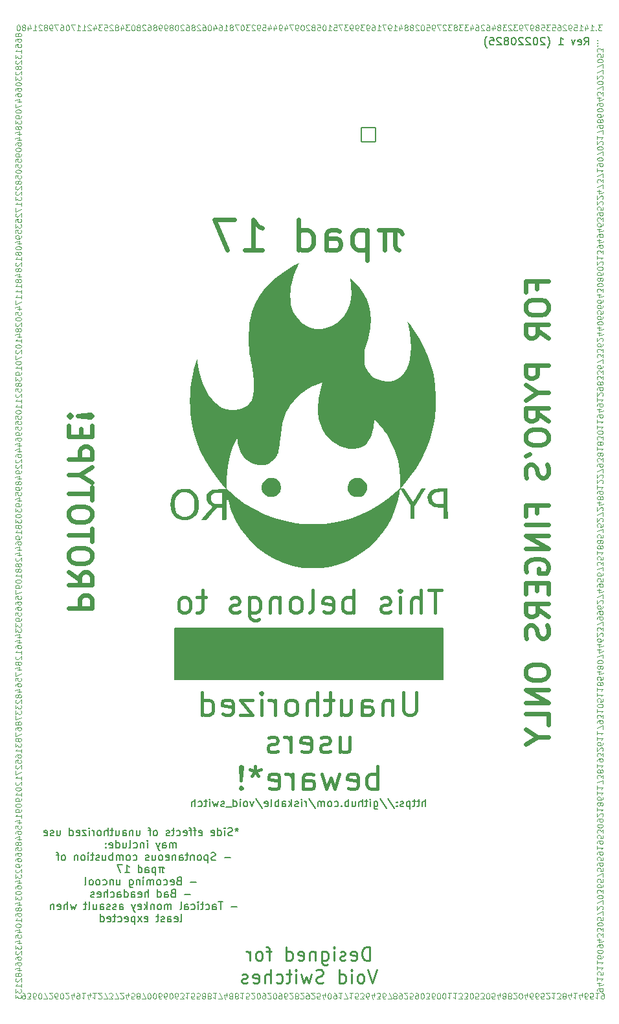
<source format=gbr>
%TF.GenerationSoftware,KiCad,Pcbnew,(6.0.4)*%
%TF.CreationDate,2022-08-26T16:16:49-04:00*%
%TF.ProjectId,Prototype Numpad,50726f74-6f74-4797-9065-204e756d7061,rev?*%
%TF.SameCoordinates,Original*%
%TF.FileFunction,Legend,Bot*%
%TF.FilePolarity,Positive*%
%FSLAX46Y46*%
G04 Gerber Fmt 4.6, Leading zero omitted, Abs format (unit mm)*
G04 Created by KiCad (PCBNEW (6.0.4)) date 2022-08-26 16:16:49*
%MOMM*%
%LPD*%
G01*
G04 APERTURE LIST*
G04 Aperture macros list*
%AMRoundRect*
0 Rectangle with rounded corners*
0 $1 Rounding radius*
0 $2 $3 $4 $5 $6 $7 $8 $9 X,Y pos of 4 corners*
0 Add a 4 corners polygon primitive as box body*
4,1,4,$2,$3,$4,$5,$6,$7,$8,$9,$2,$3,0*
0 Add four circle primitives for the rounded corners*
1,1,$1+$1,$2,$3*
1,1,$1+$1,$4,$5*
1,1,$1+$1,$6,$7*
1,1,$1+$1,$8,$9*
0 Add four rect primitives between the rounded corners*
20,1,$1+$1,$2,$3,$4,$5,0*
20,1,$1+$1,$4,$5,$6,$7,0*
20,1,$1+$1,$6,$7,$8,$9,0*
20,1,$1+$1,$8,$9,$2,$3,0*%
G04 Aperture macros list end*
%ADD10C,0.150000*%
%ADD11C,0.112500*%
%ADD12C,0.600000*%
%ADD13C,0.450000*%
%ADD14C,0.250000*%
%ADD15C,6.400000*%
%ADD16C,2.082800*%
%ADD17RoundRect,0.101600X0.939800X0.939800X-0.939800X0.939800X-0.939800X-0.939800X0.939800X-0.939800X0*%
G04 APERTURE END LIST*
D10*
G36*
X307970000Y-222670000D02*
G01*
X272970000Y-222670000D01*
X272970000Y-215960000D01*
X307970000Y-215960000D01*
X307970000Y-222670000D01*
G37*
X307970000Y-222670000D02*
X272970000Y-222670000D01*
X272970000Y-215960000D01*
X307970000Y-215960000D01*
X307970000Y-222670000D01*
X326464285Y-139702380D02*
X326797619Y-139226190D01*
X327035714Y-139702380D02*
X327035714Y-138702380D01*
X326654761Y-138702380D01*
X326559523Y-138750000D01*
X326511904Y-138797619D01*
X326464285Y-138892857D01*
X326464285Y-139035714D01*
X326511904Y-139130952D01*
X326559523Y-139178571D01*
X326654761Y-139226190D01*
X327035714Y-139226190D01*
X325654761Y-139654761D02*
X325750000Y-139702380D01*
X325940476Y-139702380D01*
X326035714Y-139654761D01*
X326083333Y-139559523D01*
X326083333Y-139178571D01*
X326035714Y-139083333D01*
X325940476Y-139035714D01*
X325750000Y-139035714D01*
X325654761Y-139083333D01*
X325607142Y-139178571D01*
X325607142Y-139273809D01*
X326083333Y-139369047D01*
X325273809Y-139035714D02*
X325035714Y-139702380D01*
X324797619Y-139035714D01*
X323130952Y-139702380D02*
X323702380Y-139702380D01*
X323416666Y-139702380D02*
X323416666Y-138702380D01*
X323511904Y-138845238D01*
X323607142Y-138940476D01*
X323702380Y-138988095D01*
X321654761Y-140083333D02*
X321702380Y-140035714D01*
X321797619Y-139892857D01*
X321845238Y-139797619D01*
X321892857Y-139654761D01*
X321940476Y-139416666D01*
X321940476Y-139226190D01*
X321892857Y-138988095D01*
X321845238Y-138845238D01*
X321797619Y-138750000D01*
X321702380Y-138607142D01*
X321654761Y-138559523D01*
X321321428Y-138797619D02*
X321273809Y-138750000D01*
X321178571Y-138702380D01*
X320940476Y-138702380D01*
X320845238Y-138750000D01*
X320797619Y-138797619D01*
X320750000Y-138892857D01*
X320750000Y-138988095D01*
X320797619Y-139130952D01*
X321369047Y-139702380D01*
X320750000Y-139702380D01*
X320130952Y-138702380D02*
X320035714Y-138702380D01*
X319940476Y-138750000D01*
X319892857Y-138797619D01*
X319845238Y-138892857D01*
X319797619Y-139083333D01*
X319797619Y-139321428D01*
X319845238Y-139511904D01*
X319892857Y-139607142D01*
X319940476Y-139654761D01*
X320035714Y-139702380D01*
X320130952Y-139702380D01*
X320226190Y-139654761D01*
X320273809Y-139607142D01*
X320321428Y-139511904D01*
X320369047Y-139321428D01*
X320369047Y-139083333D01*
X320321428Y-138892857D01*
X320273809Y-138797619D01*
X320226190Y-138750000D01*
X320130952Y-138702380D01*
X319416666Y-138797619D02*
X319369047Y-138750000D01*
X319273809Y-138702380D01*
X319035714Y-138702380D01*
X318940476Y-138750000D01*
X318892857Y-138797619D01*
X318845238Y-138892857D01*
X318845238Y-138988095D01*
X318892857Y-139130952D01*
X319464285Y-139702380D01*
X318845238Y-139702380D01*
X318464285Y-138797619D02*
X318416666Y-138750000D01*
X318321428Y-138702380D01*
X318083333Y-138702380D01*
X317988095Y-138750000D01*
X317940476Y-138797619D01*
X317892857Y-138892857D01*
X317892857Y-138988095D01*
X317940476Y-139130952D01*
X318511904Y-139702380D01*
X317892857Y-139702380D01*
X317273809Y-138702380D02*
X317178571Y-138702380D01*
X317083333Y-138750000D01*
X317035714Y-138797619D01*
X316988095Y-138892857D01*
X316940476Y-139083333D01*
X316940476Y-139321428D01*
X316988095Y-139511904D01*
X317035714Y-139607142D01*
X317083333Y-139654761D01*
X317178571Y-139702380D01*
X317273809Y-139702380D01*
X317369047Y-139654761D01*
X317416666Y-139607142D01*
X317464285Y-139511904D01*
X317511904Y-139321428D01*
X317511904Y-139083333D01*
X317464285Y-138892857D01*
X317416666Y-138797619D01*
X317369047Y-138750000D01*
X317273809Y-138702380D01*
X316369047Y-139130952D02*
X316464285Y-139083333D01*
X316511904Y-139035714D01*
X316559523Y-138940476D01*
X316559523Y-138892857D01*
X316511904Y-138797619D01*
X316464285Y-138750000D01*
X316369047Y-138702380D01*
X316178571Y-138702380D01*
X316083333Y-138750000D01*
X316035714Y-138797619D01*
X315988095Y-138892857D01*
X315988095Y-138940476D01*
X316035714Y-139035714D01*
X316083333Y-139083333D01*
X316178571Y-139130952D01*
X316369047Y-139130952D01*
X316464285Y-139178571D01*
X316511904Y-139226190D01*
X316559523Y-139321428D01*
X316559523Y-139511904D01*
X316511904Y-139607142D01*
X316464285Y-139654761D01*
X316369047Y-139702380D01*
X316178571Y-139702380D01*
X316083333Y-139654761D01*
X316035714Y-139607142D01*
X315988095Y-139511904D01*
X315988095Y-139321428D01*
X316035714Y-139226190D01*
X316083333Y-139178571D01*
X316178571Y-139130952D01*
X315607142Y-138797619D02*
X315559523Y-138750000D01*
X315464285Y-138702380D01*
X315226190Y-138702380D01*
X315130952Y-138750000D01*
X315083333Y-138797619D01*
X315035714Y-138892857D01*
X315035714Y-138988095D01*
X315083333Y-139130952D01*
X315654761Y-139702380D01*
X315035714Y-139702380D01*
X314130952Y-138702380D02*
X314607142Y-138702380D01*
X314654761Y-139178571D01*
X314607142Y-139130952D01*
X314511904Y-139083333D01*
X314273809Y-139083333D01*
X314178571Y-139130952D01*
X314130952Y-139178571D01*
X314083333Y-139273809D01*
X314083333Y-139511904D01*
X314130952Y-139607142D01*
X314178571Y-139654761D01*
X314273809Y-139702380D01*
X314511904Y-139702380D01*
X314607142Y-139654761D01*
X314654761Y-139607142D01*
X313750000Y-140083333D02*
X313702380Y-140035714D01*
X313607142Y-139892857D01*
X313559523Y-139797619D01*
X313511904Y-139654761D01*
X313464285Y-139416666D01*
X313464285Y-139226190D01*
X313511904Y-138988095D01*
X313559523Y-138845238D01*
X313607142Y-138750000D01*
X313702380Y-138607142D01*
X313750000Y-138559523D01*
X281023809Y-242067380D02*
X281023809Y-242305476D01*
X281261904Y-242210238D02*
X281023809Y-242305476D01*
X280785714Y-242210238D01*
X281166666Y-242495952D02*
X281023809Y-242305476D01*
X280880952Y-242495952D01*
X280452380Y-243019761D02*
X280309523Y-243067380D01*
X280071428Y-243067380D01*
X279976190Y-243019761D01*
X279928571Y-242972142D01*
X279880952Y-242876904D01*
X279880952Y-242781666D01*
X279928571Y-242686428D01*
X279976190Y-242638809D01*
X280071428Y-242591190D01*
X280261904Y-242543571D01*
X280357142Y-242495952D01*
X280404761Y-242448333D01*
X280452380Y-242353095D01*
X280452380Y-242257857D01*
X280404761Y-242162619D01*
X280357142Y-242115000D01*
X280261904Y-242067380D01*
X280023809Y-242067380D01*
X279880952Y-242115000D01*
X279452380Y-243067380D02*
X279452380Y-242400714D01*
X279452380Y-242067380D02*
X279500000Y-242115000D01*
X279452380Y-242162619D01*
X279404761Y-242115000D01*
X279452380Y-242067380D01*
X279452380Y-242162619D01*
X278547619Y-243067380D02*
X278547619Y-242067380D01*
X278547619Y-243019761D02*
X278642857Y-243067380D01*
X278833333Y-243067380D01*
X278928571Y-243019761D01*
X278976190Y-242972142D01*
X279023809Y-242876904D01*
X279023809Y-242591190D01*
X278976190Y-242495952D01*
X278928571Y-242448333D01*
X278833333Y-242400714D01*
X278642857Y-242400714D01*
X278547619Y-242448333D01*
X277690476Y-243019761D02*
X277785714Y-243067380D01*
X277976190Y-243067380D01*
X278071428Y-243019761D01*
X278119047Y-242924523D01*
X278119047Y-242543571D01*
X278071428Y-242448333D01*
X277976190Y-242400714D01*
X277785714Y-242400714D01*
X277690476Y-242448333D01*
X277642857Y-242543571D01*
X277642857Y-242638809D01*
X278119047Y-242734047D01*
X276071428Y-243019761D02*
X276166666Y-243067380D01*
X276357142Y-243067380D01*
X276452380Y-243019761D01*
X276500000Y-242924523D01*
X276500000Y-242543571D01*
X276452380Y-242448333D01*
X276357142Y-242400714D01*
X276166666Y-242400714D01*
X276071428Y-242448333D01*
X276023809Y-242543571D01*
X276023809Y-242638809D01*
X276500000Y-242734047D01*
X275738095Y-242400714D02*
X275357142Y-242400714D01*
X275595238Y-243067380D02*
X275595238Y-242210238D01*
X275547619Y-242115000D01*
X275452380Y-242067380D01*
X275357142Y-242067380D01*
X275166666Y-242400714D02*
X274785714Y-242400714D01*
X275023809Y-243067380D02*
X275023809Y-242210238D01*
X274976190Y-242115000D01*
X274880952Y-242067380D01*
X274785714Y-242067380D01*
X274071428Y-243019761D02*
X274166666Y-243067380D01*
X274357142Y-243067380D01*
X274452380Y-243019761D01*
X274500000Y-242924523D01*
X274500000Y-242543571D01*
X274452380Y-242448333D01*
X274357142Y-242400714D01*
X274166666Y-242400714D01*
X274071428Y-242448333D01*
X274023809Y-242543571D01*
X274023809Y-242638809D01*
X274500000Y-242734047D01*
X273166666Y-243019761D02*
X273261904Y-243067380D01*
X273452380Y-243067380D01*
X273547619Y-243019761D01*
X273595238Y-242972142D01*
X273642857Y-242876904D01*
X273642857Y-242591190D01*
X273595238Y-242495952D01*
X273547619Y-242448333D01*
X273452380Y-242400714D01*
X273261904Y-242400714D01*
X273166666Y-242448333D01*
X272880952Y-242400714D02*
X272500000Y-242400714D01*
X272738095Y-242067380D02*
X272738095Y-242924523D01*
X272690476Y-243019761D01*
X272595238Y-243067380D01*
X272500000Y-243067380D01*
X272214285Y-243019761D02*
X272119047Y-243067380D01*
X271928571Y-243067380D01*
X271833333Y-243019761D01*
X271785714Y-242924523D01*
X271785714Y-242876904D01*
X271833333Y-242781666D01*
X271928571Y-242734047D01*
X272071428Y-242734047D01*
X272166666Y-242686428D01*
X272214285Y-242591190D01*
X272214285Y-242543571D01*
X272166666Y-242448333D01*
X272071428Y-242400714D01*
X271928571Y-242400714D01*
X271833333Y-242448333D01*
X270452380Y-243067380D02*
X270547619Y-243019761D01*
X270595238Y-242972142D01*
X270642857Y-242876904D01*
X270642857Y-242591190D01*
X270595238Y-242495952D01*
X270547619Y-242448333D01*
X270452380Y-242400714D01*
X270309523Y-242400714D01*
X270214285Y-242448333D01*
X270166666Y-242495952D01*
X270119047Y-242591190D01*
X270119047Y-242876904D01*
X270166666Y-242972142D01*
X270214285Y-243019761D01*
X270309523Y-243067380D01*
X270452380Y-243067380D01*
X269833333Y-242400714D02*
X269452380Y-242400714D01*
X269690476Y-243067380D02*
X269690476Y-242210238D01*
X269642857Y-242115000D01*
X269547619Y-242067380D01*
X269452380Y-242067380D01*
X267928571Y-242400714D02*
X267928571Y-243067380D01*
X268357142Y-242400714D02*
X268357142Y-242924523D01*
X268309523Y-243019761D01*
X268214285Y-243067380D01*
X268071428Y-243067380D01*
X267976190Y-243019761D01*
X267928571Y-242972142D01*
X267452380Y-242400714D02*
X267452380Y-243067380D01*
X267452380Y-242495952D02*
X267404761Y-242448333D01*
X267309523Y-242400714D01*
X267166666Y-242400714D01*
X267071428Y-242448333D01*
X267023809Y-242543571D01*
X267023809Y-243067380D01*
X266119047Y-243067380D02*
X266119047Y-242543571D01*
X266166666Y-242448333D01*
X266261904Y-242400714D01*
X266452380Y-242400714D01*
X266547619Y-242448333D01*
X266119047Y-243019761D02*
X266214285Y-243067380D01*
X266452380Y-243067380D01*
X266547619Y-243019761D01*
X266595238Y-242924523D01*
X266595238Y-242829285D01*
X266547619Y-242734047D01*
X266452380Y-242686428D01*
X266214285Y-242686428D01*
X266119047Y-242638809D01*
X265214285Y-242400714D02*
X265214285Y-243067380D01*
X265642857Y-242400714D02*
X265642857Y-242924523D01*
X265595238Y-243019761D01*
X265500000Y-243067380D01*
X265357142Y-243067380D01*
X265261904Y-243019761D01*
X265214285Y-242972142D01*
X264880952Y-242400714D02*
X264500000Y-242400714D01*
X264738095Y-242067380D02*
X264738095Y-242924523D01*
X264690476Y-243019761D01*
X264595238Y-243067380D01*
X264500000Y-243067380D01*
X264166666Y-243067380D02*
X264166666Y-242067380D01*
X263738095Y-243067380D02*
X263738095Y-242543571D01*
X263785714Y-242448333D01*
X263880952Y-242400714D01*
X264023809Y-242400714D01*
X264119047Y-242448333D01*
X264166666Y-242495952D01*
X263119047Y-243067380D02*
X263214285Y-243019761D01*
X263261904Y-242972142D01*
X263309523Y-242876904D01*
X263309523Y-242591190D01*
X263261904Y-242495952D01*
X263214285Y-242448333D01*
X263119047Y-242400714D01*
X262976190Y-242400714D01*
X262880952Y-242448333D01*
X262833333Y-242495952D01*
X262785714Y-242591190D01*
X262785714Y-242876904D01*
X262833333Y-242972142D01*
X262880952Y-243019761D01*
X262976190Y-243067380D01*
X263119047Y-243067380D01*
X262357142Y-243067380D02*
X262357142Y-242400714D01*
X262357142Y-242591190D02*
X262309523Y-242495952D01*
X262261904Y-242448333D01*
X262166666Y-242400714D01*
X262071428Y-242400714D01*
X261738095Y-243067380D02*
X261738095Y-242400714D01*
X261738095Y-242067380D02*
X261785714Y-242115000D01*
X261738095Y-242162619D01*
X261690476Y-242115000D01*
X261738095Y-242067380D01*
X261738095Y-242162619D01*
X261357142Y-242400714D02*
X260833333Y-242400714D01*
X261357142Y-243067380D01*
X260833333Y-243067380D01*
X260071428Y-243019761D02*
X260166666Y-243067380D01*
X260357142Y-243067380D01*
X260452380Y-243019761D01*
X260500000Y-242924523D01*
X260500000Y-242543571D01*
X260452380Y-242448333D01*
X260357142Y-242400714D01*
X260166666Y-242400714D01*
X260071428Y-242448333D01*
X260023809Y-242543571D01*
X260023809Y-242638809D01*
X260500000Y-242734047D01*
X259166666Y-243067380D02*
X259166666Y-242067380D01*
X259166666Y-243019761D02*
X259261904Y-243067380D01*
X259452380Y-243067380D01*
X259547619Y-243019761D01*
X259595238Y-242972142D01*
X259642857Y-242876904D01*
X259642857Y-242591190D01*
X259595238Y-242495952D01*
X259547619Y-242448333D01*
X259452380Y-242400714D01*
X259261904Y-242400714D01*
X259166666Y-242448333D01*
X257500000Y-242400714D02*
X257500000Y-243067380D01*
X257928571Y-242400714D02*
X257928571Y-242924523D01*
X257880952Y-243019761D01*
X257785714Y-243067380D01*
X257642857Y-243067380D01*
X257547619Y-243019761D01*
X257500000Y-242972142D01*
X257071428Y-243019761D02*
X256976190Y-243067380D01*
X256785714Y-243067380D01*
X256690476Y-243019761D01*
X256642857Y-242924523D01*
X256642857Y-242876904D01*
X256690476Y-242781666D01*
X256785714Y-242734047D01*
X256928571Y-242734047D01*
X257023809Y-242686428D01*
X257071428Y-242591190D01*
X257071428Y-242543571D01*
X257023809Y-242448333D01*
X256928571Y-242400714D01*
X256785714Y-242400714D01*
X256690476Y-242448333D01*
X255833333Y-243019761D02*
X255928571Y-243067380D01*
X256119047Y-243067380D01*
X256214285Y-243019761D01*
X256261904Y-242924523D01*
X256261904Y-242543571D01*
X256214285Y-242448333D01*
X256119047Y-242400714D01*
X255928571Y-242400714D01*
X255833333Y-242448333D01*
X255785714Y-242543571D01*
X255785714Y-242638809D01*
X256261904Y-242734047D01*
X273095238Y-244677380D02*
X273095238Y-244010714D01*
X273095238Y-244105952D02*
X273047619Y-244058333D01*
X272952380Y-244010714D01*
X272809523Y-244010714D01*
X272714285Y-244058333D01*
X272666666Y-244153571D01*
X272666666Y-244677380D01*
X272666666Y-244153571D02*
X272619047Y-244058333D01*
X272523809Y-244010714D01*
X272380952Y-244010714D01*
X272285714Y-244058333D01*
X272238095Y-244153571D01*
X272238095Y-244677380D01*
X271333333Y-244677380D02*
X271333333Y-244153571D01*
X271380952Y-244058333D01*
X271476190Y-244010714D01*
X271666666Y-244010714D01*
X271761904Y-244058333D01*
X271333333Y-244629761D02*
X271428571Y-244677380D01*
X271666666Y-244677380D01*
X271761904Y-244629761D01*
X271809523Y-244534523D01*
X271809523Y-244439285D01*
X271761904Y-244344047D01*
X271666666Y-244296428D01*
X271428571Y-244296428D01*
X271333333Y-244248809D01*
X270952380Y-244010714D02*
X270714285Y-244677380D01*
X270476190Y-244010714D02*
X270714285Y-244677380D01*
X270809523Y-244915476D01*
X270857142Y-244963095D01*
X270952380Y-245010714D01*
X269333333Y-244677380D02*
X269333333Y-244010714D01*
X269333333Y-243677380D02*
X269380952Y-243725000D01*
X269333333Y-243772619D01*
X269285714Y-243725000D01*
X269333333Y-243677380D01*
X269333333Y-243772619D01*
X268857142Y-244010714D02*
X268857142Y-244677380D01*
X268857142Y-244105952D02*
X268809523Y-244058333D01*
X268714285Y-244010714D01*
X268571428Y-244010714D01*
X268476190Y-244058333D01*
X268428571Y-244153571D01*
X268428571Y-244677380D01*
X267523809Y-244629761D02*
X267619047Y-244677380D01*
X267809523Y-244677380D01*
X267904761Y-244629761D01*
X267952380Y-244582142D01*
X268000000Y-244486904D01*
X268000000Y-244201190D01*
X267952380Y-244105952D01*
X267904761Y-244058333D01*
X267809523Y-244010714D01*
X267619047Y-244010714D01*
X267523809Y-244058333D01*
X266952380Y-244677380D02*
X267047619Y-244629761D01*
X267095238Y-244534523D01*
X267095238Y-243677380D01*
X266142857Y-244010714D02*
X266142857Y-244677380D01*
X266571428Y-244010714D02*
X266571428Y-244534523D01*
X266523809Y-244629761D01*
X266428571Y-244677380D01*
X266285714Y-244677380D01*
X266190476Y-244629761D01*
X266142857Y-244582142D01*
X265238095Y-244677380D02*
X265238095Y-243677380D01*
X265238095Y-244629761D02*
X265333333Y-244677380D01*
X265523809Y-244677380D01*
X265619047Y-244629761D01*
X265666666Y-244582142D01*
X265714285Y-244486904D01*
X265714285Y-244201190D01*
X265666666Y-244105952D01*
X265619047Y-244058333D01*
X265523809Y-244010714D01*
X265333333Y-244010714D01*
X265238095Y-244058333D01*
X264380952Y-244629761D02*
X264476190Y-244677380D01*
X264666666Y-244677380D01*
X264761904Y-244629761D01*
X264809523Y-244534523D01*
X264809523Y-244153571D01*
X264761904Y-244058333D01*
X264666666Y-244010714D01*
X264476190Y-244010714D01*
X264380952Y-244058333D01*
X264333333Y-244153571D01*
X264333333Y-244248809D01*
X264809523Y-244344047D01*
X263904761Y-244582142D02*
X263857142Y-244629761D01*
X263904761Y-244677380D01*
X263952380Y-244629761D01*
X263904761Y-244582142D01*
X263904761Y-244677380D01*
X263904761Y-244058333D02*
X263857142Y-244105952D01*
X263904761Y-244153571D01*
X263952380Y-244105952D01*
X263904761Y-244058333D01*
X263904761Y-244153571D01*
X280190476Y-245906428D02*
X279428571Y-245906428D01*
X278238095Y-246239761D02*
X278095238Y-246287380D01*
X277857142Y-246287380D01*
X277761904Y-246239761D01*
X277714285Y-246192142D01*
X277666666Y-246096904D01*
X277666666Y-246001666D01*
X277714285Y-245906428D01*
X277761904Y-245858809D01*
X277857142Y-245811190D01*
X278047619Y-245763571D01*
X278142857Y-245715952D01*
X278190476Y-245668333D01*
X278238095Y-245573095D01*
X278238095Y-245477857D01*
X278190476Y-245382619D01*
X278142857Y-245335000D01*
X278047619Y-245287380D01*
X277809523Y-245287380D01*
X277666666Y-245335000D01*
X277238095Y-245620714D02*
X277238095Y-246620714D01*
X277238095Y-245668333D02*
X277142857Y-245620714D01*
X276952380Y-245620714D01*
X276857142Y-245668333D01*
X276809523Y-245715952D01*
X276761904Y-245811190D01*
X276761904Y-246096904D01*
X276809523Y-246192142D01*
X276857142Y-246239761D01*
X276952380Y-246287380D01*
X277142857Y-246287380D01*
X277238095Y-246239761D01*
X276190476Y-246287380D02*
X276285714Y-246239761D01*
X276333333Y-246192142D01*
X276380952Y-246096904D01*
X276380952Y-245811190D01*
X276333333Y-245715952D01*
X276285714Y-245668333D01*
X276190476Y-245620714D01*
X276047619Y-245620714D01*
X275952380Y-245668333D01*
X275904761Y-245715952D01*
X275857142Y-245811190D01*
X275857142Y-246096904D01*
X275904761Y-246192142D01*
X275952380Y-246239761D01*
X276047619Y-246287380D01*
X276190476Y-246287380D01*
X275428571Y-245620714D02*
X275428571Y-246287380D01*
X275428571Y-245715952D02*
X275380952Y-245668333D01*
X275285714Y-245620714D01*
X275142857Y-245620714D01*
X275047619Y-245668333D01*
X275000000Y-245763571D01*
X275000000Y-246287380D01*
X274666666Y-245620714D02*
X274285714Y-245620714D01*
X274523809Y-245287380D02*
X274523809Y-246144523D01*
X274476190Y-246239761D01*
X274380952Y-246287380D01*
X274285714Y-246287380D01*
X273523809Y-246287380D02*
X273523809Y-245763571D01*
X273571428Y-245668333D01*
X273666666Y-245620714D01*
X273857142Y-245620714D01*
X273952380Y-245668333D01*
X273523809Y-246239761D02*
X273619047Y-246287380D01*
X273857142Y-246287380D01*
X273952380Y-246239761D01*
X274000000Y-246144523D01*
X274000000Y-246049285D01*
X273952380Y-245954047D01*
X273857142Y-245906428D01*
X273619047Y-245906428D01*
X273523809Y-245858809D01*
X273047619Y-245620714D02*
X273047619Y-246287380D01*
X273047619Y-245715952D02*
X273000000Y-245668333D01*
X272904761Y-245620714D01*
X272761904Y-245620714D01*
X272666666Y-245668333D01*
X272619047Y-245763571D01*
X272619047Y-246287380D01*
X271761904Y-246239761D02*
X271857142Y-246287380D01*
X272047619Y-246287380D01*
X272142857Y-246239761D01*
X272190476Y-246144523D01*
X272190476Y-245763571D01*
X272142857Y-245668333D01*
X272047619Y-245620714D01*
X271857142Y-245620714D01*
X271761904Y-245668333D01*
X271714285Y-245763571D01*
X271714285Y-245858809D01*
X272190476Y-245954047D01*
X271142857Y-246287380D02*
X271238095Y-246239761D01*
X271285714Y-246192142D01*
X271333333Y-246096904D01*
X271333333Y-245811190D01*
X271285714Y-245715952D01*
X271238095Y-245668333D01*
X271142857Y-245620714D01*
X271000000Y-245620714D01*
X270904761Y-245668333D01*
X270857142Y-245715952D01*
X270809523Y-245811190D01*
X270809523Y-246096904D01*
X270857142Y-246192142D01*
X270904761Y-246239761D01*
X271000000Y-246287380D01*
X271142857Y-246287380D01*
X269952380Y-245620714D02*
X269952380Y-246287380D01*
X270380952Y-245620714D02*
X270380952Y-246144523D01*
X270333333Y-246239761D01*
X270238095Y-246287380D01*
X270095238Y-246287380D01*
X270000000Y-246239761D01*
X269952380Y-246192142D01*
X269523809Y-246239761D02*
X269428571Y-246287380D01*
X269238095Y-246287380D01*
X269142857Y-246239761D01*
X269095238Y-246144523D01*
X269095238Y-246096904D01*
X269142857Y-246001666D01*
X269238095Y-245954047D01*
X269380952Y-245954047D01*
X269476190Y-245906428D01*
X269523809Y-245811190D01*
X269523809Y-245763571D01*
X269476190Y-245668333D01*
X269380952Y-245620714D01*
X269238095Y-245620714D01*
X269142857Y-245668333D01*
X267476190Y-246239761D02*
X267571428Y-246287380D01*
X267761904Y-246287380D01*
X267857142Y-246239761D01*
X267904761Y-246192142D01*
X267952380Y-246096904D01*
X267952380Y-245811190D01*
X267904761Y-245715952D01*
X267857142Y-245668333D01*
X267761904Y-245620714D01*
X267571428Y-245620714D01*
X267476190Y-245668333D01*
X266904761Y-246287380D02*
X267000000Y-246239761D01*
X267047619Y-246192142D01*
X267095238Y-246096904D01*
X267095238Y-245811190D01*
X267047619Y-245715952D01*
X267000000Y-245668333D01*
X266904761Y-245620714D01*
X266761904Y-245620714D01*
X266666666Y-245668333D01*
X266619047Y-245715952D01*
X266571428Y-245811190D01*
X266571428Y-246096904D01*
X266619047Y-246192142D01*
X266666666Y-246239761D01*
X266761904Y-246287380D01*
X266904761Y-246287380D01*
X266142857Y-246287380D02*
X266142857Y-245620714D01*
X266142857Y-245715952D02*
X266095238Y-245668333D01*
X266000000Y-245620714D01*
X265857142Y-245620714D01*
X265761904Y-245668333D01*
X265714285Y-245763571D01*
X265714285Y-246287380D01*
X265714285Y-245763571D02*
X265666666Y-245668333D01*
X265571428Y-245620714D01*
X265428571Y-245620714D01*
X265333333Y-245668333D01*
X265285714Y-245763571D01*
X265285714Y-246287380D01*
X264809523Y-246287380D02*
X264809523Y-245287380D01*
X264809523Y-245668333D02*
X264714285Y-245620714D01*
X264523809Y-245620714D01*
X264428571Y-245668333D01*
X264380952Y-245715952D01*
X264333333Y-245811190D01*
X264333333Y-246096904D01*
X264380952Y-246192142D01*
X264428571Y-246239761D01*
X264523809Y-246287380D01*
X264714285Y-246287380D01*
X264809523Y-246239761D01*
X263476190Y-245620714D02*
X263476190Y-246287380D01*
X263904761Y-245620714D02*
X263904761Y-246144523D01*
X263857142Y-246239761D01*
X263761904Y-246287380D01*
X263619047Y-246287380D01*
X263523809Y-246239761D01*
X263476190Y-246192142D01*
X263047619Y-246239761D02*
X262952380Y-246287380D01*
X262761904Y-246287380D01*
X262666666Y-246239761D01*
X262619047Y-246144523D01*
X262619047Y-246096904D01*
X262666666Y-246001666D01*
X262761904Y-245954047D01*
X262904761Y-245954047D01*
X263000000Y-245906428D01*
X263047619Y-245811190D01*
X263047619Y-245763571D01*
X263000000Y-245668333D01*
X262904761Y-245620714D01*
X262761904Y-245620714D01*
X262666666Y-245668333D01*
X262333333Y-245620714D02*
X261952380Y-245620714D01*
X262190476Y-245287380D02*
X262190476Y-246144523D01*
X262142857Y-246239761D01*
X262047619Y-246287380D01*
X261952380Y-246287380D01*
X261619047Y-246287380D02*
X261619047Y-245620714D01*
X261619047Y-245287380D02*
X261666666Y-245335000D01*
X261619047Y-245382619D01*
X261571428Y-245335000D01*
X261619047Y-245287380D01*
X261619047Y-245382619D01*
X261000000Y-246287380D02*
X261095238Y-246239761D01*
X261142857Y-246192142D01*
X261190476Y-246096904D01*
X261190476Y-245811190D01*
X261142857Y-245715952D01*
X261095238Y-245668333D01*
X261000000Y-245620714D01*
X260857142Y-245620714D01*
X260761904Y-245668333D01*
X260714285Y-245715952D01*
X260666666Y-245811190D01*
X260666666Y-246096904D01*
X260714285Y-246192142D01*
X260761904Y-246239761D01*
X260857142Y-246287380D01*
X261000000Y-246287380D01*
X260238095Y-245620714D02*
X260238095Y-246287380D01*
X260238095Y-245715952D02*
X260190476Y-245668333D01*
X260095238Y-245620714D01*
X259952380Y-245620714D01*
X259857142Y-245668333D01*
X259809523Y-245763571D01*
X259809523Y-246287380D01*
X258428571Y-246287380D02*
X258523809Y-246239761D01*
X258571428Y-246192142D01*
X258619047Y-246096904D01*
X258619047Y-245811190D01*
X258571428Y-245715952D01*
X258523809Y-245668333D01*
X258428571Y-245620714D01*
X258285714Y-245620714D01*
X258190476Y-245668333D01*
X258142857Y-245715952D01*
X258095238Y-245811190D01*
X258095238Y-246096904D01*
X258142857Y-246192142D01*
X258190476Y-246239761D01*
X258285714Y-246287380D01*
X258428571Y-246287380D01*
X257809523Y-245620714D02*
X257428571Y-245620714D01*
X257666666Y-246287380D02*
X257666666Y-245430238D01*
X257619047Y-245335000D01*
X257523809Y-245287380D01*
X257428571Y-245287380D01*
X270976190Y-247230714D02*
X270976190Y-247897380D01*
X271309523Y-247230714D02*
X271309523Y-247754523D01*
X271357142Y-247849761D01*
X271452380Y-247897380D01*
X270785714Y-247230714D02*
X271404761Y-247230714D01*
X271500000Y-247278333D01*
X271547619Y-247373571D01*
X270404761Y-247230714D02*
X270404761Y-248230714D01*
X270404761Y-247278333D02*
X270309523Y-247230714D01*
X270119047Y-247230714D01*
X270023809Y-247278333D01*
X269976190Y-247325952D01*
X269928571Y-247421190D01*
X269928571Y-247706904D01*
X269976190Y-247802142D01*
X270023809Y-247849761D01*
X270119047Y-247897380D01*
X270309523Y-247897380D01*
X270404761Y-247849761D01*
X269071428Y-247897380D02*
X269071428Y-247373571D01*
X269119047Y-247278333D01*
X269214285Y-247230714D01*
X269404761Y-247230714D01*
X269500000Y-247278333D01*
X269071428Y-247849761D02*
X269166666Y-247897380D01*
X269404761Y-247897380D01*
X269500000Y-247849761D01*
X269547619Y-247754523D01*
X269547619Y-247659285D01*
X269500000Y-247564047D01*
X269404761Y-247516428D01*
X269166666Y-247516428D01*
X269071428Y-247468809D01*
X268166666Y-247897380D02*
X268166666Y-246897380D01*
X268166666Y-247849761D02*
X268261904Y-247897380D01*
X268452380Y-247897380D01*
X268547619Y-247849761D01*
X268595238Y-247802142D01*
X268642857Y-247706904D01*
X268642857Y-247421190D01*
X268595238Y-247325952D01*
X268547619Y-247278333D01*
X268452380Y-247230714D01*
X268261904Y-247230714D01*
X268166666Y-247278333D01*
X266404761Y-247897380D02*
X266976190Y-247897380D01*
X266690476Y-247897380D02*
X266690476Y-246897380D01*
X266785714Y-247040238D01*
X266880952Y-247135476D01*
X266976190Y-247183095D01*
X266071428Y-246897380D02*
X265404761Y-246897380D01*
X265833333Y-247897380D01*
X275761904Y-249126428D02*
X275000000Y-249126428D01*
X273428571Y-248983571D02*
X273285714Y-249031190D01*
X273238095Y-249078809D01*
X273190476Y-249174047D01*
X273190476Y-249316904D01*
X273238095Y-249412142D01*
X273285714Y-249459761D01*
X273380952Y-249507380D01*
X273761904Y-249507380D01*
X273761904Y-248507380D01*
X273428571Y-248507380D01*
X273333333Y-248555000D01*
X273285714Y-248602619D01*
X273238095Y-248697857D01*
X273238095Y-248793095D01*
X273285714Y-248888333D01*
X273333333Y-248935952D01*
X273428571Y-248983571D01*
X273761904Y-248983571D01*
X272380952Y-249459761D02*
X272476190Y-249507380D01*
X272666666Y-249507380D01*
X272761904Y-249459761D01*
X272809523Y-249364523D01*
X272809523Y-248983571D01*
X272761904Y-248888333D01*
X272666666Y-248840714D01*
X272476190Y-248840714D01*
X272380952Y-248888333D01*
X272333333Y-248983571D01*
X272333333Y-249078809D01*
X272809523Y-249174047D01*
X271476190Y-249459761D02*
X271571428Y-249507380D01*
X271761904Y-249507380D01*
X271857142Y-249459761D01*
X271904761Y-249412142D01*
X271952380Y-249316904D01*
X271952380Y-249031190D01*
X271904761Y-248935952D01*
X271857142Y-248888333D01*
X271761904Y-248840714D01*
X271571428Y-248840714D01*
X271476190Y-248888333D01*
X270904761Y-249507380D02*
X271000000Y-249459761D01*
X271047619Y-249412142D01*
X271095238Y-249316904D01*
X271095238Y-249031190D01*
X271047619Y-248935952D01*
X271000000Y-248888333D01*
X270904761Y-248840714D01*
X270761904Y-248840714D01*
X270666666Y-248888333D01*
X270619047Y-248935952D01*
X270571428Y-249031190D01*
X270571428Y-249316904D01*
X270619047Y-249412142D01*
X270666666Y-249459761D01*
X270761904Y-249507380D01*
X270904761Y-249507380D01*
X270142857Y-249507380D02*
X270142857Y-248840714D01*
X270142857Y-248935952D02*
X270095238Y-248888333D01*
X270000000Y-248840714D01*
X269857142Y-248840714D01*
X269761904Y-248888333D01*
X269714285Y-248983571D01*
X269714285Y-249507380D01*
X269714285Y-248983571D02*
X269666666Y-248888333D01*
X269571428Y-248840714D01*
X269428571Y-248840714D01*
X269333333Y-248888333D01*
X269285714Y-248983571D01*
X269285714Y-249507380D01*
X268809523Y-249507380D02*
X268809523Y-248840714D01*
X268809523Y-248507380D02*
X268857142Y-248555000D01*
X268809523Y-248602619D01*
X268761904Y-248555000D01*
X268809523Y-248507380D01*
X268809523Y-248602619D01*
X268333333Y-248840714D02*
X268333333Y-249507380D01*
X268333333Y-248935952D02*
X268285714Y-248888333D01*
X268190476Y-248840714D01*
X268047619Y-248840714D01*
X267952380Y-248888333D01*
X267904761Y-248983571D01*
X267904761Y-249507380D01*
X267000000Y-248840714D02*
X267000000Y-249650238D01*
X267047619Y-249745476D01*
X267095238Y-249793095D01*
X267190476Y-249840714D01*
X267333333Y-249840714D01*
X267428571Y-249793095D01*
X267000000Y-249459761D02*
X267095238Y-249507380D01*
X267285714Y-249507380D01*
X267380952Y-249459761D01*
X267428571Y-249412142D01*
X267476190Y-249316904D01*
X267476190Y-249031190D01*
X267428571Y-248935952D01*
X267380952Y-248888333D01*
X267285714Y-248840714D01*
X267095238Y-248840714D01*
X267000000Y-248888333D01*
X265333333Y-248840714D02*
X265333333Y-249507380D01*
X265761904Y-248840714D02*
X265761904Y-249364523D01*
X265714285Y-249459761D01*
X265619047Y-249507380D01*
X265476190Y-249507380D01*
X265380952Y-249459761D01*
X265333333Y-249412142D01*
X264857142Y-248840714D02*
X264857142Y-249507380D01*
X264857142Y-248935952D02*
X264809523Y-248888333D01*
X264714285Y-248840714D01*
X264571428Y-248840714D01*
X264476190Y-248888333D01*
X264428571Y-248983571D01*
X264428571Y-249507380D01*
X263523809Y-249459761D02*
X263619047Y-249507380D01*
X263809523Y-249507380D01*
X263904761Y-249459761D01*
X263952380Y-249412142D01*
X264000000Y-249316904D01*
X264000000Y-249031190D01*
X263952380Y-248935952D01*
X263904761Y-248888333D01*
X263809523Y-248840714D01*
X263619047Y-248840714D01*
X263523809Y-248888333D01*
X262952380Y-249507380D02*
X263047619Y-249459761D01*
X263095238Y-249412142D01*
X263142857Y-249316904D01*
X263142857Y-249031190D01*
X263095238Y-248935952D01*
X263047619Y-248888333D01*
X262952380Y-248840714D01*
X262809523Y-248840714D01*
X262714285Y-248888333D01*
X262666666Y-248935952D01*
X262619047Y-249031190D01*
X262619047Y-249316904D01*
X262666666Y-249412142D01*
X262714285Y-249459761D01*
X262809523Y-249507380D01*
X262952380Y-249507380D01*
X262047619Y-249507380D02*
X262142857Y-249459761D01*
X262190476Y-249412142D01*
X262238095Y-249316904D01*
X262238095Y-249031190D01*
X262190476Y-248935952D01*
X262142857Y-248888333D01*
X262047619Y-248840714D01*
X261904761Y-248840714D01*
X261809523Y-248888333D01*
X261761904Y-248935952D01*
X261714285Y-249031190D01*
X261714285Y-249316904D01*
X261761904Y-249412142D01*
X261809523Y-249459761D01*
X261904761Y-249507380D01*
X262047619Y-249507380D01*
X261142857Y-249507380D02*
X261238095Y-249459761D01*
X261285714Y-249364523D01*
X261285714Y-248507380D01*
X275000000Y-250736428D02*
X274238095Y-250736428D01*
X272666666Y-250593571D02*
X272523809Y-250641190D01*
X272476190Y-250688809D01*
X272428571Y-250784047D01*
X272428571Y-250926904D01*
X272476190Y-251022142D01*
X272523809Y-251069761D01*
X272619047Y-251117380D01*
X273000000Y-251117380D01*
X273000000Y-250117380D01*
X272666666Y-250117380D01*
X272571428Y-250165000D01*
X272523809Y-250212619D01*
X272476190Y-250307857D01*
X272476190Y-250403095D01*
X272523809Y-250498333D01*
X272571428Y-250545952D01*
X272666666Y-250593571D01*
X273000000Y-250593571D01*
X271571428Y-251117380D02*
X271571428Y-250593571D01*
X271619047Y-250498333D01*
X271714285Y-250450714D01*
X271904761Y-250450714D01*
X272000000Y-250498333D01*
X271571428Y-251069761D02*
X271666666Y-251117380D01*
X271904761Y-251117380D01*
X272000000Y-251069761D01*
X272047619Y-250974523D01*
X272047619Y-250879285D01*
X272000000Y-250784047D01*
X271904761Y-250736428D01*
X271666666Y-250736428D01*
X271571428Y-250688809D01*
X270666666Y-251117380D02*
X270666666Y-250117380D01*
X270666666Y-251069761D02*
X270761904Y-251117380D01*
X270952380Y-251117380D01*
X271047619Y-251069761D01*
X271095238Y-251022142D01*
X271142857Y-250926904D01*
X271142857Y-250641190D01*
X271095238Y-250545952D01*
X271047619Y-250498333D01*
X270952380Y-250450714D01*
X270761904Y-250450714D01*
X270666666Y-250498333D01*
X269428571Y-251117380D02*
X269428571Y-250117380D01*
X269000000Y-251117380D02*
X269000000Y-250593571D01*
X269047619Y-250498333D01*
X269142857Y-250450714D01*
X269285714Y-250450714D01*
X269380952Y-250498333D01*
X269428571Y-250545952D01*
X268142857Y-251069761D02*
X268238095Y-251117380D01*
X268428571Y-251117380D01*
X268523809Y-251069761D01*
X268571428Y-250974523D01*
X268571428Y-250593571D01*
X268523809Y-250498333D01*
X268428571Y-250450714D01*
X268238095Y-250450714D01*
X268142857Y-250498333D01*
X268095238Y-250593571D01*
X268095238Y-250688809D01*
X268571428Y-250784047D01*
X267238095Y-251117380D02*
X267238095Y-250593571D01*
X267285714Y-250498333D01*
X267380952Y-250450714D01*
X267571428Y-250450714D01*
X267666666Y-250498333D01*
X267238095Y-251069761D02*
X267333333Y-251117380D01*
X267571428Y-251117380D01*
X267666666Y-251069761D01*
X267714285Y-250974523D01*
X267714285Y-250879285D01*
X267666666Y-250784047D01*
X267571428Y-250736428D01*
X267333333Y-250736428D01*
X267238095Y-250688809D01*
X266333333Y-251117380D02*
X266333333Y-250117380D01*
X266333333Y-251069761D02*
X266428571Y-251117380D01*
X266619047Y-251117380D01*
X266714285Y-251069761D01*
X266761904Y-251022142D01*
X266809523Y-250926904D01*
X266809523Y-250641190D01*
X266761904Y-250545952D01*
X266714285Y-250498333D01*
X266619047Y-250450714D01*
X266428571Y-250450714D01*
X266333333Y-250498333D01*
X265428571Y-251117380D02*
X265428571Y-250593571D01*
X265476190Y-250498333D01*
X265571428Y-250450714D01*
X265761904Y-250450714D01*
X265857142Y-250498333D01*
X265428571Y-251069761D02*
X265523809Y-251117380D01*
X265761904Y-251117380D01*
X265857142Y-251069761D01*
X265904761Y-250974523D01*
X265904761Y-250879285D01*
X265857142Y-250784047D01*
X265761904Y-250736428D01*
X265523809Y-250736428D01*
X265428571Y-250688809D01*
X264523809Y-251069761D02*
X264619047Y-251117380D01*
X264809523Y-251117380D01*
X264904761Y-251069761D01*
X264952380Y-251022142D01*
X265000000Y-250926904D01*
X265000000Y-250641190D01*
X264952380Y-250545952D01*
X264904761Y-250498333D01*
X264809523Y-250450714D01*
X264619047Y-250450714D01*
X264523809Y-250498333D01*
X264095238Y-251117380D02*
X264095238Y-250117380D01*
X263666666Y-251117380D02*
X263666666Y-250593571D01*
X263714285Y-250498333D01*
X263809523Y-250450714D01*
X263952380Y-250450714D01*
X264047619Y-250498333D01*
X264095238Y-250545952D01*
X262809523Y-251069761D02*
X262904761Y-251117380D01*
X263095238Y-251117380D01*
X263190476Y-251069761D01*
X263238095Y-250974523D01*
X263238095Y-250593571D01*
X263190476Y-250498333D01*
X263095238Y-250450714D01*
X262904761Y-250450714D01*
X262809523Y-250498333D01*
X262761904Y-250593571D01*
X262761904Y-250688809D01*
X263238095Y-250784047D01*
X262380952Y-251069761D02*
X262285714Y-251117380D01*
X262095238Y-251117380D01*
X262000000Y-251069761D01*
X261952380Y-250974523D01*
X261952380Y-250926904D01*
X262000000Y-250831666D01*
X262095238Y-250784047D01*
X262238095Y-250784047D01*
X262333333Y-250736428D01*
X262380952Y-250641190D01*
X262380952Y-250593571D01*
X262333333Y-250498333D01*
X262238095Y-250450714D01*
X262095238Y-250450714D01*
X262000000Y-250498333D01*
X281071428Y-252346428D02*
X280309523Y-252346428D01*
X279214285Y-251727380D02*
X278642857Y-251727380D01*
X278928571Y-252727380D02*
X278928571Y-251727380D01*
X277880952Y-252727380D02*
X277880952Y-252203571D01*
X277928571Y-252108333D01*
X278023809Y-252060714D01*
X278214285Y-252060714D01*
X278309523Y-252108333D01*
X277880952Y-252679761D02*
X277976190Y-252727380D01*
X278214285Y-252727380D01*
X278309523Y-252679761D01*
X278357142Y-252584523D01*
X278357142Y-252489285D01*
X278309523Y-252394047D01*
X278214285Y-252346428D01*
X277976190Y-252346428D01*
X277880952Y-252298809D01*
X276976190Y-252679761D02*
X277071428Y-252727380D01*
X277261904Y-252727380D01*
X277357142Y-252679761D01*
X277404761Y-252632142D01*
X277452380Y-252536904D01*
X277452380Y-252251190D01*
X277404761Y-252155952D01*
X277357142Y-252108333D01*
X277261904Y-252060714D01*
X277071428Y-252060714D01*
X276976190Y-252108333D01*
X276690476Y-252060714D02*
X276309523Y-252060714D01*
X276547619Y-251727380D02*
X276547619Y-252584523D01*
X276500000Y-252679761D01*
X276404761Y-252727380D01*
X276309523Y-252727380D01*
X275976190Y-252727380D02*
X275976190Y-252060714D01*
X275976190Y-251727380D02*
X276023809Y-251775000D01*
X275976190Y-251822619D01*
X275928571Y-251775000D01*
X275976190Y-251727380D01*
X275976190Y-251822619D01*
X275071428Y-252679761D02*
X275166666Y-252727380D01*
X275357142Y-252727380D01*
X275452380Y-252679761D01*
X275500000Y-252632142D01*
X275547619Y-252536904D01*
X275547619Y-252251190D01*
X275500000Y-252155952D01*
X275452380Y-252108333D01*
X275357142Y-252060714D01*
X275166666Y-252060714D01*
X275071428Y-252108333D01*
X274214285Y-252727380D02*
X274214285Y-252203571D01*
X274261904Y-252108333D01*
X274357142Y-252060714D01*
X274547619Y-252060714D01*
X274642857Y-252108333D01*
X274214285Y-252679761D02*
X274309523Y-252727380D01*
X274547619Y-252727380D01*
X274642857Y-252679761D01*
X274690476Y-252584523D01*
X274690476Y-252489285D01*
X274642857Y-252394047D01*
X274547619Y-252346428D01*
X274309523Y-252346428D01*
X274214285Y-252298809D01*
X273595238Y-252727380D02*
X273690476Y-252679761D01*
X273738095Y-252584523D01*
X273738095Y-251727380D01*
X272452380Y-252727380D02*
X272452380Y-252060714D01*
X272452380Y-252155952D02*
X272404761Y-252108333D01*
X272309523Y-252060714D01*
X272166666Y-252060714D01*
X272071428Y-252108333D01*
X272023809Y-252203571D01*
X272023809Y-252727380D01*
X272023809Y-252203571D02*
X271976190Y-252108333D01*
X271880952Y-252060714D01*
X271738095Y-252060714D01*
X271642857Y-252108333D01*
X271595238Y-252203571D01*
X271595238Y-252727380D01*
X270976190Y-252727380D02*
X271071428Y-252679761D01*
X271119047Y-252632142D01*
X271166666Y-252536904D01*
X271166666Y-252251190D01*
X271119047Y-252155952D01*
X271071428Y-252108333D01*
X270976190Y-252060714D01*
X270833333Y-252060714D01*
X270738095Y-252108333D01*
X270690476Y-252155952D01*
X270642857Y-252251190D01*
X270642857Y-252536904D01*
X270690476Y-252632142D01*
X270738095Y-252679761D01*
X270833333Y-252727380D01*
X270976190Y-252727380D01*
X270214285Y-252060714D02*
X270214285Y-252727380D01*
X270214285Y-252155952D02*
X270166666Y-252108333D01*
X270071428Y-252060714D01*
X269928571Y-252060714D01*
X269833333Y-252108333D01*
X269785714Y-252203571D01*
X269785714Y-252727380D01*
X269309523Y-252727380D02*
X269309523Y-251727380D01*
X269214285Y-252346428D02*
X268928571Y-252727380D01*
X268928571Y-252060714D02*
X269309523Y-252441666D01*
X268119047Y-252679761D02*
X268214285Y-252727380D01*
X268404761Y-252727380D01*
X268500000Y-252679761D01*
X268547619Y-252584523D01*
X268547619Y-252203571D01*
X268500000Y-252108333D01*
X268404761Y-252060714D01*
X268214285Y-252060714D01*
X268119047Y-252108333D01*
X268071428Y-252203571D01*
X268071428Y-252298809D01*
X268547619Y-252394047D01*
X267738095Y-252060714D02*
X267500000Y-252727380D01*
X267261904Y-252060714D02*
X267500000Y-252727380D01*
X267595238Y-252965476D01*
X267642857Y-253013095D01*
X267738095Y-253060714D01*
X265690476Y-252727380D02*
X265690476Y-252203571D01*
X265738095Y-252108333D01*
X265833333Y-252060714D01*
X266023809Y-252060714D01*
X266119047Y-252108333D01*
X265690476Y-252679761D02*
X265785714Y-252727380D01*
X266023809Y-252727380D01*
X266119047Y-252679761D01*
X266166666Y-252584523D01*
X266166666Y-252489285D01*
X266119047Y-252394047D01*
X266023809Y-252346428D01*
X265785714Y-252346428D01*
X265690476Y-252298809D01*
X265261904Y-252679761D02*
X265166666Y-252727380D01*
X264976190Y-252727380D01*
X264880952Y-252679761D01*
X264833333Y-252584523D01*
X264833333Y-252536904D01*
X264880952Y-252441666D01*
X264976190Y-252394047D01*
X265119047Y-252394047D01*
X265214285Y-252346428D01*
X265261904Y-252251190D01*
X265261904Y-252203571D01*
X265214285Y-252108333D01*
X265119047Y-252060714D01*
X264976190Y-252060714D01*
X264880952Y-252108333D01*
X264452380Y-252679761D02*
X264357142Y-252727380D01*
X264166666Y-252727380D01*
X264071428Y-252679761D01*
X264023809Y-252584523D01*
X264023809Y-252536904D01*
X264071428Y-252441666D01*
X264166666Y-252394047D01*
X264309523Y-252394047D01*
X264404761Y-252346428D01*
X264452380Y-252251190D01*
X264452380Y-252203571D01*
X264404761Y-252108333D01*
X264309523Y-252060714D01*
X264166666Y-252060714D01*
X264071428Y-252108333D01*
X263166666Y-252727380D02*
X263166666Y-252203571D01*
X263214285Y-252108333D01*
X263309523Y-252060714D01*
X263500000Y-252060714D01*
X263595238Y-252108333D01*
X263166666Y-252679761D02*
X263261904Y-252727380D01*
X263500000Y-252727380D01*
X263595238Y-252679761D01*
X263642857Y-252584523D01*
X263642857Y-252489285D01*
X263595238Y-252394047D01*
X263500000Y-252346428D01*
X263261904Y-252346428D01*
X263166666Y-252298809D01*
X262261904Y-252060714D02*
X262261904Y-252727380D01*
X262690476Y-252060714D02*
X262690476Y-252584523D01*
X262642857Y-252679761D01*
X262547619Y-252727380D01*
X262404761Y-252727380D01*
X262309523Y-252679761D01*
X262261904Y-252632142D01*
X261642857Y-252727380D02*
X261738095Y-252679761D01*
X261785714Y-252584523D01*
X261785714Y-251727380D01*
X261404761Y-252060714D02*
X261023809Y-252060714D01*
X261261904Y-251727380D02*
X261261904Y-252584523D01*
X261214285Y-252679761D01*
X261119047Y-252727380D01*
X261023809Y-252727380D01*
X260023809Y-252060714D02*
X259833333Y-252727380D01*
X259642857Y-252251190D01*
X259452380Y-252727380D01*
X259261904Y-252060714D01*
X258880952Y-252727380D02*
X258880952Y-251727380D01*
X258452380Y-252727380D02*
X258452380Y-252203571D01*
X258500000Y-252108333D01*
X258595238Y-252060714D01*
X258738095Y-252060714D01*
X258833333Y-252108333D01*
X258880952Y-252155952D01*
X257595238Y-252679761D02*
X257690476Y-252727380D01*
X257880952Y-252727380D01*
X257976190Y-252679761D01*
X258023809Y-252584523D01*
X258023809Y-252203571D01*
X257976190Y-252108333D01*
X257880952Y-252060714D01*
X257690476Y-252060714D01*
X257595238Y-252108333D01*
X257547619Y-252203571D01*
X257547619Y-252298809D01*
X258023809Y-252394047D01*
X257119047Y-252060714D02*
X257119047Y-252727380D01*
X257119047Y-252155952D02*
X257071428Y-252108333D01*
X256976190Y-252060714D01*
X256833333Y-252060714D01*
X256738095Y-252108333D01*
X256690476Y-252203571D01*
X256690476Y-252727380D01*
X273642857Y-254337380D02*
X273738095Y-254289761D01*
X273785714Y-254194523D01*
X273785714Y-253337380D01*
X272880952Y-254289761D02*
X272976190Y-254337380D01*
X273166666Y-254337380D01*
X273261904Y-254289761D01*
X273309523Y-254194523D01*
X273309523Y-253813571D01*
X273261904Y-253718333D01*
X273166666Y-253670714D01*
X272976190Y-253670714D01*
X272880952Y-253718333D01*
X272833333Y-253813571D01*
X272833333Y-253908809D01*
X273309523Y-254004047D01*
X271976190Y-254337380D02*
X271976190Y-253813571D01*
X272023809Y-253718333D01*
X272119047Y-253670714D01*
X272309523Y-253670714D01*
X272404761Y-253718333D01*
X271976190Y-254289761D02*
X272071428Y-254337380D01*
X272309523Y-254337380D01*
X272404761Y-254289761D01*
X272452380Y-254194523D01*
X272452380Y-254099285D01*
X272404761Y-254004047D01*
X272309523Y-253956428D01*
X272071428Y-253956428D01*
X271976190Y-253908809D01*
X271547619Y-254289761D02*
X271452380Y-254337380D01*
X271261904Y-254337380D01*
X271166666Y-254289761D01*
X271119047Y-254194523D01*
X271119047Y-254146904D01*
X271166666Y-254051666D01*
X271261904Y-254004047D01*
X271404761Y-254004047D01*
X271500000Y-253956428D01*
X271547619Y-253861190D01*
X271547619Y-253813571D01*
X271500000Y-253718333D01*
X271404761Y-253670714D01*
X271261904Y-253670714D01*
X271166666Y-253718333D01*
X270833333Y-253670714D02*
X270452380Y-253670714D01*
X270690476Y-253337380D02*
X270690476Y-254194523D01*
X270642857Y-254289761D01*
X270547619Y-254337380D01*
X270452380Y-254337380D01*
X268976190Y-254289761D02*
X269071428Y-254337380D01*
X269261904Y-254337380D01*
X269357142Y-254289761D01*
X269404761Y-254194523D01*
X269404761Y-253813571D01*
X269357142Y-253718333D01*
X269261904Y-253670714D01*
X269071428Y-253670714D01*
X268976190Y-253718333D01*
X268928571Y-253813571D01*
X268928571Y-253908809D01*
X269404761Y-254004047D01*
X268595238Y-254337380D02*
X268071428Y-253670714D01*
X268595238Y-253670714D02*
X268071428Y-254337380D01*
X267690476Y-253670714D02*
X267690476Y-254670714D01*
X267690476Y-253718333D02*
X267595238Y-253670714D01*
X267404761Y-253670714D01*
X267309523Y-253718333D01*
X267261904Y-253765952D01*
X267214285Y-253861190D01*
X267214285Y-254146904D01*
X267261904Y-254242142D01*
X267309523Y-254289761D01*
X267404761Y-254337380D01*
X267595238Y-254337380D01*
X267690476Y-254289761D01*
X266404761Y-254289761D02*
X266500000Y-254337380D01*
X266690476Y-254337380D01*
X266785714Y-254289761D01*
X266833333Y-254194523D01*
X266833333Y-253813571D01*
X266785714Y-253718333D01*
X266690476Y-253670714D01*
X266500000Y-253670714D01*
X266404761Y-253718333D01*
X266357142Y-253813571D01*
X266357142Y-253908809D01*
X266833333Y-254004047D01*
X265500000Y-254289761D02*
X265595238Y-254337380D01*
X265785714Y-254337380D01*
X265880952Y-254289761D01*
X265928571Y-254242142D01*
X265976190Y-254146904D01*
X265976190Y-253861190D01*
X265928571Y-253765952D01*
X265880952Y-253718333D01*
X265785714Y-253670714D01*
X265595238Y-253670714D01*
X265500000Y-253718333D01*
X265214285Y-253670714D02*
X264833333Y-253670714D01*
X265071428Y-253337380D02*
X265071428Y-254194523D01*
X265023809Y-254289761D01*
X264928571Y-254337380D01*
X264833333Y-254337380D01*
X264119047Y-254289761D02*
X264214285Y-254337380D01*
X264404761Y-254337380D01*
X264500000Y-254289761D01*
X264547619Y-254194523D01*
X264547619Y-253813571D01*
X264500000Y-253718333D01*
X264404761Y-253670714D01*
X264214285Y-253670714D01*
X264119047Y-253718333D01*
X264071428Y-253813571D01*
X264071428Y-253908809D01*
X264547619Y-254004047D01*
X263214285Y-254337380D02*
X263214285Y-253337380D01*
X263214285Y-254289761D02*
X263309523Y-254337380D01*
X263500000Y-254337380D01*
X263595238Y-254289761D01*
X263642857Y-254242142D01*
X263690476Y-254146904D01*
X263690476Y-253861190D01*
X263642857Y-253765952D01*
X263595238Y-253718333D01*
X263500000Y-253670714D01*
X263309523Y-253670714D01*
X263214285Y-253718333D01*
D11*
X328160714Y-263357142D02*
X328160714Y-263214285D01*
X328196428Y-263142857D01*
X328232142Y-263107142D01*
X328339285Y-263035714D01*
X328482142Y-263000000D01*
X328767857Y-263000000D01*
X328839285Y-263035714D01*
X328875000Y-263071428D01*
X328910714Y-263142857D01*
X328910714Y-263285714D01*
X328875000Y-263357142D01*
X328839285Y-263392857D01*
X328767857Y-263428571D01*
X328589285Y-263428571D01*
X328517857Y-263392857D01*
X328482142Y-263357142D01*
X328446428Y-263285714D01*
X328446428Y-263142857D01*
X328482142Y-263071428D01*
X328517857Y-263035714D01*
X328589285Y-263000000D01*
X328660714Y-262357142D02*
X328160714Y-262357142D01*
X328946428Y-262535714D02*
X328410714Y-262714285D01*
X328410714Y-262250000D01*
X328160714Y-261571428D02*
X328160714Y-262000000D01*
X328160714Y-261785714D02*
X328910714Y-261785714D01*
X328803571Y-261857142D01*
X328732142Y-261928571D01*
X328696428Y-262000000D01*
X328910714Y-260892857D02*
X328910714Y-261250000D01*
X328553571Y-261285714D01*
X328589285Y-261250000D01*
X328625000Y-261178571D01*
X328625000Y-261000000D01*
X328589285Y-260928571D01*
X328553571Y-260892857D01*
X328482142Y-260857142D01*
X328303571Y-260857142D01*
X328232142Y-260892857D01*
X328196428Y-260928571D01*
X328160714Y-261000000D01*
X328160714Y-261178571D01*
X328196428Y-261250000D01*
X328232142Y-261285714D01*
X328160714Y-260142857D02*
X328160714Y-260571428D01*
X328160714Y-260357142D02*
X328910714Y-260357142D01*
X328803571Y-260428571D01*
X328732142Y-260500000D01*
X328696428Y-260571428D01*
X328160714Y-259428571D02*
X328160714Y-259857142D01*
X328160714Y-259642857D02*
X328910714Y-259642857D01*
X328803571Y-259714285D01*
X328732142Y-259785714D01*
X328696428Y-259857142D01*
X328910714Y-258785714D02*
X328910714Y-258928571D01*
X328875000Y-259000000D01*
X328839285Y-259035714D01*
X328732142Y-259107142D01*
X328589285Y-259142857D01*
X328303571Y-259142857D01*
X328232142Y-259107142D01*
X328196428Y-259071428D01*
X328160714Y-259000000D01*
X328160714Y-258857142D01*
X328196428Y-258785714D01*
X328232142Y-258750000D01*
X328303571Y-258714285D01*
X328482142Y-258714285D01*
X328553571Y-258750000D01*
X328589285Y-258785714D01*
X328625000Y-258857142D01*
X328625000Y-259000000D01*
X328589285Y-259071428D01*
X328553571Y-259107142D01*
X328482142Y-259142857D01*
X328910714Y-258250000D02*
X328910714Y-258178571D01*
X328875000Y-258107142D01*
X328839285Y-258071428D01*
X328767857Y-258035714D01*
X328625000Y-258000000D01*
X328446428Y-258000000D01*
X328303571Y-258035714D01*
X328232142Y-258071428D01*
X328196428Y-258107142D01*
X328160714Y-258178571D01*
X328160714Y-258250000D01*
X328196428Y-258321428D01*
X328232142Y-258357142D01*
X328303571Y-258392857D01*
X328446428Y-258428571D01*
X328625000Y-258428571D01*
X328767857Y-258392857D01*
X328839285Y-258357142D01*
X328875000Y-258321428D01*
X328910714Y-258250000D01*
X328160714Y-257642857D02*
X328160714Y-257500000D01*
X328196428Y-257428571D01*
X328232142Y-257392857D01*
X328339285Y-257321428D01*
X328482142Y-257285714D01*
X328767857Y-257285714D01*
X328839285Y-257321428D01*
X328875000Y-257357142D01*
X328910714Y-257428571D01*
X328910714Y-257571428D01*
X328875000Y-257642857D01*
X328839285Y-257678571D01*
X328767857Y-257714285D01*
X328589285Y-257714285D01*
X328517857Y-257678571D01*
X328482142Y-257642857D01*
X328446428Y-257571428D01*
X328446428Y-257428571D01*
X328482142Y-257357142D01*
X328517857Y-257321428D01*
X328589285Y-257285714D01*
X328660714Y-256642857D02*
X328160714Y-256642857D01*
X328946428Y-256821428D02*
X328410714Y-257000000D01*
X328410714Y-256535714D01*
X328910714Y-256321428D02*
X328910714Y-255857142D01*
X328625000Y-256107142D01*
X328625000Y-256000000D01*
X328589285Y-255928571D01*
X328553571Y-255892857D01*
X328482142Y-255857142D01*
X328303571Y-255857142D01*
X328232142Y-255892857D01*
X328196428Y-255928571D01*
X328160714Y-256000000D01*
X328160714Y-256214285D01*
X328196428Y-256285714D01*
X328232142Y-256321428D01*
X328910714Y-255607142D02*
X328910714Y-255142857D01*
X328625000Y-255392857D01*
X328625000Y-255285714D01*
X328589285Y-255214285D01*
X328553571Y-255178571D01*
X328482142Y-255142857D01*
X328303571Y-255142857D01*
X328232142Y-255178571D01*
X328196428Y-255214285D01*
X328160714Y-255285714D01*
X328160714Y-255500000D01*
X328196428Y-255571428D01*
X328232142Y-255607142D01*
X328910714Y-254678571D02*
X328910714Y-254607142D01*
X328875000Y-254535714D01*
X328839285Y-254500000D01*
X328767857Y-254464285D01*
X328625000Y-254428571D01*
X328446428Y-254428571D01*
X328303571Y-254464285D01*
X328232142Y-254500000D01*
X328196428Y-254535714D01*
X328160714Y-254607142D01*
X328160714Y-254678571D01*
X328196428Y-254750000D01*
X328232142Y-254785714D01*
X328303571Y-254821428D01*
X328446428Y-254857142D01*
X328625000Y-254857142D01*
X328767857Y-254821428D01*
X328839285Y-254785714D01*
X328875000Y-254750000D01*
X328910714Y-254678571D01*
X328910714Y-253750000D02*
X328910714Y-254107142D01*
X328553571Y-254142857D01*
X328589285Y-254107142D01*
X328625000Y-254035714D01*
X328625000Y-253857142D01*
X328589285Y-253785714D01*
X328553571Y-253750000D01*
X328482142Y-253714285D01*
X328303571Y-253714285D01*
X328232142Y-253750000D01*
X328196428Y-253785714D01*
X328160714Y-253857142D01*
X328160714Y-254035714D01*
X328196428Y-254107142D01*
X328232142Y-254142857D01*
X328910714Y-253464285D02*
X328910714Y-252964285D01*
X328160714Y-253285714D01*
X328839285Y-252714285D02*
X328875000Y-252678571D01*
X328910714Y-252607142D01*
X328910714Y-252428571D01*
X328875000Y-252357142D01*
X328839285Y-252321428D01*
X328767857Y-252285714D01*
X328696428Y-252285714D01*
X328589285Y-252321428D01*
X328160714Y-252750000D01*
X328160714Y-252285714D01*
X328910714Y-252035714D02*
X328910714Y-251535714D01*
X328160714Y-251857142D01*
X328910714Y-251107142D02*
X328910714Y-251035714D01*
X328875000Y-250964285D01*
X328839285Y-250928571D01*
X328767857Y-250892857D01*
X328625000Y-250857142D01*
X328446428Y-250857142D01*
X328303571Y-250892857D01*
X328232142Y-250928571D01*
X328196428Y-250964285D01*
X328160714Y-251035714D01*
X328160714Y-251107142D01*
X328196428Y-251178571D01*
X328232142Y-251214285D01*
X328303571Y-251250000D01*
X328446428Y-251285714D01*
X328625000Y-251285714D01*
X328767857Y-251250000D01*
X328839285Y-251214285D01*
X328875000Y-251178571D01*
X328910714Y-251107142D01*
X328910714Y-250607142D02*
X328910714Y-250142857D01*
X328625000Y-250392857D01*
X328625000Y-250285714D01*
X328589285Y-250214285D01*
X328553571Y-250178571D01*
X328482142Y-250142857D01*
X328303571Y-250142857D01*
X328232142Y-250178571D01*
X328196428Y-250214285D01*
X328160714Y-250285714D01*
X328160714Y-250500000D01*
X328196428Y-250571428D01*
X328232142Y-250607142D01*
X328910714Y-249500000D02*
X328910714Y-249642857D01*
X328875000Y-249714285D01*
X328839285Y-249750000D01*
X328732142Y-249821428D01*
X328589285Y-249857142D01*
X328303571Y-249857142D01*
X328232142Y-249821428D01*
X328196428Y-249785714D01*
X328160714Y-249714285D01*
X328160714Y-249571428D01*
X328196428Y-249500000D01*
X328232142Y-249464285D01*
X328303571Y-249428571D01*
X328482142Y-249428571D01*
X328553571Y-249464285D01*
X328589285Y-249500000D01*
X328625000Y-249571428D01*
X328625000Y-249714285D01*
X328589285Y-249785714D01*
X328553571Y-249821428D01*
X328482142Y-249857142D01*
X328910714Y-248750000D02*
X328910714Y-249107142D01*
X328553571Y-249142857D01*
X328589285Y-249107142D01*
X328625000Y-249035714D01*
X328625000Y-248857142D01*
X328589285Y-248785714D01*
X328553571Y-248750000D01*
X328482142Y-248714285D01*
X328303571Y-248714285D01*
X328232142Y-248750000D01*
X328196428Y-248785714D01*
X328160714Y-248857142D01*
X328160714Y-249035714D01*
X328196428Y-249107142D01*
X328232142Y-249142857D01*
X328910714Y-248464285D02*
X328910714Y-247964285D01*
X328160714Y-248285714D01*
X328910714Y-247321428D02*
X328910714Y-247678571D01*
X328553571Y-247714285D01*
X328589285Y-247678571D01*
X328625000Y-247607142D01*
X328625000Y-247428571D01*
X328589285Y-247357142D01*
X328553571Y-247321428D01*
X328482142Y-247285714D01*
X328303571Y-247285714D01*
X328232142Y-247321428D01*
X328196428Y-247357142D01*
X328160714Y-247428571D01*
X328160714Y-247607142D01*
X328196428Y-247678571D01*
X328232142Y-247714285D01*
X328160714Y-246928571D02*
X328160714Y-246785714D01*
X328196428Y-246714285D01*
X328232142Y-246678571D01*
X328339285Y-246607142D01*
X328482142Y-246571428D01*
X328767857Y-246571428D01*
X328839285Y-246607142D01*
X328875000Y-246642857D01*
X328910714Y-246714285D01*
X328910714Y-246857142D01*
X328875000Y-246928571D01*
X328839285Y-246964285D01*
X328767857Y-247000000D01*
X328589285Y-247000000D01*
X328517857Y-246964285D01*
X328482142Y-246928571D01*
X328446428Y-246857142D01*
X328446428Y-246714285D01*
X328482142Y-246642857D01*
X328517857Y-246607142D01*
X328589285Y-246571428D01*
X328910714Y-245892857D02*
X328910714Y-246250000D01*
X328553571Y-246285714D01*
X328589285Y-246250000D01*
X328625000Y-246178571D01*
X328625000Y-246000000D01*
X328589285Y-245928571D01*
X328553571Y-245892857D01*
X328482142Y-245857142D01*
X328303571Y-245857142D01*
X328232142Y-245892857D01*
X328196428Y-245928571D01*
X328160714Y-246000000D01*
X328160714Y-246178571D01*
X328196428Y-246250000D01*
X328232142Y-246285714D01*
X328160714Y-245500000D02*
X328160714Y-245357142D01*
X328196428Y-245285714D01*
X328232142Y-245250000D01*
X328339285Y-245178571D01*
X328482142Y-245142857D01*
X328767857Y-245142857D01*
X328839285Y-245178571D01*
X328875000Y-245214285D01*
X328910714Y-245285714D01*
X328910714Y-245428571D01*
X328875000Y-245500000D01*
X328839285Y-245535714D01*
X328767857Y-245571428D01*
X328589285Y-245571428D01*
X328517857Y-245535714D01*
X328482142Y-245500000D01*
X328446428Y-245428571D01*
X328446428Y-245285714D01*
X328482142Y-245214285D01*
X328517857Y-245178571D01*
X328589285Y-245142857D01*
X328160714Y-244428571D02*
X328160714Y-244857142D01*
X328160714Y-244642857D02*
X328910714Y-244642857D01*
X328803571Y-244714285D01*
X328732142Y-244785714D01*
X328696428Y-244857142D01*
X328160714Y-244071428D02*
X328160714Y-243928571D01*
X328196428Y-243857142D01*
X328232142Y-243821428D01*
X328339285Y-243750000D01*
X328482142Y-243714285D01*
X328767857Y-243714285D01*
X328839285Y-243750000D01*
X328875000Y-243785714D01*
X328910714Y-243857142D01*
X328910714Y-244000000D01*
X328875000Y-244071428D01*
X328839285Y-244107142D01*
X328767857Y-244142857D01*
X328589285Y-244142857D01*
X328517857Y-244107142D01*
X328482142Y-244071428D01*
X328446428Y-244000000D01*
X328446428Y-243857142D01*
X328482142Y-243785714D01*
X328517857Y-243750000D01*
X328589285Y-243714285D01*
X328910714Y-243035714D02*
X328910714Y-243392857D01*
X328553571Y-243428571D01*
X328589285Y-243392857D01*
X328625000Y-243321428D01*
X328625000Y-243142857D01*
X328589285Y-243071428D01*
X328553571Y-243035714D01*
X328482142Y-243000000D01*
X328303571Y-243000000D01*
X328232142Y-243035714D01*
X328196428Y-243071428D01*
X328160714Y-243142857D01*
X328160714Y-243321428D01*
X328196428Y-243392857D01*
X328232142Y-243428571D01*
X328910714Y-242750000D02*
X328910714Y-242285714D01*
X328625000Y-242535714D01*
X328625000Y-242428571D01*
X328589285Y-242357142D01*
X328553571Y-242321428D01*
X328482142Y-242285714D01*
X328303571Y-242285714D01*
X328232142Y-242321428D01*
X328196428Y-242357142D01*
X328160714Y-242428571D01*
X328160714Y-242642857D01*
X328196428Y-242714285D01*
X328232142Y-242750000D01*
X328910714Y-241821428D02*
X328910714Y-241750000D01*
X328875000Y-241678571D01*
X328839285Y-241642857D01*
X328767857Y-241607142D01*
X328625000Y-241571428D01*
X328446428Y-241571428D01*
X328303571Y-241607142D01*
X328232142Y-241642857D01*
X328196428Y-241678571D01*
X328160714Y-241750000D01*
X328160714Y-241821428D01*
X328196428Y-241892857D01*
X328232142Y-241928571D01*
X328303571Y-241964285D01*
X328446428Y-242000000D01*
X328625000Y-242000000D01*
X328767857Y-241964285D01*
X328839285Y-241928571D01*
X328875000Y-241892857D01*
X328910714Y-241821428D01*
X328160714Y-241214285D02*
X328160714Y-241071428D01*
X328196428Y-241000000D01*
X328232142Y-240964285D01*
X328339285Y-240892857D01*
X328482142Y-240857142D01*
X328767857Y-240857142D01*
X328839285Y-240892857D01*
X328875000Y-240928571D01*
X328910714Y-241000000D01*
X328910714Y-241142857D01*
X328875000Y-241214285D01*
X328839285Y-241250000D01*
X328767857Y-241285714D01*
X328589285Y-241285714D01*
X328517857Y-241250000D01*
X328482142Y-241214285D01*
X328446428Y-241142857D01*
X328446428Y-241000000D01*
X328482142Y-240928571D01*
X328517857Y-240892857D01*
X328589285Y-240857142D01*
X328839285Y-240571428D02*
X328875000Y-240535714D01*
X328910714Y-240464285D01*
X328910714Y-240285714D01*
X328875000Y-240214285D01*
X328839285Y-240178571D01*
X328767857Y-240142857D01*
X328696428Y-240142857D01*
X328589285Y-240178571D01*
X328160714Y-240607142D01*
X328160714Y-240142857D01*
X328160714Y-239428571D02*
X328160714Y-239857142D01*
X328160714Y-239642857D02*
X328910714Y-239642857D01*
X328803571Y-239714285D01*
X328732142Y-239785714D01*
X328696428Y-239857142D01*
X328589285Y-239000000D02*
X328625000Y-239071428D01*
X328660714Y-239107142D01*
X328732142Y-239142857D01*
X328767857Y-239142857D01*
X328839285Y-239107142D01*
X328875000Y-239071428D01*
X328910714Y-239000000D01*
X328910714Y-238857142D01*
X328875000Y-238785714D01*
X328839285Y-238750000D01*
X328767857Y-238714285D01*
X328732142Y-238714285D01*
X328660714Y-238750000D01*
X328625000Y-238785714D01*
X328589285Y-238857142D01*
X328589285Y-239000000D01*
X328553571Y-239071428D01*
X328517857Y-239107142D01*
X328446428Y-239142857D01*
X328303571Y-239142857D01*
X328232142Y-239107142D01*
X328196428Y-239071428D01*
X328160714Y-239000000D01*
X328160714Y-238857142D01*
X328196428Y-238785714D01*
X328232142Y-238750000D01*
X328303571Y-238714285D01*
X328446428Y-238714285D01*
X328517857Y-238750000D01*
X328553571Y-238785714D01*
X328589285Y-238857142D01*
X328910714Y-238071428D02*
X328910714Y-238214285D01*
X328875000Y-238285714D01*
X328839285Y-238321428D01*
X328732142Y-238392857D01*
X328589285Y-238428571D01*
X328303571Y-238428571D01*
X328232142Y-238392857D01*
X328196428Y-238357142D01*
X328160714Y-238285714D01*
X328160714Y-238142857D01*
X328196428Y-238071428D01*
X328232142Y-238035714D01*
X328303571Y-238000000D01*
X328482142Y-238000000D01*
X328553571Y-238035714D01*
X328589285Y-238071428D01*
X328625000Y-238142857D01*
X328625000Y-238285714D01*
X328589285Y-238357142D01*
X328553571Y-238392857D01*
X328482142Y-238428571D01*
X328160714Y-237285714D02*
X328160714Y-237714285D01*
X328160714Y-237500000D02*
X328910714Y-237500000D01*
X328803571Y-237571428D01*
X328732142Y-237642857D01*
X328696428Y-237714285D01*
X328160714Y-236571428D02*
X328160714Y-237000000D01*
X328160714Y-236785714D02*
X328910714Y-236785714D01*
X328803571Y-236857142D01*
X328732142Y-236928571D01*
X328696428Y-237000000D01*
X328910714Y-236321428D02*
X328910714Y-235821428D01*
X328160714Y-236142857D01*
X328910714Y-235607142D02*
X328910714Y-235142857D01*
X328625000Y-235392857D01*
X328625000Y-235285714D01*
X328589285Y-235214285D01*
X328553571Y-235178571D01*
X328482142Y-235142857D01*
X328303571Y-235142857D01*
X328232142Y-235178571D01*
X328196428Y-235214285D01*
X328160714Y-235285714D01*
X328160714Y-235500000D01*
X328196428Y-235571428D01*
X328232142Y-235607142D01*
X328589285Y-234714285D02*
X328625000Y-234785714D01*
X328660714Y-234821428D01*
X328732142Y-234857142D01*
X328767857Y-234857142D01*
X328839285Y-234821428D01*
X328875000Y-234785714D01*
X328910714Y-234714285D01*
X328910714Y-234571428D01*
X328875000Y-234500000D01*
X328839285Y-234464285D01*
X328767857Y-234428571D01*
X328732142Y-234428571D01*
X328660714Y-234464285D01*
X328625000Y-234500000D01*
X328589285Y-234571428D01*
X328589285Y-234714285D01*
X328553571Y-234785714D01*
X328517857Y-234821428D01*
X328446428Y-234857142D01*
X328303571Y-234857142D01*
X328232142Y-234821428D01*
X328196428Y-234785714D01*
X328160714Y-234714285D01*
X328160714Y-234571428D01*
X328196428Y-234500000D01*
X328232142Y-234464285D01*
X328303571Y-234428571D01*
X328446428Y-234428571D01*
X328517857Y-234464285D01*
X328553571Y-234500000D01*
X328589285Y-234571428D01*
X328160714Y-233714285D02*
X328160714Y-234142857D01*
X328160714Y-233928571D02*
X328910714Y-233928571D01*
X328803571Y-234000000D01*
X328732142Y-234071428D01*
X328696428Y-234142857D01*
X328160714Y-233357142D02*
X328160714Y-233214285D01*
X328196428Y-233142857D01*
X328232142Y-233107142D01*
X328339285Y-233035714D01*
X328482142Y-233000000D01*
X328767857Y-233000000D01*
X328839285Y-233035714D01*
X328875000Y-233071428D01*
X328910714Y-233142857D01*
X328910714Y-233285714D01*
X328875000Y-233357142D01*
X328839285Y-233392857D01*
X328767857Y-233428571D01*
X328589285Y-233428571D01*
X328517857Y-233392857D01*
X328482142Y-233357142D01*
X328446428Y-233285714D01*
X328446428Y-233142857D01*
X328482142Y-233071428D01*
X328517857Y-233035714D01*
X328589285Y-233000000D01*
X328910714Y-232750000D02*
X328910714Y-232285714D01*
X328625000Y-232535714D01*
X328625000Y-232428571D01*
X328589285Y-232357142D01*
X328553571Y-232321428D01*
X328482142Y-232285714D01*
X328303571Y-232285714D01*
X328232142Y-232321428D01*
X328196428Y-232357142D01*
X328160714Y-232428571D01*
X328160714Y-232642857D01*
X328196428Y-232714285D01*
X328232142Y-232750000D01*
X328839285Y-231999999D02*
X328875000Y-231964285D01*
X328910714Y-231892857D01*
X328910714Y-231714285D01*
X328875000Y-231642857D01*
X328839285Y-231607142D01*
X328767857Y-231571428D01*
X328696428Y-231571428D01*
X328589285Y-231607142D01*
X328160714Y-232035714D01*
X328160714Y-231571428D01*
X328910714Y-230928571D02*
X328910714Y-231071428D01*
X328875000Y-231142857D01*
X328839285Y-231178571D01*
X328732142Y-231249999D01*
X328589285Y-231285714D01*
X328303571Y-231285714D01*
X328232142Y-231249999D01*
X328196428Y-231214285D01*
X328160714Y-231142857D01*
X328160714Y-230999999D01*
X328196428Y-230928571D01*
X328232142Y-230892857D01*
X328303571Y-230857142D01*
X328482142Y-230857142D01*
X328553571Y-230892857D01*
X328589285Y-230928571D01*
X328625000Y-230999999D01*
X328625000Y-231142857D01*
X328589285Y-231214285D01*
X328553571Y-231249999D01*
X328482142Y-231285714D01*
X328160714Y-230142857D02*
X328160714Y-230571428D01*
X328160714Y-230357142D02*
X328910714Y-230357142D01*
X328803571Y-230428571D01*
X328732142Y-230499999D01*
X328696428Y-230571428D01*
X328160714Y-229428571D02*
X328160714Y-229857142D01*
X328160714Y-229642857D02*
X328910714Y-229642857D01*
X328803571Y-229714285D01*
X328732142Y-229785714D01*
X328696428Y-229857142D01*
X328910714Y-229178571D02*
X328910714Y-228678571D01*
X328160714Y-228999999D01*
X328160714Y-228357142D02*
X328160714Y-228214285D01*
X328196428Y-228142857D01*
X328232142Y-228107142D01*
X328339285Y-228035714D01*
X328482142Y-227999999D01*
X328767857Y-227999999D01*
X328839285Y-228035714D01*
X328875000Y-228071428D01*
X328910714Y-228142857D01*
X328910714Y-228285714D01*
X328875000Y-228357142D01*
X328839285Y-228392857D01*
X328767857Y-228428571D01*
X328589285Y-228428571D01*
X328517857Y-228392857D01*
X328482142Y-228357142D01*
X328446428Y-228285714D01*
X328446428Y-228142857D01*
X328482142Y-228071428D01*
X328517857Y-228035714D01*
X328589285Y-227999999D01*
X328910714Y-227749999D02*
X328910714Y-227285714D01*
X328625000Y-227535714D01*
X328625000Y-227428571D01*
X328589285Y-227357142D01*
X328553571Y-227321428D01*
X328482142Y-227285714D01*
X328303571Y-227285714D01*
X328232142Y-227321428D01*
X328196428Y-227357142D01*
X328160714Y-227428571D01*
X328160714Y-227642857D01*
X328196428Y-227714285D01*
X328232142Y-227749999D01*
X328160714Y-226571428D02*
X328160714Y-226999999D01*
X328160714Y-226785714D02*
X328910714Y-226785714D01*
X328803571Y-226857142D01*
X328732142Y-226928571D01*
X328696428Y-226999999D01*
X328910714Y-226107142D02*
X328910714Y-226035714D01*
X328875000Y-225964285D01*
X328839285Y-225928571D01*
X328767857Y-225892857D01*
X328625000Y-225857142D01*
X328446428Y-225857142D01*
X328303571Y-225892857D01*
X328232142Y-225928571D01*
X328196428Y-225964285D01*
X328160714Y-226035714D01*
X328160714Y-226107142D01*
X328196428Y-226178571D01*
X328232142Y-226214285D01*
X328303571Y-226249999D01*
X328446428Y-226285714D01*
X328625000Y-226285714D01*
X328767857Y-226249999D01*
X328839285Y-226214285D01*
X328875000Y-226178571D01*
X328910714Y-226107142D01*
X328910714Y-225178571D02*
X328910714Y-225535714D01*
X328553571Y-225571428D01*
X328589285Y-225535714D01*
X328625000Y-225464285D01*
X328625000Y-225285714D01*
X328589285Y-225214285D01*
X328553571Y-225178571D01*
X328482142Y-225142857D01*
X328303571Y-225142857D01*
X328232142Y-225178571D01*
X328196428Y-225214285D01*
X328160714Y-225285714D01*
X328160714Y-225464285D01*
X328196428Y-225535714D01*
X328232142Y-225571428D01*
X328160714Y-224428571D02*
X328160714Y-224857142D01*
X328160714Y-224642857D02*
X328910714Y-224642857D01*
X328803571Y-224714285D01*
X328732142Y-224785714D01*
X328696428Y-224857142D01*
X328160714Y-223714285D02*
X328160714Y-224142857D01*
X328160714Y-223928571D02*
X328910714Y-223928571D01*
X328803571Y-223999999D01*
X328732142Y-224071428D01*
X328696428Y-224142857D01*
X328589285Y-223285714D02*
X328625000Y-223357142D01*
X328660714Y-223392857D01*
X328732142Y-223428571D01*
X328767857Y-223428571D01*
X328839285Y-223392857D01*
X328875000Y-223357142D01*
X328910714Y-223285714D01*
X328910714Y-223142857D01*
X328875000Y-223071428D01*
X328839285Y-223035714D01*
X328767857Y-222999999D01*
X328732142Y-222999999D01*
X328660714Y-223035714D01*
X328625000Y-223071428D01*
X328589285Y-223142857D01*
X328589285Y-223285714D01*
X328553571Y-223357142D01*
X328517857Y-223392857D01*
X328446428Y-223428571D01*
X328303571Y-223428571D01*
X328232142Y-223392857D01*
X328196428Y-223357142D01*
X328160714Y-223285714D01*
X328160714Y-223142857D01*
X328196428Y-223071428D01*
X328232142Y-223035714D01*
X328303571Y-222999999D01*
X328446428Y-222999999D01*
X328517857Y-223035714D01*
X328553571Y-223071428D01*
X328589285Y-223142857D01*
X328910714Y-222321428D02*
X328910714Y-222678571D01*
X328553571Y-222714285D01*
X328589285Y-222678571D01*
X328625000Y-222607142D01*
X328625000Y-222428571D01*
X328589285Y-222357142D01*
X328553571Y-222321428D01*
X328482142Y-222285714D01*
X328303571Y-222285714D01*
X328232142Y-222321428D01*
X328196428Y-222357142D01*
X328160714Y-222428571D01*
X328160714Y-222607142D01*
X328196428Y-222678571D01*
X328232142Y-222714285D01*
X328660714Y-221642857D02*
X328160714Y-221642857D01*
X328946428Y-221821428D02*
X328410714Y-221999999D01*
X328410714Y-221535714D01*
X328589285Y-221142857D02*
X328625000Y-221214285D01*
X328660714Y-221249999D01*
X328732142Y-221285714D01*
X328767857Y-221285714D01*
X328839285Y-221249999D01*
X328875000Y-221214285D01*
X328910714Y-221142857D01*
X328910714Y-220999999D01*
X328875000Y-220928571D01*
X328839285Y-220892857D01*
X328767857Y-220857142D01*
X328732142Y-220857142D01*
X328660714Y-220892857D01*
X328625000Y-220928571D01*
X328589285Y-220999999D01*
X328589285Y-221142857D01*
X328553571Y-221214285D01*
X328517857Y-221249999D01*
X328446428Y-221285714D01*
X328303571Y-221285714D01*
X328232142Y-221249999D01*
X328196428Y-221214285D01*
X328160714Y-221142857D01*
X328160714Y-220999999D01*
X328196428Y-220928571D01*
X328232142Y-220892857D01*
X328303571Y-220857142D01*
X328446428Y-220857142D01*
X328517857Y-220892857D01*
X328553571Y-220928571D01*
X328589285Y-220999999D01*
X328910714Y-220392857D02*
X328910714Y-220321428D01*
X328875000Y-220249999D01*
X328839285Y-220214285D01*
X328767857Y-220178571D01*
X328625000Y-220142857D01*
X328446428Y-220142857D01*
X328303571Y-220178571D01*
X328232142Y-220214285D01*
X328196428Y-220249999D01*
X328160714Y-220321428D01*
X328160714Y-220392857D01*
X328196428Y-220464285D01*
X328232142Y-220499999D01*
X328303571Y-220535714D01*
X328446428Y-220571428D01*
X328625000Y-220571428D01*
X328767857Y-220535714D01*
X328839285Y-220499999D01*
X328875000Y-220464285D01*
X328910714Y-220392857D01*
X328910714Y-219892857D02*
X328910714Y-219392857D01*
X328160714Y-219714285D01*
X328660714Y-218785714D02*
X328160714Y-218785714D01*
X328946428Y-218964285D02*
X328410714Y-219142857D01*
X328410714Y-218678571D01*
X328660714Y-218071428D02*
X328160714Y-218071428D01*
X328946428Y-218249999D02*
X328410714Y-218428571D01*
X328410714Y-217964285D01*
X328910714Y-217357142D02*
X328910714Y-217499999D01*
X328875000Y-217571428D01*
X328839285Y-217607142D01*
X328732142Y-217678571D01*
X328589285Y-217714285D01*
X328303571Y-217714285D01*
X328232142Y-217678571D01*
X328196428Y-217642857D01*
X328160714Y-217571428D01*
X328160714Y-217428571D01*
X328196428Y-217357142D01*
X328232142Y-217321428D01*
X328303571Y-217285714D01*
X328482142Y-217285714D01*
X328553571Y-217321428D01*
X328589285Y-217357142D01*
X328625000Y-217428571D01*
X328625000Y-217571428D01*
X328589285Y-217642857D01*
X328553571Y-217678571D01*
X328482142Y-217714285D01*
X328839285Y-216999999D02*
X328875000Y-216964285D01*
X328910714Y-216892857D01*
X328910714Y-216714285D01*
X328875000Y-216642857D01*
X328839285Y-216607142D01*
X328767857Y-216571428D01*
X328696428Y-216571428D01*
X328589285Y-216607142D01*
X328160714Y-217035714D01*
X328160714Y-216571428D01*
X328910714Y-216321428D02*
X328910714Y-215857142D01*
X328625000Y-216107142D01*
X328625000Y-215999999D01*
X328589285Y-215928571D01*
X328553571Y-215892857D01*
X328482142Y-215857142D01*
X328303571Y-215857142D01*
X328232142Y-215892857D01*
X328196428Y-215928571D01*
X328160714Y-215999999D01*
X328160714Y-216214285D01*
X328196428Y-216285714D01*
X328232142Y-216321428D01*
X328910714Y-215607142D02*
X328910714Y-215107142D01*
X328160714Y-215428571D01*
X328160714Y-214785714D02*
X328160714Y-214642857D01*
X328196428Y-214571428D01*
X328232142Y-214535714D01*
X328339285Y-214464285D01*
X328482142Y-214428571D01*
X328767857Y-214428571D01*
X328839285Y-214464285D01*
X328875000Y-214499999D01*
X328910714Y-214571428D01*
X328910714Y-214714285D01*
X328875000Y-214785714D01*
X328839285Y-214821428D01*
X328767857Y-214857142D01*
X328589285Y-214857142D01*
X328517857Y-214821428D01*
X328482142Y-214785714D01*
X328446428Y-214714285D01*
X328446428Y-214571428D01*
X328482142Y-214499999D01*
X328517857Y-214464285D01*
X328589285Y-214428571D01*
X328160714Y-214071428D02*
X328160714Y-213928571D01*
X328196428Y-213857142D01*
X328232142Y-213821428D01*
X328339285Y-213749999D01*
X328482142Y-213714285D01*
X328767857Y-213714285D01*
X328839285Y-213749999D01*
X328875000Y-213785714D01*
X328910714Y-213857142D01*
X328910714Y-213999999D01*
X328875000Y-214071428D01*
X328839285Y-214107142D01*
X328767857Y-214142857D01*
X328589285Y-214142857D01*
X328517857Y-214107142D01*
X328482142Y-214071428D01*
X328446428Y-213999999D01*
X328446428Y-213857142D01*
X328482142Y-213785714D01*
X328517857Y-213749999D01*
X328589285Y-213714285D01*
X328910714Y-213071428D02*
X328910714Y-213214285D01*
X328875000Y-213285714D01*
X328839285Y-213321428D01*
X328732142Y-213392857D01*
X328589285Y-213428571D01*
X328303571Y-213428571D01*
X328232142Y-213392857D01*
X328196428Y-213357142D01*
X328160714Y-213285714D01*
X328160714Y-213142857D01*
X328196428Y-213071428D01*
X328232142Y-213035714D01*
X328303571Y-212999999D01*
X328482142Y-212999999D01*
X328553571Y-213035714D01*
X328589285Y-213071428D01*
X328625000Y-213142857D01*
X328625000Y-213285714D01*
X328589285Y-213357142D01*
X328553571Y-213392857D01*
X328482142Y-213428571D01*
X328839285Y-212714285D02*
X328875000Y-212678571D01*
X328910714Y-212607142D01*
X328910714Y-212428571D01*
X328875000Y-212357142D01*
X328839285Y-212321428D01*
X328767857Y-212285714D01*
X328696428Y-212285714D01*
X328589285Y-212321428D01*
X328160714Y-212749999D01*
X328160714Y-212285714D01*
X328910714Y-212035714D02*
X328910714Y-211535714D01*
X328160714Y-211857142D01*
X328660714Y-210928571D02*
X328160714Y-210928571D01*
X328946428Y-211107142D02*
X328410714Y-211285714D01*
X328410714Y-210821428D01*
X328160714Y-210499999D02*
X328160714Y-210357142D01*
X328196428Y-210285714D01*
X328232142Y-210249999D01*
X328339285Y-210178571D01*
X328482142Y-210142857D01*
X328767857Y-210142857D01*
X328839285Y-210178571D01*
X328875000Y-210214285D01*
X328910714Y-210285714D01*
X328910714Y-210428571D01*
X328875000Y-210499999D01*
X328839285Y-210535714D01*
X328767857Y-210571428D01*
X328589285Y-210571428D01*
X328517857Y-210535714D01*
X328482142Y-210499999D01*
X328446428Y-210428571D01*
X328446428Y-210285714D01*
X328482142Y-210214285D01*
X328517857Y-210178571D01*
X328589285Y-210142857D01*
X328910714Y-209464285D02*
X328910714Y-209821428D01*
X328553571Y-209857142D01*
X328589285Y-209821428D01*
X328625000Y-209749999D01*
X328625000Y-209571428D01*
X328589285Y-209499999D01*
X328553571Y-209464285D01*
X328482142Y-209428571D01*
X328303571Y-209428571D01*
X328232142Y-209464285D01*
X328196428Y-209499999D01*
X328160714Y-209571428D01*
X328160714Y-209749999D01*
X328196428Y-209821428D01*
X328232142Y-209857142D01*
X328910714Y-208785714D02*
X328910714Y-208928571D01*
X328875000Y-208999999D01*
X328839285Y-209035714D01*
X328732142Y-209107142D01*
X328589285Y-209142857D01*
X328303571Y-209142857D01*
X328232142Y-209107142D01*
X328196428Y-209071428D01*
X328160714Y-208999999D01*
X328160714Y-208857142D01*
X328196428Y-208785714D01*
X328232142Y-208749999D01*
X328303571Y-208714285D01*
X328482142Y-208714285D01*
X328553571Y-208749999D01*
X328589285Y-208785714D01*
X328625000Y-208857142D01*
X328625000Y-208999999D01*
X328589285Y-209071428D01*
X328553571Y-209107142D01*
X328482142Y-209142857D01*
X328910714Y-208464285D02*
X328910714Y-207964285D01*
X328160714Y-208285714D01*
X328910714Y-207749999D02*
X328910714Y-207285714D01*
X328625000Y-207535714D01*
X328625000Y-207428571D01*
X328589285Y-207357142D01*
X328553571Y-207321428D01*
X328482142Y-207285714D01*
X328303571Y-207285714D01*
X328232142Y-207321428D01*
X328196428Y-207357142D01*
X328160714Y-207428571D01*
X328160714Y-207642857D01*
X328196428Y-207714285D01*
X328232142Y-207749999D01*
X328910714Y-206607142D02*
X328910714Y-206964285D01*
X328553571Y-206999999D01*
X328589285Y-206964285D01*
X328625000Y-206892857D01*
X328625000Y-206714285D01*
X328589285Y-206642857D01*
X328553571Y-206607142D01*
X328482142Y-206571428D01*
X328303571Y-206571428D01*
X328232142Y-206607142D01*
X328196428Y-206642857D01*
X328160714Y-206714285D01*
X328160714Y-206892857D01*
X328196428Y-206964285D01*
X328232142Y-206999999D01*
X328160714Y-205857142D02*
X328160714Y-206285714D01*
X328160714Y-206071428D02*
X328910714Y-206071428D01*
X328803571Y-206142857D01*
X328732142Y-206214285D01*
X328696428Y-206285714D01*
X328589285Y-205428571D02*
X328625000Y-205499999D01*
X328660714Y-205535714D01*
X328732142Y-205571428D01*
X328767857Y-205571428D01*
X328839285Y-205535714D01*
X328875000Y-205499999D01*
X328910714Y-205428571D01*
X328910714Y-205285714D01*
X328875000Y-205214285D01*
X328839285Y-205178571D01*
X328767857Y-205142857D01*
X328732142Y-205142857D01*
X328660714Y-205178571D01*
X328625000Y-205214285D01*
X328589285Y-205285714D01*
X328589285Y-205428571D01*
X328553571Y-205499999D01*
X328517857Y-205535714D01*
X328446428Y-205571428D01*
X328303571Y-205571428D01*
X328232142Y-205535714D01*
X328196428Y-205499999D01*
X328160714Y-205428571D01*
X328160714Y-205285714D01*
X328196428Y-205214285D01*
X328232142Y-205178571D01*
X328303571Y-205142857D01*
X328446428Y-205142857D01*
X328517857Y-205178571D01*
X328553571Y-205214285D01*
X328589285Y-205285714D01*
X328589285Y-204714285D02*
X328625000Y-204785714D01*
X328660714Y-204821428D01*
X328732142Y-204857142D01*
X328767857Y-204857142D01*
X328839285Y-204821428D01*
X328875000Y-204785714D01*
X328910714Y-204714285D01*
X328910714Y-204571428D01*
X328875000Y-204499999D01*
X328839285Y-204464285D01*
X328767857Y-204428571D01*
X328732142Y-204428571D01*
X328660714Y-204464285D01*
X328625000Y-204499999D01*
X328589285Y-204571428D01*
X328589285Y-204714285D01*
X328553571Y-204785714D01*
X328517857Y-204821428D01*
X328446428Y-204857142D01*
X328303571Y-204857142D01*
X328232142Y-204821428D01*
X328196428Y-204785714D01*
X328160714Y-204714285D01*
X328160714Y-204571428D01*
X328196428Y-204499999D01*
X328232142Y-204464285D01*
X328303571Y-204428571D01*
X328446428Y-204428571D01*
X328517857Y-204464285D01*
X328553571Y-204499999D01*
X328589285Y-204571428D01*
X328910714Y-203749999D02*
X328910714Y-204107142D01*
X328553571Y-204142857D01*
X328589285Y-204107142D01*
X328625000Y-204035714D01*
X328625000Y-203857142D01*
X328589285Y-203785714D01*
X328553571Y-203749999D01*
X328482142Y-203714285D01*
X328303571Y-203714285D01*
X328232142Y-203749999D01*
X328196428Y-203785714D01*
X328160714Y-203857142D01*
X328160714Y-204035714D01*
X328196428Y-204107142D01*
X328232142Y-204142857D01*
X328910714Y-203464285D02*
X328910714Y-202964285D01*
X328160714Y-203285714D01*
X328910714Y-202321428D02*
X328910714Y-202678571D01*
X328553571Y-202714285D01*
X328589285Y-202678571D01*
X328625000Y-202607142D01*
X328625000Y-202428571D01*
X328589285Y-202357142D01*
X328553571Y-202321428D01*
X328482142Y-202285714D01*
X328303571Y-202285714D01*
X328232142Y-202321428D01*
X328196428Y-202357142D01*
X328160714Y-202428571D01*
X328160714Y-202607142D01*
X328196428Y-202678571D01*
X328232142Y-202714285D01*
X328839285Y-201999999D02*
X328875000Y-201964285D01*
X328910714Y-201892857D01*
X328910714Y-201714285D01*
X328875000Y-201642857D01*
X328839285Y-201607142D01*
X328767857Y-201571428D01*
X328696428Y-201571428D01*
X328589285Y-201607142D01*
X328160714Y-202035714D01*
X328160714Y-201571428D01*
X328910714Y-201321428D02*
X328910714Y-200821428D01*
X328160714Y-201142857D01*
X328839285Y-200571428D02*
X328875000Y-200535714D01*
X328910714Y-200464285D01*
X328910714Y-200285714D01*
X328875000Y-200214285D01*
X328839285Y-200178571D01*
X328767857Y-200142857D01*
X328696428Y-200142857D01*
X328589285Y-200178571D01*
X328160714Y-200607142D01*
X328160714Y-200142857D01*
X328660714Y-199499999D02*
X328160714Y-199499999D01*
X328946428Y-199678571D02*
X328410714Y-199857142D01*
X328410714Y-199392857D01*
X328589285Y-198999999D02*
X328625000Y-199071428D01*
X328660714Y-199107142D01*
X328732142Y-199142857D01*
X328767857Y-199142857D01*
X328839285Y-199107142D01*
X328875000Y-199071428D01*
X328910714Y-198999999D01*
X328910714Y-198857142D01*
X328875000Y-198785714D01*
X328839285Y-198749999D01*
X328767857Y-198714285D01*
X328732142Y-198714285D01*
X328660714Y-198749999D01*
X328625000Y-198785714D01*
X328589285Y-198857142D01*
X328589285Y-198999999D01*
X328553571Y-199071428D01*
X328517857Y-199107142D01*
X328446428Y-199142857D01*
X328303571Y-199142857D01*
X328232142Y-199107142D01*
X328196428Y-199071428D01*
X328160714Y-198999999D01*
X328160714Y-198857142D01*
X328196428Y-198785714D01*
X328232142Y-198749999D01*
X328303571Y-198714285D01*
X328446428Y-198714285D01*
X328517857Y-198749999D01*
X328553571Y-198785714D01*
X328589285Y-198857142D01*
X328160714Y-198357142D02*
X328160714Y-198214285D01*
X328196428Y-198142857D01*
X328232142Y-198107142D01*
X328339285Y-198035714D01*
X328482142Y-197999999D01*
X328767857Y-197999999D01*
X328839285Y-198035714D01*
X328875000Y-198071428D01*
X328910714Y-198142857D01*
X328910714Y-198285714D01*
X328875000Y-198357142D01*
X328839285Y-198392857D01*
X328767857Y-198428571D01*
X328589285Y-198428571D01*
X328517857Y-198392857D01*
X328482142Y-198357142D01*
X328446428Y-198285714D01*
X328446428Y-198142857D01*
X328482142Y-198071428D01*
X328517857Y-198035714D01*
X328589285Y-197999999D01*
X328160714Y-197285714D02*
X328160714Y-197714285D01*
X328160714Y-197499999D02*
X328910714Y-197499999D01*
X328803571Y-197571428D01*
X328732142Y-197642857D01*
X328696428Y-197714285D01*
X328839285Y-196999999D02*
X328875000Y-196964285D01*
X328910714Y-196892857D01*
X328910714Y-196714285D01*
X328875000Y-196642857D01*
X328839285Y-196607142D01*
X328767857Y-196571428D01*
X328696428Y-196571428D01*
X328589285Y-196607142D01*
X328160714Y-197035714D01*
X328160714Y-196571428D01*
X328839285Y-196285714D02*
X328875000Y-196249999D01*
X328910714Y-196178571D01*
X328910714Y-195999999D01*
X328875000Y-195928571D01*
X328839285Y-195892857D01*
X328767857Y-195857142D01*
X328696428Y-195857142D01*
X328589285Y-195892857D01*
X328160714Y-196321428D01*
X328160714Y-195857142D01*
X328910714Y-195607142D02*
X328910714Y-195107142D01*
X328160714Y-195428571D01*
X328160714Y-194785714D02*
X328160714Y-194642857D01*
X328196428Y-194571428D01*
X328232142Y-194535714D01*
X328339285Y-194464285D01*
X328482142Y-194428571D01*
X328767857Y-194428571D01*
X328839285Y-194464285D01*
X328875000Y-194499999D01*
X328910714Y-194571428D01*
X328910714Y-194714285D01*
X328875000Y-194785714D01*
X328839285Y-194821428D01*
X328767857Y-194857142D01*
X328589285Y-194857142D01*
X328517857Y-194821428D01*
X328482142Y-194785714D01*
X328446428Y-194714285D01*
X328446428Y-194571428D01*
X328482142Y-194499999D01*
X328517857Y-194464285D01*
X328589285Y-194428571D01*
X328910714Y-194178571D02*
X328910714Y-193714285D01*
X328625000Y-193964285D01*
X328625000Y-193857142D01*
X328589285Y-193785714D01*
X328553571Y-193749999D01*
X328482142Y-193714285D01*
X328303571Y-193714285D01*
X328232142Y-193749999D01*
X328196428Y-193785714D01*
X328160714Y-193857142D01*
X328160714Y-194071428D01*
X328196428Y-194142857D01*
X328232142Y-194178571D01*
X328589285Y-193285714D02*
X328625000Y-193357142D01*
X328660714Y-193392857D01*
X328732142Y-193428571D01*
X328767857Y-193428571D01*
X328839285Y-193392857D01*
X328875000Y-193357142D01*
X328910714Y-193285714D01*
X328910714Y-193142857D01*
X328875000Y-193071428D01*
X328839285Y-193035714D01*
X328767857Y-192999999D01*
X328732142Y-192999999D01*
X328660714Y-193035714D01*
X328625000Y-193071428D01*
X328589285Y-193142857D01*
X328589285Y-193285714D01*
X328553571Y-193357142D01*
X328517857Y-193392857D01*
X328446428Y-193428571D01*
X328303571Y-193428571D01*
X328232142Y-193392857D01*
X328196428Y-193357142D01*
X328160714Y-193285714D01*
X328160714Y-193142857D01*
X328196428Y-193071428D01*
X328232142Y-193035714D01*
X328303571Y-192999999D01*
X328446428Y-192999999D01*
X328517857Y-193035714D01*
X328553571Y-193071428D01*
X328589285Y-193142857D01*
X328160714Y-192285714D02*
X328160714Y-192714285D01*
X328160714Y-192499999D02*
X328910714Y-192499999D01*
X328803571Y-192571428D01*
X328732142Y-192642857D01*
X328696428Y-192714285D01*
X328589285Y-191857142D02*
X328625000Y-191928571D01*
X328660714Y-191964285D01*
X328732142Y-191999999D01*
X328767857Y-191999999D01*
X328839285Y-191964285D01*
X328875000Y-191928571D01*
X328910714Y-191857142D01*
X328910714Y-191714285D01*
X328875000Y-191642857D01*
X328839285Y-191607142D01*
X328767857Y-191571428D01*
X328732142Y-191571428D01*
X328660714Y-191607142D01*
X328625000Y-191642857D01*
X328589285Y-191714285D01*
X328589285Y-191857142D01*
X328553571Y-191928571D01*
X328517857Y-191964285D01*
X328446428Y-191999999D01*
X328303571Y-191999999D01*
X328232142Y-191964285D01*
X328196428Y-191928571D01*
X328160714Y-191857142D01*
X328160714Y-191714285D01*
X328196428Y-191642857D01*
X328232142Y-191607142D01*
X328303571Y-191571428D01*
X328446428Y-191571428D01*
X328517857Y-191607142D01*
X328553571Y-191642857D01*
X328589285Y-191714285D01*
X328910714Y-191321428D02*
X328910714Y-190857142D01*
X328625000Y-191107142D01*
X328625000Y-190999999D01*
X328589285Y-190928571D01*
X328553571Y-190892857D01*
X328482142Y-190857142D01*
X328303571Y-190857142D01*
X328232142Y-190892857D01*
X328196428Y-190928571D01*
X328160714Y-190999999D01*
X328160714Y-191214285D01*
X328196428Y-191285714D01*
X328232142Y-191321428D01*
X328910714Y-190392857D02*
X328910714Y-190321428D01*
X328875000Y-190249999D01*
X328839285Y-190214285D01*
X328767857Y-190178571D01*
X328625000Y-190142857D01*
X328446428Y-190142857D01*
X328303571Y-190178571D01*
X328232142Y-190214285D01*
X328196428Y-190249999D01*
X328160714Y-190321428D01*
X328160714Y-190392857D01*
X328196428Y-190464285D01*
X328232142Y-190499999D01*
X328303571Y-190535714D01*
X328446428Y-190571428D01*
X328625000Y-190571428D01*
X328767857Y-190535714D01*
X328839285Y-190499999D01*
X328875000Y-190464285D01*
X328910714Y-190392857D01*
X328160714Y-189428571D02*
X328160714Y-189857142D01*
X328160714Y-189642857D02*
X328910714Y-189642857D01*
X328803571Y-189714285D01*
X328732142Y-189785714D01*
X328696428Y-189857142D01*
X328160714Y-188714285D02*
X328160714Y-189142857D01*
X328160714Y-188928571D02*
X328910714Y-188928571D01*
X328803571Y-188999999D01*
X328732142Y-189071428D01*
X328696428Y-189142857D01*
X328160714Y-188357142D02*
X328160714Y-188214285D01*
X328196428Y-188142857D01*
X328232142Y-188107142D01*
X328339285Y-188035714D01*
X328482142Y-187999999D01*
X328767857Y-187999999D01*
X328839285Y-188035714D01*
X328875000Y-188071428D01*
X328910714Y-188142857D01*
X328910714Y-188285714D01*
X328875000Y-188357142D01*
X328839285Y-188392857D01*
X328767857Y-188428571D01*
X328589285Y-188428571D01*
X328517857Y-188392857D01*
X328482142Y-188357142D01*
X328446428Y-188285714D01*
X328446428Y-188142857D01*
X328482142Y-188071428D01*
X328517857Y-188035714D01*
X328589285Y-187999999D01*
X328660714Y-187357142D02*
X328160714Y-187357142D01*
X328946428Y-187535714D02*
X328410714Y-187714285D01*
X328410714Y-187249999D01*
X328160714Y-186928571D02*
X328160714Y-186785714D01*
X328196428Y-186714285D01*
X328232142Y-186678571D01*
X328339285Y-186607142D01*
X328482142Y-186571428D01*
X328767857Y-186571428D01*
X328839285Y-186607142D01*
X328875000Y-186642857D01*
X328910714Y-186714285D01*
X328910714Y-186857142D01*
X328875000Y-186928571D01*
X328839285Y-186964285D01*
X328767857Y-186999999D01*
X328589285Y-186999999D01*
X328517857Y-186964285D01*
X328482142Y-186928571D01*
X328446428Y-186857142D01*
X328446428Y-186714285D01*
X328482142Y-186642857D01*
X328517857Y-186607142D01*
X328589285Y-186571428D01*
X328160714Y-185857142D02*
X328160714Y-186285714D01*
X328160714Y-186071428D02*
X328910714Y-186071428D01*
X328803571Y-186142857D01*
X328732142Y-186214285D01*
X328696428Y-186285714D01*
X328839285Y-185571428D02*
X328875000Y-185535714D01*
X328910714Y-185464285D01*
X328910714Y-185285714D01*
X328875000Y-185214285D01*
X328839285Y-185178571D01*
X328767857Y-185142857D01*
X328696428Y-185142857D01*
X328589285Y-185178571D01*
X328160714Y-185607142D01*
X328160714Y-185142857D01*
X328160714Y-184785714D02*
X328160714Y-184642857D01*
X328196428Y-184571428D01*
X328232142Y-184535714D01*
X328339285Y-184464285D01*
X328482142Y-184428571D01*
X328767857Y-184428571D01*
X328839285Y-184464285D01*
X328875000Y-184499999D01*
X328910714Y-184571428D01*
X328910714Y-184714285D01*
X328875000Y-184785714D01*
X328839285Y-184821428D01*
X328767857Y-184857142D01*
X328589285Y-184857142D01*
X328517857Y-184821428D01*
X328482142Y-184785714D01*
X328446428Y-184714285D01*
X328446428Y-184571428D01*
X328482142Y-184499999D01*
X328517857Y-184464285D01*
X328589285Y-184428571D01*
X328589285Y-183999999D02*
X328625000Y-184071428D01*
X328660714Y-184107142D01*
X328732142Y-184142857D01*
X328767857Y-184142857D01*
X328839285Y-184107142D01*
X328875000Y-184071428D01*
X328910714Y-183999999D01*
X328910714Y-183857142D01*
X328875000Y-183785714D01*
X328839285Y-183749999D01*
X328767857Y-183714285D01*
X328732142Y-183714285D01*
X328660714Y-183749999D01*
X328625000Y-183785714D01*
X328589285Y-183857142D01*
X328589285Y-183999999D01*
X328553571Y-184071428D01*
X328517857Y-184107142D01*
X328446428Y-184142857D01*
X328303571Y-184142857D01*
X328232142Y-184107142D01*
X328196428Y-184071428D01*
X328160714Y-183999999D01*
X328160714Y-183857142D01*
X328196428Y-183785714D01*
X328232142Y-183749999D01*
X328303571Y-183714285D01*
X328446428Y-183714285D01*
X328517857Y-183749999D01*
X328553571Y-183785714D01*
X328589285Y-183857142D01*
X328910714Y-183464285D02*
X328910714Y-182999999D01*
X328625000Y-183249999D01*
X328625000Y-183142857D01*
X328589285Y-183071428D01*
X328553571Y-183035714D01*
X328482142Y-182999999D01*
X328303571Y-182999999D01*
X328232142Y-183035714D01*
X328196428Y-183071428D01*
X328160714Y-183142857D01*
X328160714Y-183357142D01*
X328196428Y-183428571D01*
X328232142Y-183464285D01*
X328910714Y-182749999D02*
X328910714Y-182285714D01*
X328625000Y-182535714D01*
X328625000Y-182428571D01*
X328589285Y-182357142D01*
X328553571Y-182321428D01*
X328482142Y-182285714D01*
X328303571Y-182285714D01*
X328232142Y-182321428D01*
X328196428Y-182357142D01*
X328160714Y-182428571D01*
X328160714Y-182642857D01*
X328196428Y-182714285D01*
X328232142Y-182749999D01*
X328910714Y-181642857D02*
X328910714Y-181785714D01*
X328875000Y-181857142D01*
X328839285Y-181892857D01*
X328732142Y-181964285D01*
X328589285Y-181999999D01*
X328303571Y-181999999D01*
X328232142Y-181964285D01*
X328196428Y-181928571D01*
X328160714Y-181857142D01*
X328160714Y-181714285D01*
X328196428Y-181642857D01*
X328232142Y-181607142D01*
X328303571Y-181571428D01*
X328482142Y-181571428D01*
X328553571Y-181607142D01*
X328589285Y-181642857D01*
X328625000Y-181714285D01*
X328625000Y-181857142D01*
X328589285Y-181928571D01*
X328553571Y-181964285D01*
X328482142Y-181999999D01*
X328910714Y-181321428D02*
X328910714Y-180821428D01*
X328160714Y-181142857D01*
X328910714Y-180607142D02*
X328910714Y-180142857D01*
X328625000Y-180392857D01*
X328625000Y-180285714D01*
X328589285Y-180214285D01*
X328553571Y-180178571D01*
X328482142Y-180142857D01*
X328303571Y-180142857D01*
X328232142Y-180178571D01*
X328196428Y-180214285D01*
X328160714Y-180285714D01*
X328160714Y-180499999D01*
X328196428Y-180571428D01*
X328232142Y-180607142D01*
X328910714Y-179892857D02*
X328910714Y-179428571D01*
X328625000Y-179678571D01*
X328625000Y-179571428D01*
X328589285Y-179499999D01*
X328553571Y-179464285D01*
X328482142Y-179428571D01*
X328303571Y-179428571D01*
X328232142Y-179464285D01*
X328196428Y-179499999D01*
X328160714Y-179571428D01*
X328160714Y-179785714D01*
X328196428Y-179857142D01*
X328232142Y-179892857D01*
X328910714Y-178785714D02*
X328910714Y-178928571D01*
X328875000Y-178999999D01*
X328839285Y-179035714D01*
X328732142Y-179107142D01*
X328589285Y-179142857D01*
X328303571Y-179142857D01*
X328232142Y-179107142D01*
X328196428Y-179071428D01*
X328160714Y-178999999D01*
X328160714Y-178857142D01*
X328196428Y-178785714D01*
X328232142Y-178749999D01*
X328303571Y-178714285D01*
X328482142Y-178714285D01*
X328553571Y-178749999D01*
X328589285Y-178785714D01*
X328625000Y-178857142D01*
X328625000Y-178999999D01*
X328589285Y-179071428D01*
X328553571Y-179107142D01*
X328482142Y-179142857D01*
X328839285Y-178428571D02*
X328875000Y-178392857D01*
X328910714Y-178321428D01*
X328910714Y-178142857D01*
X328875000Y-178071428D01*
X328839285Y-178035714D01*
X328767857Y-177999999D01*
X328696428Y-177999999D01*
X328589285Y-178035714D01*
X328160714Y-178464285D01*
X328160714Y-177999999D01*
X328660714Y-177357142D02*
X328160714Y-177357142D01*
X328946428Y-177535714D02*
X328410714Y-177714285D01*
X328410714Y-177249999D01*
X328660714Y-176642857D02*
X328160714Y-176642857D01*
X328946428Y-176821428D02*
X328410714Y-176999999D01*
X328410714Y-176535714D01*
X328910714Y-176107142D02*
X328910714Y-176035714D01*
X328875000Y-175964285D01*
X328839285Y-175928571D01*
X328767857Y-175892857D01*
X328625000Y-175857142D01*
X328446428Y-175857142D01*
X328303571Y-175892857D01*
X328232142Y-175928571D01*
X328196428Y-175964285D01*
X328160714Y-176035714D01*
X328160714Y-176107142D01*
X328196428Y-176178571D01*
X328232142Y-176214285D01*
X328303571Y-176249999D01*
X328446428Y-176285714D01*
X328625000Y-176285714D01*
X328767857Y-176249999D01*
X328839285Y-176214285D01*
X328875000Y-176178571D01*
X328910714Y-176107142D01*
X328910714Y-175214285D02*
X328910714Y-175357142D01*
X328875000Y-175428571D01*
X328839285Y-175464285D01*
X328732142Y-175535714D01*
X328589285Y-175571428D01*
X328303571Y-175571428D01*
X328232142Y-175535714D01*
X328196428Y-175499999D01*
X328160714Y-175428571D01*
X328160714Y-175285714D01*
X328196428Y-175214285D01*
X328232142Y-175178571D01*
X328303571Y-175142857D01*
X328482142Y-175142857D01*
X328553571Y-175178571D01*
X328589285Y-175214285D01*
X328625000Y-175285714D01*
X328625000Y-175428571D01*
X328589285Y-175499999D01*
X328553571Y-175535714D01*
X328482142Y-175571428D01*
X328910714Y-174464285D02*
X328910714Y-174821428D01*
X328553571Y-174857142D01*
X328589285Y-174821428D01*
X328625000Y-174749999D01*
X328625000Y-174571428D01*
X328589285Y-174499999D01*
X328553571Y-174464285D01*
X328482142Y-174428571D01*
X328303571Y-174428571D01*
X328232142Y-174464285D01*
X328196428Y-174499999D01*
X328160714Y-174571428D01*
X328160714Y-174749999D01*
X328196428Y-174821428D01*
X328232142Y-174857142D01*
X328910714Y-173785714D02*
X328910714Y-173928571D01*
X328875000Y-173999999D01*
X328839285Y-174035714D01*
X328732142Y-174107142D01*
X328589285Y-174142857D01*
X328303571Y-174142857D01*
X328232142Y-174107142D01*
X328196428Y-174071428D01*
X328160714Y-173999999D01*
X328160714Y-173857142D01*
X328196428Y-173785714D01*
X328232142Y-173749999D01*
X328303571Y-173714285D01*
X328482142Y-173714285D01*
X328553571Y-173749999D01*
X328589285Y-173785714D01*
X328625000Y-173857142D01*
X328625000Y-173999999D01*
X328589285Y-174071428D01*
X328553571Y-174107142D01*
X328482142Y-174142857D01*
X328910714Y-173071428D02*
X328910714Y-173214285D01*
X328875000Y-173285714D01*
X328839285Y-173321428D01*
X328732142Y-173392857D01*
X328589285Y-173428571D01*
X328303571Y-173428571D01*
X328232142Y-173392857D01*
X328196428Y-173357142D01*
X328160714Y-173285714D01*
X328160714Y-173142857D01*
X328196428Y-173071428D01*
X328232142Y-173035714D01*
X328303571Y-172999999D01*
X328482142Y-172999999D01*
X328553571Y-173035714D01*
X328589285Y-173071428D01*
X328625000Y-173142857D01*
X328625000Y-173285714D01*
X328589285Y-173357142D01*
X328553571Y-173392857D01*
X328482142Y-173428571D01*
X328660714Y-172357142D02*
X328160714Y-172357142D01*
X328946428Y-172535714D02*
X328410714Y-172714285D01*
X328410714Y-172249999D01*
X328910714Y-172035714D02*
X328910714Y-171571428D01*
X328625000Y-171821428D01*
X328625000Y-171714285D01*
X328589285Y-171642857D01*
X328553571Y-171607142D01*
X328482142Y-171571428D01*
X328303571Y-171571428D01*
X328232142Y-171607142D01*
X328196428Y-171642857D01*
X328160714Y-171714285D01*
X328160714Y-171928571D01*
X328196428Y-171999999D01*
X328232142Y-172035714D01*
X328910714Y-171107142D02*
X328910714Y-171035714D01*
X328875000Y-170964285D01*
X328839285Y-170928571D01*
X328767857Y-170892857D01*
X328625000Y-170857142D01*
X328446428Y-170857142D01*
X328303571Y-170892857D01*
X328232142Y-170928571D01*
X328196428Y-170964285D01*
X328160714Y-171035714D01*
X328160714Y-171107142D01*
X328196428Y-171178571D01*
X328232142Y-171214285D01*
X328303571Y-171249999D01*
X328446428Y-171285714D01*
X328625000Y-171285714D01*
X328767857Y-171249999D01*
X328839285Y-171214285D01*
X328875000Y-171178571D01*
X328910714Y-171107142D01*
X328589285Y-170428571D02*
X328625000Y-170499999D01*
X328660714Y-170535714D01*
X328732142Y-170571428D01*
X328767857Y-170571428D01*
X328839285Y-170535714D01*
X328875000Y-170499999D01*
X328910714Y-170428571D01*
X328910714Y-170285714D01*
X328875000Y-170214285D01*
X328839285Y-170178571D01*
X328767857Y-170142857D01*
X328732142Y-170142857D01*
X328660714Y-170178571D01*
X328625000Y-170214285D01*
X328589285Y-170285714D01*
X328589285Y-170428571D01*
X328553571Y-170499999D01*
X328517857Y-170535714D01*
X328446428Y-170571428D01*
X328303571Y-170571428D01*
X328232142Y-170535714D01*
X328196428Y-170499999D01*
X328160714Y-170428571D01*
X328160714Y-170285714D01*
X328196428Y-170214285D01*
X328232142Y-170178571D01*
X328303571Y-170142857D01*
X328446428Y-170142857D01*
X328517857Y-170178571D01*
X328553571Y-170214285D01*
X328589285Y-170285714D01*
X328910714Y-169499999D02*
X328910714Y-169642857D01*
X328875000Y-169714285D01*
X328839285Y-169749999D01*
X328732142Y-169821428D01*
X328589285Y-169857142D01*
X328303571Y-169857142D01*
X328232142Y-169821428D01*
X328196428Y-169785714D01*
X328160714Y-169714285D01*
X328160714Y-169571428D01*
X328196428Y-169499999D01*
X328232142Y-169464285D01*
X328303571Y-169428571D01*
X328482142Y-169428571D01*
X328553571Y-169464285D01*
X328589285Y-169499999D01*
X328625000Y-169571428D01*
X328625000Y-169714285D01*
X328589285Y-169785714D01*
X328553571Y-169821428D01*
X328482142Y-169857142D01*
X328910714Y-168964285D02*
X328910714Y-168892857D01*
X328875000Y-168821428D01*
X328839285Y-168785714D01*
X328767857Y-168749999D01*
X328625000Y-168714285D01*
X328446428Y-168714285D01*
X328303571Y-168749999D01*
X328232142Y-168785714D01*
X328196428Y-168821428D01*
X328160714Y-168892857D01*
X328160714Y-168964285D01*
X328196428Y-169035714D01*
X328232142Y-169071428D01*
X328303571Y-169107142D01*
X328446428Y-169142857D01*
X328625000Y-169142857D01*
X328767857Y-169107142D01*
X328839285Y-169071428D01*
X328875000Y-169035714D01*
X328910714Y-168964285D01*
X328839285Y-168428571D02*
X328875000Y-168392857D01*
X328910714Y-168321428D01*
X328910714Y-168142857D01*
X328875000Y-168071428D01*
X328839285Y-168035714D01*
X328767857Y-167999999D01*
X328696428Y-167999999D01*
X328589285Y-168035714D01*
X328160714Y-168464285D01*
X328160714Y-167999999D01*
X328160714Y-167285714D02*
X328160714Y-167714285D01*
X328160714Y-167499999D02*
X328910714Y-167499999D01*
X328803571Y-167571428D01*
X328732142Y-167642857D01*
X328696428Y-167714285D01*
X328910714Y-167035714D02*
X328910714Y-166571428D01*
X328625000Y-166821428D01*
X328625000Y-166714285D01*
X328589285Y-166642857D01*
X328553571Y-166607142D01*
X328482142Y-166571428D01*
X328303571Y-166571428D01*
X328232142Y-166607142D01*
X328196428Y-166642857D01*
X328160714Y-166714285D01*
X328160714Y-166928571D01*
X328196428Y-166999999D01*
X328232142Y-167035714D01*
X328160714Y-166214285D02*
X328160714Y-166071428D01*
X328196428Y-165999999D01*
X328232142Y-165964285D01*
X328339285Y-165892857D01*
X328482142Y-165857142D01*
X328767857Y-165857142D01*
X328839285Y-165892857D01*
X328875000Y-165928571D01*
X328910714Y-165999999D01*
X328910714Y-166142857D01*
X328875000Y-166214285D01*
X328839285Y-166249999D01*
X328767857Y-166285714D01*
X328589285Y-166285714D01*
X328517857Y-166249999D01*
X328482142Y-166214285D01*
X328446428Y-166142857D01*
X328446428Y-165999999D01*
X328482142Y-165928571D01*
X328517857Y-165892857D01*
X328589285Y-165857142D01*
X328660714Y-165214285D02*
X328160714Y-165214285D01*
X328946428Y-165392857D02*
X328410714Y-165571428D01*
X328410714Y-165107142D01*
X328160714Y-164785714D02*
X328160714Y-164642857D01*
X328196428Y-164571428D01*
X328232142Y-164535714D01*
X328339285Y-164464285D01*
X328482142Y-164428571D01*
X328767857Y-164428571D01*
X328839285Y-164464285D01*
X328875000Y-164499999D01*
X328910714Y-164571428D01*
X328910714Y-164714285D01*
X328875000Y-164785714D01*
X328839285Y-164821428D01*
X328767857Y-164857142D01*
X328589285Y-164857142D01*
X328517857Y-164821428D01*
X328482142Y-164785714D01*
X328446428Y-164714285D01*
X328446428Y-164571428D01*
X328482142Y-164499999D01*
X328517857Y-164464285D01*
X328589285Y-164428571D01*
X328660714Y-163785714D02*
X328160714Y-163785714D01*
X328946428Y-163964285D02*
X328410714Y-164142857D01*
X328410714Y-163678571D01*
X328910714Y-163071428D02*
X328910714Y-163214285D01*
X328875000Y-163285714D01*
X328839285Y-163321428D01*
X328732142Y-163392857D01*
X328589285Y-163428571D01*
X328303571Y-163428571D01*
X328232142Y-163392857D01*
X328196428Y-163357142D01*
X328160714Y-163285714D01*
X328160714Y-163142857D01*
X328196428Y-163071428D01*
X328232142Y-163035714D01*
X328303571Y-162999999D01*
X328482142Y-162999999D01*
X328553571Y-163035714D01*
X328589285Y-163071428D01*
X328625000Y-163142857D01*
X328625000Y-163285714D01*
X328589285Y-163357142D01*
X328553571Y-163392857D01*
X328482142Y-163428571D01*
X328910714Y-162749999D02*
X328910714Y-162285714D01*
X328625000Y-162535714D01*
X328625000Y-162428571D01*
X328589285Y-162357142D01*
X328553571Y-162321428D01*
X328482142Y-162285714D01*
X328303571Y-162285714D01*
X328232142Y-162321428D01*
X328196428Y-162357142D01*
X328160714Y-162428571D01*
X328160714Y-162642857D01*
X328196428Y-162714285D01*
X328232142Y-162749999D01*
X328160714Y-161928571D02*
X328160714Y-161785714D01*
X328196428Y-161714285D01*
X328232142Y-161678571D01*
X328339285Y-161607142D01*
X328482142Y-161571428D01*
X328767857Y-161571428D01*
X328839285Y-161607142D01*
X328875000Y-161642857D01*
X328910714Y-161714285D01*
X328910714Y-161857142D01*
X328875000Y-161928571D01*
X328839285Y-161964285D01*
X328767857Y-161999999D01*
X328589285Y-161999999D01*
X328517857Y-161964285D01*
X328482142Y-161928571D01*
X328446428Y-161857142D01*
X328446428Y-161714285D01*
X328482142Y-161642857D01*
X328517857Y-161607142D01*
X328589285Y-161571428D01*
X328910714Y-160892857D02*
X328910714Y-161249999D01*
X328553571Y-161285714D01*
X328589285Y-161249999D01*
X328625000Y-161178571D01*
X328625000Y-160999999D01*
X328589285Y-160928571D01*
X328553571Y-160892857D01*
X328482142Y-160857142D01*
X328303571Y-160857142D01*
X328232142Y-160892857D01*
X328196428Y-160928571D01*
X328160714Y-160999999D01*
X328160714Y-161178571D01*
X328196428Y-161249999D01*
X328232142Y-161285714D01*
X328839285Y-160571428D02*
X328875000Y-160535714D01*
X328910714Y-160464285D01*
X328910714Y-160285714D01*
X328875000Y-160214285D01*
X328839285Y-160178571D01*
X328767857Y-160142857D01*
X328696428Y-160142857D01*
X328589285Y-160178571D01*
X328160714Y-160607142D01*
X328160714Y-160142857D01*
X328839285Y-159857142D02*
X328875000Y-159821428D01*
X328910714Y-159749999D01*
X328910714Y-159571428D01*
X328875000Y-159499999D01*
X328839285Y-159464285D01*
X328767857Y-159428571D01*
X328696428Y-159428571D01*
X328589285Y-159464285D01*
X328160714Y-159892857D01*
X328160714Y-159428571D01*
X328660714Y-158785714D02*
X328160714Y-158785714D01*
X328946428Y-158964285D02*
X328410714Y-159142857D01*
X328410714Y-158678571D01*
X328910714Y-158464285D02*
X328910714Y-157964285D01*
X328160714Y-158285714D01*
X328910714Y-157749999D02*
X328910714Y-157285714D01*
X328625000Y-157535714D01*
X328625000Y-157428571D01*
X328589285Y-157357142D01*
X328553571Y-157321428D01*
X328482142Y-157285714D01*
X328303571Y-157285714D01*
X328232142Y-157321428D01*
X328196428Y-157357142D01*
X328160714Y-157428571D01*
X328160714Y-157642857D01*
X328196428Y-157714285D01*
X328232142Y-157749999D01*
X328910714Y-157035714D02*
X328910714Y-156535714D01*
X328160714Y-156857142D01*
X328160714Y-155857142D02*
X328160714Y-156285714D01*
X328160714Y-156071428D02*
X328910714Y-156071428D01*
X328803571Y-156142857D01*
X328732142Y-156214285D01*
X328696428Y-156285714D01*
X328160714Y-155499999D02*
X328160714Y-155357142D01*
X328196428Y-155285714D01*
X328232142Y-155249999D01*
X328339285Y-155178571D01*
X328482142Y-155142857D01*
X328767857Y-155142857D01*
X328839285Y-155178571D01*
X328875000Y-155214285D01*
X328910714Y-155285714D01*
X328910714Y-155428571D01*
X328875000Y-155499999D01*
X328839285Y-155535714D01*
X328767857Y-155571428D01*
X328589285Y-155571428D01*
X328517857Y-155535714D01*
X328482142Y-155499999D01*
X328446428Y-155428571D01*
X328446428Y-155285714D01*
X328482142Y-155214285D01*
X328517857Y-155178571D01*
X328589285Y-155142857D01*
X328910714Y-154678571D02*
X328910714Y-154607142D01*
X328875000Y-154535714D01*
X328839285Y-154499999D01*
X328767857Y-154464285D01*
X328625000Y-154428571D01*
X328446428Y-154428571D01*
X328303571Y-154464285D01*
X328232142Y-154499999D01*
X328196428Y-154535714D01*
X328160714Y-154607142D01*
X328160714Y-154678571D01*
X328196428Y-154749999D01*
X328232142Y-154785714D01*
X328303571Y-154821428D01*
X328446428Y-154857142D01*
X328625000Y-154857142D01*
X328767857Y-154821428D01*
X328839285Y-154785714D01*
X328875000Y-154749999D01*
X328910714Y-154678571D01*
X328910714Y-154178571D02*
X328910714Y-153678571D01*
X328160714Y-153999999D01*
X328910714Y-153249999D02*
X328910714Y-153178571D01*
X328875000Y-153107142D01*
X328839285Y-153071428D01*
X328767857Y-153035714D01*
X328625000Y-152999999D01*
X328446428Y-152999999D01*
X328303571Y-153035714D01*
X328232142Y-153071428D01*
X328196428Y-153107142D01*
X328160714Y-153178571D01*
X328160714Y-153249999D01*
X328196428Y-153321428D01*
X328232142Y-153357142D01*
X328303571Y-153392857D01*
X328446428Y-153428571D01*
X328625000Y-153428571D01*
X328767857Y-153392857D01*
X328839285Y-153357142D01*
X328875000Y-153321428D01*
X328910714Y-153249999D01*
X328839285Y-152714285D02*
X328875000Y-152678571D01*
X328910714Y-152607142D01*
X328910714Y-152428571D01*
X328875000Y-152357142D01*
X328839285Y-152321428D01*
X328767857Y-152285714D01*
X328696428Y-152285714D01*
X328589285Y-152321428D01*
X328160714Y-152749999D01*
X328160714Y-152285714D01*
X328160714Y-151571428D02*
X328160714Y-151999999D01*
X328160714Y-151785714D02*
X328910714Y-151785714D01*
X328803571Y-151857142D01*
X328732142Y-151928571D01*
X328696428Y-151999999D01*
X328910714Y-151321428D02*
X328910714Y-150821428D01*
X328160714Y-151142857D01*
X328160714Y-150499999D02*
X328160714Y-150357142D01*
X328196428Y-150285714D01*
X328232142Y-150249999D01*
X328339285Y-150178571D01*
X328482142Y-150142857D01*
X328767857Y-150142857D01*
X328839285Y-150178571D01*
X328875000Y-150214285D01*
X328910714Y-150285714D01*
X328910714Y-150428571D01*
X328875000Y-150499999D01*
X328839285Y-150535714D01*
X328767857Y-150571428D01*
X328589285Y-150571428D01*
X328517857Y-150535714D01*
X328482142Y-150499999D01*
X328446428Y-150428571D01*
X328446428Y-150285714D01*
X328482142Y-150214285D01*
X328517857Y-150178571D01*
X328589285Y-150142857D01*
X328589285Y-149714285D02*
X328625000Y-149785714D01*
X328660714Y-149821428D01*
X328732142Y-149857142D01*
X328767857Y-149857142D01*
X328839285Y-149821428D01*
X328875000Y-149785714D01*
X328910714Y-149714285D01*
X328910714Y-149571428D01*
X328875000Y-149499999D01*
X328839285Y-149464285D01*
X328767857Y-149428571D01*
X328732142Y-149428571D01*
X328660714Y-149464285D01*
X328625000Y-149499999D01*
X328589285Y-149571428D01*
X328589285Y-149714285D01*
X328553571Y-149785714D01*
X328517857Y-149821428D01*
X328446428Y-149857142D01*
X328303571Y-149857142D01*
X328232142Y-149821428D01*
X328196428Y-149785714D01*
X328160714Y-149714285D01*
X328160714Y-149571428D01*
X328196428Y-149499999D01*
X328232142Y-149464285D01*
X328303571Y-149428571D01*
X328446428Y-149428571D01*
X328517857Y-149464285D01*
X328553571Y-149499999D01*
X328589285Y-149571428D01*
X328910714Y-148785714D02*
X328910714Y-148928571D01*
X328875000Y-148999999D01*
X328839285Y-149035714D01*
X328732142Y-149107142D01*
X328589285Y-149142857D01*
X328303571Y-149142857D01*
X328232142Y-149107142D01*
X328196428Y-149071428D01*
X328160714Y-148999999D01*
X328160714Y-148857142D01*
X328196428Y-148785714D01*
X328232142Y-148749999D01*
X328303571Y-148714285D01*
X328482142Y-148714285D01*
X328553571Y-148749999D01*
X328589285Y-148785714D01*
X328625000Y-148857142D01*
X328625000Y-148999999D01*
X328589285Y-149071428D01*
X328553571Y-149107142D01*
X328482142Y-149142857D01*
X328910714Y-148249999D02*
X328910714Y-148178571D01*
X328875000Y-148107142D01*
X328839285Y-148071428D01*
X328767857Y-148035714D01*
X328625000Y-147999999D01*
X328446428Y-147999999D01*
X328303571Y-148035714D01*
X328232142Y-148071428D01*
X328196428Y-148107142D01*
X328160714Y-148178571D01*
X328160714Y-148249999D01*
X328196428Y-148321428D01*
X328232142Y-148357142D01*
X328303571Y-148392857D01*
X328446428Y-148428571D01*
X328625000Y-148428571D01*
X328767857Y-148392857D01*
X328839285Y-148357142D01*
X328875000Y-148321428D01*
X328910714Y-148249999D01*
X328160714Y-147642857D02*
X328160714Y-147499999D01*
X328196428Y-147428571D01*
X328232142Y-147392857D01*
X328339285Y-147321428D01*
X328482142Y-147285714D01*
X328767857Y-147285714D01*
X328839285Y-147321428D01*
X328875000Y-147357142D01*
X328910714Y-147428571D01*
X328910714Y-147571428D01*
X328875000Y-147642857D01*
X328839285Y-147678571D01*
X328767857Y-147714285D01*
X328589285Y-147714285D01*
X328517857Y-147678571D01*
X328482142Y-147642857D01*
X328446428Y-147571428D01*
X328446428Y-147428571D01*
X328482142Y-147357142D01*
X328517857Y-147321428D01*
X328589285Y-147285714D01*
X328660714Y-146642857D02*
X328160714Y-146642857D01*
X328946428Y-146821428D02*
X328410714Y-146999999D01*
X328410714Y-146535714D01*
X328910714Y-146321428D02*
X328910714Y-145857142D01*
X328625000Y-146107142D01*
X328625000Y-145999999D01*
X328589285Y-145928571D01*
X328553571Y-145892857D01*
X328482142Y-145857142D01*
X328303571Y-145857142D01*
X328232142Y-145892857D01*
X328196428Y-145928571D01*
X328160714Y-145999999D01*
X328160714Y-146214285D01*
X328196428Y-146285714D01*
X328232142Y-146321428D01*
X328910714Y-145607142D02*
X328910714Y-145107142D01*
X328160714Y-145428571D01*
X328910714Y-144678571D02*
X328910714Y-144607142D01*
X328875000Y-144535714D01*
X328839285Y-144499999D01*
X328767857Y-144464285D01*
X328625000Y-144428571D01*
X328446428Y-144428571D01*
X328303571Y-144464285D01*
X328232142Y-144499999D01*
X328196428Y-144535714D01*
X328160714Y-144607142D01*
X328160714Y-144678571D01*
X328196428Y-144749999D01*
X328232142Y-144785714D01*
X328303571Y-144821428D01*
X328446428Y-144857142D01*
X328625000Y-144857142D01*
X328767857Y-144821428D01*
X328839285Y-144785714D01*
X328875000Y-144749999D01*
X328910714Y-144678571D01*
X328839285Y-144142857D02*
X328875000Y-144107142D01*
X328910714Y-144035714D01*
X328910714Y-143857142D01*
X328875000Y-143785714D01*
X328839285Y-143749999D01*
X328767857Y-143714285D01*
X328696428Y-143714285D01*
X328589285Y-143749999D01*
X328160714Y-144178571D01*
X328160714Y-143714285D01*
X328910714Y-143464285D02*
X328910714Y-142964285D01*
X328160714Y-143285714D01*
X328910714Y-142749999D02*
X328910714Y-142249999D01*
X328160714Y-142571428D01*
X328910714Y-141821428D02*
X328910714Y-141749999D01*
X328875000Y-141678571D01*
X328839285Y-141642857D01*
X328767857Y-141607142D01*
X328625000Y-141571428D01*
X328446428Y-141571428D01*
X328303571Y-141607142D01*
X328232142Y-141642857D01*
X328196428Y-141678571D01*
X328160714Y-141749999D01*
X328160714Y-141821428D01*
X328196428Y-141892857D01*
X328232142Y-141928571D01*
X328303571Y-141964285D01*
X328446428Y-141999999D01*
X328625000Y-141999999D01*
X328767857Y-141964285D01*
X328839285Y-141928571D01*
X328875000Y-141892857D01*
X328910714Y-141821428D01*
X328910714Y-140892857D02*
X328910714Y-141249999D01*
X328553571Y-141285714D01*
X328589285Y-141249999D01*
X328625000Y-141178571D01*
X328625000Y-140999999D01*
X328589285Y-140928571D01*
X328553571Y-140892857D01*
X328482142Y-140857142D01*
X328303571Y-140857142D01*
X328232142Y-140892857D01*
X328196428Y-140928571D01*
X328160714Y-140999999D01*
X328160714Y-141178571D01*
X328196428Y-141249999D01*
X328232142Y-141285714D01*
X328910714Y-140607142D02*
X328910714Y-140142857D01*
X328625000Y-140392857D01*
X328625000Y-140285714D01*
X328589285Y-140214285D01*
X328553571Y-140178571D01*
X328482142Y-140142857D01*
X328303571Y-140142857D01*
X328232142Y-140178571D01*
X328196428Y-140214285D01*
X328160714Y-140285714D01*
X328160714Y-140499999D01*
X328196428Y-140571428D01*
X328232142Y-140607142D01*
X328232142Y-139821428D02*
X328196428Y-139785714D01*
X328160714Y-139821428D01*
X328196428Y-139857142D01*
X328232142Y-139821428D01*
X328160714Y-139821428D01*
X328232142Y-139464285D02*
X328196428Y-139428571D01*
X328160714Y-139464285D01*
X328196428Y-139499999D01*
X328232142Y-139464285D01*
X328160714Y-139464285D01*
X328232142Y-139107142D02*
X328196428Y-139071428D01*
X328160714Y-139107142D01*
X328196428Y-139142857D01*
X328232142Y-139107142D01*
X328160714Y-139107142D01*
X252410714Y-138321428D02*
X252375000Y-138249999D01*
X252339285Y-138214285D01*
X252267857Y-138178571D01*
X252232142Y-138178571D01*
X252160714Y-138214285D01*
X252125000Y-138249999D01*
X252089285Y-138321428D01*
X252089285Y-138464285D01*
X252125000Y-138535714D01*
X252160714Y-138571428D01*
X252232142Y-138607142D01*
X252267857Y-138607142D01*
X252339285Y-138571428D01*
X252375000Y-138535714D01*
X252410714Y-138464285D01*
X252410714Y-138321428D01*
X252446428Y-138249999D01*
X252482142Y-138214285D01*
X252553571Y-138178571D01*
X252696428Y-138178571D01*
X252767857Y-138214285D01*
X252803571Y-138249999D01*
X252839285Y-138321428D01*
X252839285Y-138464285D01*
X252803571Y-138535714D01*
X252767857Y-138571428D01*
X252696428Y-138607142D01*
X252553571Y-138607142D01*
X252482142Y-138571428D01*
X252446428Y-138535714D01*
X252410714Y-138464285D01*
X252089285Y-139249999D02*
X252089285Y-139107142D01*
X252125000Y-139035714D01*
X252160714Y-138999999D01*
X252267857Y-138928571D01*
X252410714Y-138892857D01*
X252696428Y-138892857D01*
X252767857Y-138928571D01*
X252803571Y-138964285D01*
X252839285Y-139035714D01*
X252839285Y-139178571D01*
X252803571Y-139249999D01*
X252767857Y-139285714D01*
X252696428Y-139321428D01*
X252517857Y-139321428D01*
X252446428Y-139285714D01*
X252410714Y-139249999D01*
X252375000Y-139178571D01*
X252375000Y-139035714D01*
X252410714Y-138964285D01*
X252446428Y-138928571D01*
X252517857Y-138892857D01*
X252089285Y-139999999D02*
X252089285Y-139642857D01*
X252446428Y-139607142D01*
X252410714Y-139642857D01*
X252375000Y-139714285D01*
X252375000Y-139892857D01*
X252410714Y-139964285D01*
X252446428Y-139999999D01*
X252517857Y-140035714D01*
X252696428Y-140035714D01*
X252767857Y-139999999D01*
X252803571Y-139964285D01*
X252839285Y-139892857D01*
X252839285Y-139714285D01*
X252803571Y-139642857D01*
X252767857Y-139607142D01*
X252839285Y-140749999D02*
X252839285Y-140321428D01*
X252839285Y-140535714D02*
X252089285Y-140535714D01*
X252196428Y-140464285D01*
X252267857Y-140392857D01*
X252303571Y-140321428D01*
X252089285Y-140999999D02*
X252089285Y-141464285D01*
X252375000Y-141214285D01*
X252375000Y-141321428D01*
X252410714Y-141392857D01*
X252446428Y-141428571D01*
X252517857Y-141464285D01*
X252696428Y-141464285D01*
X252767857Y-141428571D01*
X252803571Y-141392857D01*
X252839285Y-141321428D01*
X252839285Y-141107142D01*
X252803571Y-141035714D01*
X252767857Y-140999999D01*
X252160714Y-141750000D02*
X252125000Y-141785714D01*
X252089285Y-141857142D01*
X252089285Y-142035714D01*
X252125000Y-142107142D01*
X252160714Y-142142857D01*
X252232142Y-142178571D01*
X252303571Y-142178571D01*
X252410714Y-142142857D01*
X252839285Y-141714285D01*
X252839285Y-142178571D01*
X252410714Y-142607142D02*
X252375000Y-142535714D01*
X252339285Y-142500000D01*
X252267857Y-142464285D01*
X252232142Y-142464285D01*
X252160714Y-142500000D01*
X252125000Y-142535714D01*
X252089285Y-142607142D01*
X252089285Y-142750000D01*
X252125000Y-142821428D01*
X252160714Y-142857142D01*
X252232142Y-142892857D01*
X252267857Y-142892857D01*
X252339285Y-142857142D01*
X252375000Y-142821428D01*
X252410714Y-142750000D01*
X252410714Y-142607142D01*
X252446428Y-142535714D01*
X252482142Y-142500000D01*
X252553571Y-142464285D01*
X252696428Y-142464285D01*
X252767857Y-142500000D01*
X252803571Y-142535714D01*
X252839285Y-142607142D01*
X252839285Y-142750000D01*
X252803571Y-142821428D01*
X252767857Y-142857142D01*
X252696428Y-142892857D01*
X252553571Y-142892857D01*
X252482142Y-142857142D01*
X252446428Y-142821428D01*
X252410714Y-142750000D01*
X252160714Y-143178571D02*
X252125000Y-143214285D01*
X252089285Y-143285714D01*
X252089285Y-143464285D01*
X252125000Y-143535714D01*
X252160714Y-143571428D01*
X252232142Y-143607142D01*
X252303571Y-143607142D01*
X252410714Y-143571428D01*
X252839285Y-143142857D01*
X252839285Y-143607142D01*
X252089285Y-143857142D02*
X252089285Y-144321428D01*
X252375000Y-144071428D01*
X252375000Y-144178571D01*
X252410714Y-144250000D01*
X252446428Y-144285714D01*
X252517857Y-144321428D01*
X252696428Y-144321428D01*
X252767857Y-144285714D01*
X252803571Y-144250000D01*
X252839285Y-144178571D01*
X252839285Y-143964285D01*
X252803571Y-143892857D01*
X252767857Y-143857142D01*
X252089285Y-144785714D02*
X252089285Y-144857142D01*
X252125000Y-144928571D01*
X252160714Y-144964285D01*
X252232142Y-145000000D01*
X252375000Y-145035714D01*
X252553571Y-145035714D01*
X252696428Y-145000000D01*
X252767857Y-144964285D01*
X252803571Y-144928571D01*
X252839285Y-144857142D01*
X252839285Y-144785714D01*
X252803571Y-144714285D01*
X252767857Y-144678571D01*
X252696428Y-144642857D01*
X252553571Y-144607142D01*
X252375000Y-144607142D01*
X252232142Y-144642857D01*
X252160714Y-144678571D01*
X252125000Y-144714285D01*
X252089285Y-144785714D01*
X252089285Y-145678571D02*
X252089285Y-145535714D01*
X252125000Y-145464285D01*
X252160714Y-145428571D01*
X252267857Y-145357142D01*
X252410714Y-145321428D01*
X252696428Y-145321428D01*
X252767857Y-145357142D01*
X252803571Y-145392857D01*
X252839285Y-145464285D01*
X252839285Y-145607142D01*
X252803571Y-145678571D01*
X252767857Y-145714285D01*
X252696428Y-145750000D01*
X252517857Y-145750000D01*
X252446428Y-145714285D01*
X252410714Y-145678571D01*
X252375000Y-145607142D01*
X252375000Y-145464285D01*
X252410714Y-145392857D01*
X252446428Y-145357142D01*
X252517857Y-145321428D01*
X252089285Y-146392857D02*
X252089285Y-146250000D01*
X252125000Y-146178571D01*
X252160714Y-146142857D01*
X252267857Y-146071428D01*
X252410714Y-146035714D01*
X252696428Y-146035714D01*
X252767857Y-146071428D01*
X252803571Y-146107142D01*
X252839285Y-146178571D01*
X252839285Y-146321428D01*
X252803571Y-146392857D01*
X252767857Y-146428571D01*
X252696428Y-146464285D01*
X252517857Y-146464285D01*
X252446428Y-146428571D01*
X252410714Y-146392857D01*
X252375000Y-146321428D01*
X252375000Y-146178571D01*
X252410714Y-146107142D01*
X252446428Y-146071428D01*
X252517857Y-146035714D01*
X252339285Y-147107142D02*
X252839285Y-147107142D01*
X252053571Y-146928571D02*
X252589285Y-146750000D01*
X252589285Y-147214285D01*
X252089285Y-147428571D02*
X252089285Y-147928571D01*
X252839285Y-147607142D01*
X252089285Y-148357142D02*
X252089285Y-148428571D01*
X252125000Y-148500000D01*
X252160714Y-148535714D01*
X252232142Y-148571428D01*
X252375000Y-148607142D01*
X252553571Y-148607142D01*
X252696428Y-148571428D01*
X252767857Y-148535714D01*
X252803571Y-148500000D01*
X252839285Y-148428571D01*
X252839285Y-148357142D01*
X252803571Y-148285714D01*
X252767857Y-148250000D01*
X252696428Y-148214285D01*
X252553571Y-148178571D01*
X252375000Y-148178571D01*
X252232142Y-148214285D01*
X252160714Y-148250000D01*
X252125000Y-148285714D01*
X252089285Y-148357142D01*
X252839285Y-148964285D02*
X252839285Y-149107142D01*
X252803571Y-149178571D01*
X252767857Y-149214285D01*
X252660714Y-149285714D01*
X252517857Y-149321428D01*
X252232142Y-149321428D01*
X252160714Y-149285714D01*
X252125000Y-149250000D01*
X252089285Y-149178571D01*
X252089285Y-149035714D01*
X252125000Y-148964285D01*
X252160714Y-148928571D01*
X252232142Y-148892857D01*
X252410714Y-148892857D01*
X252482142Y-148928571D01*
X252517857Y-148964285D01*
X252553571Y-149035714D01*
X252553571Y-149178571D01*
X252517857Y-149250000D01*
X252482142Y-149285714D01*
X252410714Y-149321428D01*
X252089285Y-149571428D02*
X252089285Y-150035714D01*
X252375000Y-149785714D01*
X252375000Y-149892857D01*
X252410714Y-149964285D01*
X252446428Y-150000000D01*
X252517857Y-150035714D01*
X252696428Y-150035714D01*
X252767857Y-150000000D01*
X252803571Y-149964285D01*
X252839285Y-149892857D01*
X252839285Y-149678571D01*
X252803571Y-149607142D01*
X252767857Y-149571428D01*
X252410714Y-150464285D02*
X252375000Y-150392857D01*
X252339285Y-150357142D01*
X252267857Y-150321428D01*
X252232142Y-150321428D01*
X252160714Y-150357142D01*
X252125000Y-150392857D01*
X252089285Y-150464285D01*
X252089285Y-150607142D01*
X252125000Y-150678571D01*
X252160714Y-150714285D01*
X252232142Y-150750000D01*
X252267857Y-150750000D01*
X252339285Y-150714285D01*
X252375000Y-150678571D01*
X252410714Y-150607142D01*
X252410714Y-150464285D01*
X252446428Y-150392857D01*
X252482142Y-150357142D01*
X252553571Y-150321428D01*
X252696428Y-150321428D01*
X252767857Y-150357142D01*
X252803571Y-150392857D01*
X252839285Y-150464285D01*
X252839285Y-150607142D01*
X252803571Y-150678571D01*
X252767857Y-150714285D01*
X252696428Y-150750000D01*
X252553571Y-150750000D01*
X252482142Y-150714285D01*
X252446428Y-150678571D01*
X252410714Y-150607142D01*
X252339285Y-151392857D02*
X252839285Y-151392857D01*
X252053571Y-151214285D02*
X252589285Y-151035714D01*
X252589285Y-151500000D01*
X252339285Y-152107142D02*
X252839285Y-152107142D01*
X252053571Y-151928571D02*
X252589285Y-151750000D01*
X252589285Y-152214285D01*
X252089285Y-152821428D02*
X252089285Y-152678571D01*
X252125000Y-152607142D01*
X252160714Y-152571428D01*
X252267857Y-152500000D01*
X252410714Y-152464285D01*
X252696428Y-152464285D01*
X252767857Y-152500000D01*
X252803571Y-152535714D01*
X252839285Y-152607142D01*
X252839285Y-152750000D01*
X252803571Y-152821428D01*
X252767857Y-152857142D01*
X252696428Y-152892857D01*
X252517857Y-152892857D01*
X252446428Y-152857142D01*
X252410714Y-152821428D01*
X252375000Y-152750000D01*
X252375000Y-152607142D01*
X252410714Y-152535714D01*
X252446428Y-152500000D01*
X252517857Y-152464285D01*
X252089285Y-153357142D02*
X252089285Y-153428571D01*
X252125000Y-153500000D01*
X252160714Y-153535714D01*
X252232142Y-153571428D01*
X252375000Y-153607142D01*
X252553571Y-153607142D01*
X252696428Y-153571428D01*
X252767857Y-153535714D01*
X252803571Y-153500000D01*
X252839285Y-153428571D01*
X252839285Y-153357142D01*
X252803571Y-153285714D01*
X252767857Y-153250000D01*
X252696428Y-153214285D01*
X252553571Y-153178571D01*
X252375000Y-153178571D01*
X252232142Y-153214285D01*
X252160714Y-153250000D01*
X252125000Y-153285714D01*
X252089285Y-153357142D01*
X252839285Y-153964285D02*
X252839285Y-154107142D01*
X252803571Y-154178571D01*
X252767857Y-154214285D01*
X252660714Y-154285714D01*
X252517857Y-154321428D01*
X252232142Y-154321428D01*
X252160714Y-154285714D01*
X252125000Y-154250000D01*
X252089285Y-154178571D01*
X252089285Y-154035714D01*
X252125000Y-153964285D01*
X252160714Y-153928571D01*
X252232142Y-153892857D01*
X252410714Y-153892857D01*
X252482142Y-153928571D01*
X252517857Y-153964285D01*
X252553571Y-154035714D01*
X252553571Y-154178571D01*
X252517857Y-154250000D01*
X252482142Y-154285714D01*
X252410714Y-154321428D01*
X252089285Y-155000000D02*
X252089285Y-154642857D01*
X252446428Y-154607142D01*
X252410714Y-154642857D01*
X252375000Y-154714285D01*
X252375000Y-154892857D01*
X252410714Y-154964285D01*
X252446428Y-155000000D01*
X252517857Y-155035714D01*
X252696428Y-155035714D01*
X252767857Y-155000000D01*
X252803571Y-154964285D01*
X252839285Y-154892857D01*
X252839285Y-154714285D01*
X252803571Y-154642857D01*
X252767857Y-154607142D01*
X252089285Y-155714285D02*
X252089285Y-155357142D01*
X252446428Y-155321428D01*
X252410714Y-155357142D01*
X252375000Y-155428571D01*
X252375000Y-155607142D01*
X252410714Y-155678571D01*
X252446428Y-155714285D01*
X252517857Y-155750000D01*
X252696428Y-155750000D01*
X252767857Y-155714285D01*
X252803571Y-155678571D01*
X252839285Y-155607142D01*
X252839285Y-155428571D01*
X252803571Y-155357142D01*
X252767857Y-155321428D01*
X252089285Y-156214285D02*
X252089285Y-156285714D01*
X252125000Y-156357142D01*
X252160714Y-156392857D01*
X252232142Y-156428571D01*
X252375000Y-156464285D01*
X252553571Y-156464285D01*
X252696428Y-156428571D01*
X252767857Y-156392857D01*
X252803571Y-156357142D01*
X252839285Y-156285714D01*
X252839285Y-156214285D01*
X252803571Y-156142857D01*
X252767857Y-156107142D01*
X252696428Y-156071428D01*
X252553571Y-156035714D01*
X252375000Y-156035714D01*
X252232142Y-156071428D01*
X252160714Y-156107142D01*
X252125000Y-156142857D01*
X252089285Y-156214285D01*
X252089285Y-157142857D02*
X252089285Y-156785714D01*
X252446428Y-156750000D01*
X252410714Y-156785714D01*
X252375000Y-156857142D01*
X252375000Y-157035714D01*
X252410714Y-157107142D01*
X252446428Y-157142857D01*
X252517857Y-157178571D01*
X252696428Y-157178571D01*
X252767857Y-157142857D01*
X252803571Y-157107142D01*
X252839285Y-157035714D01*
X252839285Y-156857142D01*
X252803571Y-156785714D01*
X252767857Y-156750000D01*
X252410714Y-157607142D02*
X252375000Y-157535714D01*
X252339285Y-157500000D01*
X252267857Y-157464285D01*
X252232142Y-157464285D01*
X252160714Y-157500000D01*
X252125000Y-157535714D01*
X252089285Y-157607142D01*
X252089285Y-157750000D01*
X252125000Y-157821428D01*
X252160714Y-157857142D01*
X252232142Y-157892857D01*
X252267857Y-157892857D01*
X252339285Y-157857142D01*
X252375000Y-157821428D01*
X252410714Y-157750000D01*
X252410714Y-157607142D01*
X252446428Y-157535714D01*
X252482142Y-157500000D01*
X252553571Y-157464285D01*
X252696428Y-157464285D01*
X252767857Y-157500000D01*
X252803571Y-157535714D01*
X252839285Y-157607142D01*
X252839285Y-157750000D01*
X252803571Y-157821428D01*
X252767857Y-157857142D01*
X252696428Y-157892857D01*
X252553571Y-157892857D01*
X252482142Y-157857142D01*
X252446428Y-157821428D01*
X252410714Y-157750000D01*
X252160714Y-158178571D02*
X252125000Y-158214285D01*
X252089285Y-158285714D01*
X252089285Y-158464285D01*
X252125000Y-158535714D01*
X252160714Y-158571428D01*
X252232142Y-158607142D01*
X252303571Y-158607142D01*
X252410714Y-158571428D01*
X252839285Y-158142857D01*
X252839285Y-158607142D01*
X252160714Y-158892857D02*
X252125000Y-158928571D01*
X252089285Y-159000000D01*
X252089285Y-159178571D01*
X252125000Y-159250000D01*
X252160714Y-159285714D01*
X252232142Y-159321428D01*
X252303571Y-159321428D01*
X252410714Y-159285714D01*
X252839285Y-158857142D01*
X252839285Y-159321428D01*
X252089285Y-159571428D02*
X252089285Y-160035714D01*
X252375000Y-159785714D01*
X252375000Y-159892857D01*
X252410714Y-159964285D01*
X252446428Y-160000000D01*
X252517857Y-160035714D01*
X252696428Y-160035714D01*
X252767857Y-160000000D01*
X252803571Y-159964285D01*
X252839285Y-159892857D01*
X252839285Y-159678571D01*
X252803571Y-159607142D01*
X252767857Y-159571428D01*
X252839285Y-160750000D02*
X252839285Y-160321428D01*
X252839285Y-160535714D02*
X252089285Y-160535714D01*
X252196428Y-160464285D01*
X252267857Y-160392857D01*
X252303571Y-160321428D01*
X252089285Y-161000000D02*
X252089285Y-161500000D01*
X252839285Y-161178571D01*
X252160714Y-161750000D02*
X252125000Y-161785714D01*
X252089285Y-161857142D01*
X252089285Y-162035714D01*
X252125000Y-162107142D01*
X252160714Y-162142857D01*
X252232142Y-162178571D01*
X252303571Y-162178571D01*
X252410714Y-162142857D01*
X252839285Y-161714285D01*
X252839285Y-162178571D01*
X252089285Y-162857142D02*
X252089285Y-162500000D01*
X252446428Y-162464285D01*
X252410714Y-162500000D01*
X252375000Y-162571428D01*
X252375000Y-162750000D01*
X252410714Y-162821428D01*
X252446428Y-162857142D01*
X252517857Y-162892857D01*
X252696428Y-162892857D01*
X252767857Y-162857142D01*
X252803571Y-162821428D01*
X252839285Y-162750000D01*
X252839285Y-162571428D01*
X252803571Y-162500000D01*
X252767857Y-162464285D01*
X252089285Y-163142857D02*
X252089285Y-163607142D01*
X252375000Y-163357142D01*
X252375000Y-163464285D01*
X252410714Y-163535714D01*
X252446428Y-163571428D01*
X252517857Y-163607142D01*
X252696428Y-163607142D01*
X252767857Y-163571428D01*
X252803571Y-163535714D01*
X252839285Y-163464285D01*
X252839285Y-163250000D01*
X252803571Y-163178571D01*
X252767857Y-163142857D01*
X252089285Y-164285714D02*
X252089285Y-163928571D01*
X252446428Y-163892857D01*
X252410714Y-163928571D01*
X252375000Y-164000000D01*
X252375000Y-164178571D01*
X252410714Y-164250000D01*
X252446428Y-164285714D01*
X252517857Y-164321428D01*
X252696428Y-164321428D01*
X252767857Y-164285714D01*
X252803571Y-164250000D01*
X252839285Y-164178571D01*
X252839285Y-164000000D01*
X252803571Y-163928571D01*
X252767857Y-163892857D01*
X252839285Y-164678571D02*
X252839285Y-164821428D01*
X252803571Y-164892857D01*
X252767857Y-164928571D01*
X252660714Y-165000000D01*
X252517857Y-165035714D01*
X252232142Y-165035714D01*
X252160714Y-165000000D01*
X252125000Y-164964285D01*
X252089285Y-164892857D01*
X252089285Y-164750000D01*
X252125000Y-164678571D01*
X252160714Y-164642857D01*
X252232142Y-164607142D01*
X252410714Y-164607142D01*
X252482142Y-164642857D01*
X252517857Y-164678571D01*
X252553571Y-164750000D01*
X252553571Y-164892857D01*
X252517857Y-164964285D01*
X252482142Y-165000000D01*
X252410714Y-165035714D01*
X252339285Y-165678571D02*
X252839285Y-165678571D01*
X252053571Y-165500000D02*
X252589285Y-165321428D01*
X252589285Y-165785714D01*
X252089285Y-166214285D02*
X252089285Y-166285714D01*
X252125000Y-166357142D01*
X252160714Y-166392857D01*
X252232142Y-166428571D01*
X252375000Y-166464285D01*
X252553571Y-166464285D01*
X252696428Y-166428571D01*
X252767857Y-166392857D01*
X252803571Y-166357142D01*
X252839285Y-166285714D01*
X252839285Y-166214285D01*
X252803571Y-166142857D01*
X252767857Y-166107142D01*
X252696428Y-166071428D01*
X252553571Y-166035714D01*
X252375000Y-166035714D01*
X252232142Y-166071428D01*
X252160714Y-166107142D01*
X252125000Y-166142857D01*
X252089285Y-166214285D01*
X252410714Y-166892857D02*
X252375000Y-166821428D01*
X252339285Y-166785714D01*
X252267857Y-166750000D01*
X252232142Y-166750000D01*
X252160714Y-166785714D01*
X252125000Y-166821428D01*
X252089285Y-166892857D01*
X252089285Y-167035714D01*
X252125000Y-167107142D01*
X252160714Y-167142857D01*
X252232142Y-167178571D01*
X252267857Y-167178571D01*
X252339285Y-167142857D01*
X252375000Y-167107142D01*
X252410714Y-167035714D01*
X252410714Y-166892857D01*
X252446428Y-166821428D01*
X252482142Y-166785714D01*
X252553571Y-166750000D01*
X252696428Y-166750000D01*
X252767857Y-166785714D01*
X252803571Y-166821428D01*
X252839285Y-166892857D01*
X252839285Y-167035714D01*
X252803571Y-167107142D01*
X252767857Y-167142857D01*
X252696428Y-167178571D01*
X252553571Y-167178571D01*
X252482142Y-167142857D01*
X252446428Y-167107142D01*
X252410714Y-167035714D01*
X252839285Y-167892857D02*
X252839285Y-167464285D01*
X252839285Y-167678571D02*
X252089285Y-167678571D01*
X252196428Y-167607142D01*
X252267857Y-167535714D01*
X252303571Y-167464285D01*
X252160714Y-168178571D02*
X252125000Y-168214285D01*
X252089285Y-168285714D01*
X252089285Y-168464285D01*
X252125000Y-168535714D01*
X252160714Y-168571428D01*
X252232142Y-168607142D01*
X252303571Y-168607142D01*
X252410714Y-168571428D01*
X252839285Y-168142857D01*
X252839285Y-168607142D01*
X252410714Y-169035714D02*
X252375000Y-168964285D01*
X252339285Y-168928571D01*
X252267857Y-168892857D01*
X252232142Y-168892857D01*
X252160714Y-168928571D01*
X252125000Y-168964285D01*
X252089285Y-169035714D01*
X252089285Y-169178571D01*
X252125000Y-169250000D01*
X252160714Y-169285714D01*
X252232142Y-169321428D01*
X252267857Y-169321428D01*
X252339285Y-169285714D01*
X252375000Y-169250000D01*
X252410714Y-169178571D01*
X252410714Y-169035714D01*
X252446428Y-168964285D01*
X252482142Y-168928571D01*
X252553571Y-168892857D01*
X252696428Y-168892857D01*
X252767857Y-168928571D01*
X252803571Y-168964285D01*
X252839285Y-169035714D01*
X252839285Y-169178571D01*
X252803571Y-169250000D01*
X252767857Y-169285714D01*
X252696428Y-169321428D01*
X252553571Y-169321428D01*
X252482142Y-169285714D01*
X252446428Y-169250000D01*
X252410714Y-169178571D01*
X252339285Y-169964285D02*
X252839285Y-169964285D01*
X252053571Y-169785714D02*
X252589285Y-169607142D01*
X252589285Y-170071428D01*
X252410714Y-170464285D02*
X252375000Y-170392857D01*
X252339285Y-170357142D01*
X252267857Y-170321428D01*
X252232142Y-170321428D01*
X252160714Y-170357142D01*
X252125000Y-170392857D01*
X252089285Y-170464285D01*
X252089285Y-170607142D01*
X252125000Y-170678571D01*
X252160714Y-170714285D01*
X252232142Y-170750000D01*
X252267857Y-170750000D01*
X252339285Y-170714285D01*
X252375000Y-170678571D01*
X252410714Y-170607142D01*
X252410714Y-170464285D01*
X252446428Y-170392857D01*
X252482142Y-170357142D01*
X252553571Y-170321428D01*
X252696428Y-170321428D01*
X252767857Y-170357142D01*
X252803571Y-170392857D01*
X252839285Y-170464285D01*
X252839285Y-170607142D01*
X252803571Y-170678571D01*
X252767857Y-170714285D01*
X252696428Y-170750000D01*
X252553571Y-170750000D01*
X252482142Y-170714285D01*
X252446428Y-170678571D01*
X252410714Y-170607142D01*
X252839285Y-171464285D02*
X252839285Y-171035714D01*
X252839285Y-171250000D02*
X252089285Y-171250000D01*
X252196428Y-171178571D01*
X252267857Y-171107142D01*
X252303571Y-171035714D01*
X252839285Y-172178571D02*
X252839285Y-171750000D01*
X252839285Y-171964285D02*
X252089285Y-171964285D01*
X252196428Y-171892857D01*
X252267857Y-171821428D01*
X252303571Y-171750000D01*
X252839285Y-172892857D02*
X252839285Y-172464285D01*
X252839285Y-172678571D02*
X252089285Y-172678571D01*
X252196428Y-172607142D01*
X252267857Y-172535714D01*
X252303571Y-172464285D01*
X252089285Y-173142857D02*
X252089285Y-173642857D01*
X252839285Y-173321428D01*
X252339285Y-174250000D02*
X252839285Y-174250000D01*
X252053571Y-174071428D02*
X252589285Y-173892857D01*
X252589285Y-174357142D01*
X252089285Y-175000000D02*
X252089285Y-174642857D01*
X252446428Y-174607142D01*
X252410714Y-174642857D01*
X252375000Y-174714285D01*
X252375000Y-174892857D01*
X252410714Y-174964285D01*
X252446428Y-175000000D01*
X252517857Y-175035714D01*
X252696428Y-175035714D01*
X252767857Y-175000000D01*
X252803571Y-174964285D01*
X252839285Y-174892857D01*
X252839285Y-174714285D01*
X252803571Y-174642857D01*
X252767857Y-174607142D01*
X252089285Y-175500000D02*
X252089285Y-175571428D01*
X252125000Y-175642857D01*
X252160714Y-175678571D01*
X252232142Y-175714285D01*
X252375000Y-175750000D01*
X252553571Y-175750000D01*
X252696428Y-175714285D01*
X252767857Y-175678571D01*
X252803571Y-175642857D01*
X252839285Y-175571428D01*
X252839285Y-175500000D01*
X252803571Y-175428571D01*
X252767857Y-175392857D01*
X252696428Y-175357142D01*
X252553571Y-175321428D01*
X252375000Y-175321428D01*
X252232142Y-175357142D01*
X252160714Y-175392857D01*
X252125000Y-175428571D01*
X252089285Y-175500000D01*
X252160714Y-176035714D02*
X252125000Y-176071428D01*
X252089285Y-176142857D01*
X252089285Y-176321428D01*
X252125000Y-176392857D01*
X252160714Y-176428571D01*
X252232142Y-176464285D01*
X252303571Y-176464285D01*
X252410714Y-176428571D01*
X252839285Y-176000000D01*
X252839285Y-176464285D01*
X252410714Y-176892857D02*
X252375000Y-176821428D01*
X252339285Y-176785714D01*
X252267857Y-176750000D01*
X252232142Y-176750000D01*
X252160714Y-176785714D01*
X252125000Y-176821428D01*
X252089285Y-176892857D01*
X252089285Y-177035714D01*
X252125000Y-177107142D01*
X252160714Y-177142857D01*
X252232142Y-177178571D01*
X252267857Y-177178571D01*
X252339285Y-177142857D01*
X252375000Y-177107142D01*
X252410714Y-177035714D01*
X252410714Y-176892857D01*
X252446428Y-176821428D01*
X252482142Y-176785714D01*
X252553571Y-176750000D01*
X252696428Y-176750000D01*
X252767857Y-176785714D01*
X252803571Y-176821428D01*
X252839285Y-176892857D01*
X252839285Y-177035714D01*
X252803571Y-177107142D01*
X252767857Y-177142857D01*
X252696428Y-177178571D01*
X252553571Y-177178571D01*
X252482142Y-177142857D01*
X252446428Y-177107142D01*
X252410714Y-177035714D01*
X252339285Y-177821428D02*
X252839285Y-177821428D01*
X252053571Y-177642857D02*
X252589285Y-177464285D01*
X252589285Y-177928571D01*
X252839285Y-178607142D02*
X252839285Y-178178571D01*
X252839285Y-178392857D02*
X252089285Y-178392857D01*
X252196428Y-178321428D01*
X252267857Y-178250000D01*
X252303571Y-178178571D01*
X252089285Y-179071428D02*
X252089285Y-179142857D01*
X252125000Y-179214285D01*
X252160714Y-179250000D01*
X252232142Y-179285714D01*
X252375000Y-179321428D01*
X252553571Y-179321428D01*
X252696428Y-179285714D01*
X252767857Y-179250000D01*
X252803571Y-179214285D01*
X252839285Y-179142857D01*
X252839285Y-179071428D01*
X252803571Y-179000000D01*
X252767857Y-178964285D01*
X252696428Y-178928571D01*
X252553571Y-178892857D01*
X252375000Y-178892857D01*
X252232142Y-178928571D01*
X252160714Y-178964285D01*
X252125000Y-179000000D01*
X252089285Y-179071428D01*
X252160714Y-179607142D02*
X252125000Y-179642857D01*
X252089285Y-179714285D01*
X252089285Y-179892857D01*
X252125000Y-179964285D01*
X252160714Y-180000000D01*
X252232142Y-180035714D01*
X252303571Y-180035714D01*
X252410714Y-180000000D01*
X252839285Y-179571428D01*
X252839285Y-180035714D01*
X252089285Y-180285714D02*
X252089285Y-180785714D01*
X252839285Y-180464285D01*
X252089285Y-181214285D02*
X252089285Y-181285714D01*
X252125000Y-181357142D01*
X252160714Y-181392857D01*
X252232142Y-181428571D01*
X252375000Y-181464285D01*
X252553571Y-181464285D01*
X252696428Y-181428571D01*
X252767857Y-181392857D01*
X252803571Y-181357142D01*
X252839285Y-181285714D01*
X252839285Y-181214285D01*
X252803571Y-181142857D01*
X252767857Y-181107142D01*
X252696428Y-181071428D01*
X252553571Y-181035714D01*
X252375000Y-181035714D01*
X252232142Y-181071428D01*
X252160714Y-181107142D01*
X252125000Y-181142857D01*
X252089285Y-181214285D01*
X252839285Y-182178571D02*
X252839285Y-181750000D01*
X252839285Y-181964285D02*
X252089285Y-181964285D01*
X252196428Y-181892857D01*
X252267857Y-181821428D01*
X252303571Y-181750000D01*
X252839285Y-182535714D02*
X252839285Y-182678571D01*
X252803571Y-182750000D01*
X252767857Y-182785714D01*
X252660714Y-182857142D01*
X252517857Y-182892857D01*
X252232142Y-182892857D01*
X252160714Y-182857142D01*
X252125000Y-182821428D01*
X252089285Y-182750000D01*
X252089285Y-182607142D01*
X252125000Y-182535714D01*
X252160714Y-182500000D01*
X252232142Y-182464285D01*
X252410714Y-182464285D01*
X252482142Y-182500000D01*
X252517857Y-182535714D01*
X252553571Y-182607142D01*
X252553571Y-182750000D01*
X252517857Y-182821428D01*
X252482142Y-182857142D01*
X252410714Y-182892857D01*
X252089285Y-183142857D02*
X252089285Y-183607142D01*
X252375000Y-183357142D01*
X252375000Y-183464285D01*
X252410714Y-183535714D01*
X252446428Y-183571428D01*
X252517857Y-183607142D01*
X252696428Y-183607142D01*
X252767857Y-183571428D01*
X252803571Y-183535714D01*
X252839285Y-183464285D01*
X252839285Y-183250000D01*
X252803571Y-183178571D01*
X252767857Y-183142857D01*
X252410714Y-184035714D02*
X252375000Y-183964285D01*
X252339285Y-183928571D01*
X252267857Y-183892857D01*
X252232142Y-183892857D01*
X252160714Y-183928571D01*
X252125000Y-183964285D01*
X252089285Y-184035714D01*
X252089285Y-184178571D01*
X252125000Y-184250000D01*
X252160714Y-184285714D01*
X252232142Y-184321428D01*
X252267857Y-184321428D01*
X252339285Y-184285714D01*
X252375000Y-184250000D01*
X252410714Y-184178571D01*
X252410714Y-184035714D01*
X252446428Y-183964285D01*
X252482142Y-183928571D01*
X252553571Y-183892857D01*
X252696428Y-183892857D01*
X252767857Y-183928571D01*
X252803571Y-183964285D01*
X252839285Y-184035714D01*
X252839285Y-184178571D01*
X252803571Y-184250000D01*
X252767857Y-184285714D01*
X252696428Y-184321428D01*
X252553571Y-184321428D01*
X252482142Y-184285714D01*
X252446428Y-184250000D01*
X252410714Y-184178571D01*
X252089285Y-185000000D02*
X252089285Y-184642857D01*
X252446428Y-184607142D01*
X252410714Y-184642857D01*
X252375000Y-184714285D01*
X252375000Y-184892857D01*
X252410714Y-184964285D01*
X252446428Y-185000000D01*
X252517857Y-185035714D01*
X252696428Y-185035714D01*
X252767857Y-185000000D01*
X252803571Y-184964285D01*
X252839285Y-184892857D01*
X252839285Y-184714285D01*
X252803571Y-184642857D01*
X252767857Y-184607142D01*
X252160714Y-185321428D02*
X252125000Y-185357142D01*
X252089285Y-185428571D01*
X252089285Y-185607142D01*
X252125000Y-185678571D01*
X252160714Y-185714285D01*
X252232142Y-185750000D01*
X252303571Y-185750000D01*
X252410714Y-185714285D01*
X252839285Y-185285714D01*
X252839285Y-185750000D01*
X252839285Y-186464285D02*
X252839285Y-186035714D01*
X252839285Y-186250000D02*
X252089285Y-186250000D01*
X252196428Y-186178571D01*
X252267857Y-186107142D01*
X252303571Y-186035714D01*
X252839285Y-187178571D02*
X252839285Y-186750000D01*
X252839285Y-186964285D02*
X252089285Y-186964285D01*
X252196428Y-186892857D01*
X252267857Y-186821428D01*
X252303571Y-186750000D01*
X252089285Y-187642857D02*
X252089285Y-187714285D01*
X252125000Y-187785714D01*
X252160714Y-187821428D01*
X252232142Y-187857142D01*
X252375000Y-187892857D01*
X252553571Y-187892857D01*
X252696428Y-187857142D01*
X252767857Y-187821428D01*
X252803571Y-187785714D01*
X252839285Y-187714285D01*
X252839285Y-187642857D01*
X252803571Y-187571428D01*
X252767857Y-187535714D01*
X252696428Y-187500000D01*
X252553571Y-187464285D01*
X252375000Y-187464285D01*
X252232142Y-187500000D01*
X252160714Y-187535714D01*
X252125000Y-187571428D01*
X252089285Y-187642857D01*
X252089285Y-188571428D02*
X252089285Y-188214285D01*
X252446428Y-188178571D01*
X252410714Y-188214285D01*
X252375000Y-188285714D01*
X252375000Y-188464285D01*
X252410714Y-188535714D01*
X252446428Y-188571428D01*
X252517857Y-188607142D01*
X252696428Y-188607142D01*
X252767857Y-188571428D01*
X252803571Y-188535714D01*
X252839285Y-188464285D01*
X252839285Y-188285714D01*
X252803571Y-188214285D01*
X252767857Y-188178571D01*
X252089285Y-189285714D02*
X252089285Y-188928571D01*
X252446428Y-188892857D01*
X252410714Y-188928571D01*
X252375000Y-189000000D01*
X252375000Y-189178571D01*
X252410714Y-189250000D01*
X252446428Y-189285714D01*
X252517857Y-189321428D01*
X252696428Y-189321428D01*
X252767857Y-189285714D01*
X252803571Y-189250000D01*
X252839285Y-189178571D01*
X252839285Y-189000000D01*
X252803571Y-188928571D01*
X252767857Y-188892857D01*
X252089285Y-190000000D02*
X252089285Y-189642857D01*
X252446428Y-189607142D01*
X252410714Y-189642857D01*
X252375000Y-189714285D01*
X252375000Y-189892857D01*
X252410714Y-189964285D01*
X252446428Y-190000000D01*
X252517857Y-190035714D01*
X252696428Y-190035714D01*
X252767857Y-190000000D01*
X252803571Y-189964285D01*
X252839285Y-189892857D01*
X252839285Y-189714285D01*
X252803571Y-189642857D01*
X252767857Y-189607142D01*
X252839285Y-190392857D02*
X252839285Y-190535714D01*
X252803571Y-190607142D01*
X252767857Y-190642857D01*
X252660714Y-190714285D01*
X252517857Y-190750000D01*
X252232142Y-190750000D01*
X252160714Y-190714285D01*
X252125000Y-190678571D01*
X252089285Y-190607142D01*
X252089285Y-190464285D01*
X252125000Y-190392857D01*
X252160714Y-190357142D01*
X252232142Y-190321428D01*
X252410714Y-190321428D01*
X252482142Y-190357142D01*
X252517857Y-190392857D01*
X252553571Y-190464285D01*
X252553571Y-190607142D01*
X252517857Y-190678571D01*
X252482142Y-190714285D01*
X252410714Y-190750000D01*
X252089285Y-191392857D02*
X252089285Y-191250000D01*
X252125000Y-191178571D01*
X252160714Y-191142857D01*
X252267857Y-191071428D01*
X252410714Y-191035714D01*
X252696428Y-191035714D01*
X252767857Y-191071428D01*
X252803571Y-191107142D01*
X252839285Y-191178571D01*
X252839285Y-191321428D01*
X252803571Y-191392857D01*
X252767857Y-191428571D01*
X252696428Y-191464285D01*
X252517857Y-191464285D01*
X252446428Y-191428571D01*
X252410714Y-191392857D01*
X252375000Y-191321428D01*
X252375000Y-191178571D01*
X252410714Y-191107142D01*
X252446428Y-191071428D01*
X252517857Y-191035714D01*
X252339285Y-192107142D02*
X252839285Y-192107142D01*
X252053571Y-191928571D02*
X252589285Y-191750000D01*
X252589285Y-192214285D01*
X252339285Y-192821428D02*
X252839285Y-192821428D01*
X252053571Y-192642857D02*
X252589285Y-192464285D01*
X252589285Y-192928571D01*
X252089285Y-193535714D02*
X252089285Y-193392857D01*
X252125000Y-193321428D01*
X252160714Y-193285714D01*
X252267857Y-193214285D01*
X252410714Y-193178571D01*
X252696428Y-193178571D01*
X252767857Y-193214285D01*
X252803571Y-193250000D01*
X252839285Y-193321428D01*
X252839285Y-193464285D01*
X252803571Y-193535714D01*
X252767857Y-193571428D01*
X252696428Y-193607142D01*
X252517857Y-193607142D01*
X252446428Y-193571428D01*
X252410714Y-193535714D01*
X252375000Y-193464285D01*
X252375000Y-193321428D01*
X252410714Y-193250000D01*
X252446428Y-193214285D01*
X252517857Y-193178571D01*
X252160714Y-193892857D02*
X252125000Y-193928571D01*
X252089285Y-194000000D01*
X252089285Y-194178571D01*
X252125000Y-194250000D01*
X252160714Y-194285714D01*
X252232142Y-194321428D01*
X252303571Y-194321428D01*
X252410714Y-194285714D01*
X252839285Y-193857142D01*
X252839285Y-194321428D01*
X252160714Y-194607142D02*
X252125000Y-194642857D01*
X252089285Y-194714285D01*
X252089285Y-194892857D01*
X252125000Y-194964285D01*
X252160714Y-195000000D01*
X252232142Y-195035714D01*
X252303571Y-195035714D01*
X252410714Y-195000000D01*
X252839285Y-194571428D01*
X252839285Y-195035714D01*
X252839285Y-195392857D02*
X252839285Y-195535714D01*
X252803571Y-195607142D01*
X252767857Y-195642857D01*
X252660714Y-195714285D01*
X252517857Y-195750000D01*
X252232142Y-195750000D01*
X252160714Y-195714285D01*
X252125000Y-195678571D01*
X252089285Y-195607142D01*
X252089285Y-195464285D01*
X252125000Y-195392857D01*
X252160714Y-195357142D01*
X252232142Y-195321428D01*
X252410714Y-195321428D01*
X252482142Y-195357142D01*
X252517857Y-195392857D01*
X252553571Y-195464285D01*
X252553571Y-195607142D01*
X252517857Y-195678571D01*
X252482142Y-195714285D01*
X252410714Y-195750000D01*
X252339285Y-196392857D02*
X252839285Y-196392857D01*
X252053571Y-196214285D02*
X252589285Y-196035714D01*
X252589285Y-196500000D01*
X252410714Y-196892857D02*
X252375000Y-196821428D01*
X252339285Y-196785714D01*
X252267857Y-196750000D01*
X252232142Y-196750000D01*
X252160714Y-196785714D01*
X252125000Y-196821428D01*
X252089285Y-196892857D01*
X252089285Y-197035714D01*
X252125000Y-197107142D01*
X252160714Y-197142857D01*
X252232142Y-197178571D01*
X252267857Y-197178571D01*
X252339285Y-197142857D01*
X252375000Y-197107142D01*
X252410714Y-197035714D01*
X252410714Y-196892857D01*
X252446428Y-196821428D01*
X252482142Y-196785714D01*
X252553571Y-196750000D01*
X252696428Y-196750000D01*
X252767857Y-196785714D01*
X252803571Y-196821428D01*
X252839285Y-196892857D01*
X252839285Y-197035714D01*
X252803571Y-197107142D01*
X252767857Y-197142857D01*
X252696428Y-197178571D01*
X252553571Y-197178571D01*
X252482142Y-197142857D01*
X252446428Y-197107142D01*
X252410714Y-197035714D01*
X252839285Y-197535714D02*
X252839285Y-197678571D01*
X252803571Y-197750000D01*
X252767857Y-197785714D01*
X252660714Y-197857142D01*
X252517857Y-197892857D01*
X252232142Y-197892857D01*
X252160714Y-197857142D01*
X252125000Y-197821428D01*
X252089285Y-197750000D01*
X252089285Y-197607142D01*
X252125000Y-197535714D01*
X252160714Y-197500000D01*
X252232142Y-197464285D01*
X252410714Y-197464285D01*
X252482142Y-197500000D01*
X252517857Y-197535714D01*
X252553571Y-197607142D01*
X252553571Y-197750000D01*
X252517857Y-197821428D01*
X252482142Y-197857142D01*
X252410714Y-197892857D01*
X252089285Y-198571428D02*
X252089285Y-198214285D01*
X252446428Y-198178571D01*
X252410714Y-198214285D01*
X252375000Y-198285714D01*
X252375000Y-198464285D01*
X252410714Y-198535714D01*
X252446428Y-198571428D01*
X252517857Y-198607142D01*
X252696428Y-198607142D01*
X252767857Y-198571428D01*
X252803571Y-198535714D01*
X252839285Y-198464285D01*
X252839285Y-198285714D01*
X252803571Y-198214285D01*
X252767857Y-198178571D01*
X252339285Y-199250000D02*
X252839285Y-199250000D01*
X252053571Y-199071428D02*
X252589285Y-198892857D01*
X252589285Y-199357142D01*
X252839285Y-199678571D02*
X252839285Y-199821428D01*
X252803571Y-199892857D01*
X252767857Y-199928571D01*
X252660714Y-200000000D01*
X252517857Y-200035714D01*
X252232142Y-200035714D01*
X252160714Y-200000000D01*
X252125000Y-199964285D01*
X252089285Y-199892857D01*
X252089285Y-199750000D01*
X252125000Y-199678571D01*
X252160714Y-199642857D01*
X252232142Y-199607142D01*
X252410714Y-199607142D01*
X252482142Y-199642857D01*
X252517857Y-199678571D01*
X252553571Y-199750000D01*
X252553571Y-199892857D01*
X252517857Y-199964285D01*
X252482142Y-200000000D01*
X252410714Y-200035714D01*
X252089285Y-200285714D02*
X252089285Y-200750000D01*
X252375000Y-200500000D01*
X252375000Y-200607142D01*
X252410714Y-200678571D01*
X252446428Y-200714285D01*
X252517857Y-200750000D01*
X252696428Y-200750000D01*
X252767857Y-200714285D01*
X252803571Y-200678571D01*
X252839285Y-200607142D01*
X252839285Y-200392857D01*
X252803571Y-200321428D01*
X252767857Y-200285714D01*
X252089285Y-201214285D02*
X252089285Y-201285714D01*
X252125000Y-201357142D01*
X252160714Y-201392857D01*
X252232142Y-201428571D01*
X252375000Y-201464285D01*
X252553571Y-201464285D01*
X252696428Y-201428571D01*
X252767857Y-201392857D01*
X252803571Y-201357142D01*
X252839285Y-201285714D01*
X252839285Y-201214285D01*
X252803571Y-201142857D01*
X252767857Y-201107142D01*
X252696428Y-201071428D01*
X252553571Y-201035714D01*
X252375000Y-201035714D01*
X252232142Y-201071428D01*
X252160714Y-201107142D01*
X252125000Y-201142857D01*
X252089285Y-201214285D01*
X252089285Y-201714285D02*
X252089285Y-202178571D01*
X252375000Y-201928571D01*
X252375000Y-202035714D01*
X252410714Y-202107142D01*
X252446428Y-202142857D01*
X252517857Y-202178571D01*
X252696428Y-202178571D01*
X252767857Y-202142857D01*
X252803571Y-202107142D01*
X252839285Y-202035714D01*
X252839285Y-201821428D01*
X252803571Y-201750000D01*
X252767857Y-201714285D01*
X252410714Y-202607142D02*
X252375000Y-202535714D01*
X252339285Y-202500000D01*
X252267857Y-202464285D01*
X252232142Y-202464285D01*
X252160714Y-202500000D01*
X252125000Y-202535714D01*
X252089285Y-202607142D01*
X252089285Y-202750000D01*
X252125000Y-202821428D01*
X252160714Y-202857142D01*
X252232142Y-202892857D01*
X252267857Y-202892857D01*
X252339285Y-202857142D01*
X252375000Y-202821428D01*
X252410714Y-202750000D01*
X252410714Y-202607142D01*
X252446428Y-202535714D01*
X252482142Y-202500000D01*
X252553571Y-202464285D01*
X252696428Y-202464285D01*
X252767857Y-202500000D01*
X252803571Y-202535714D01*
X252839285Y-202607142D01*
X252839285Y-202750000D01*
X252803571Y-202821428D01*
X252767857Y-202857142D01*
X252696428Y-202892857D01*
X252553571Y-202892857D01*
X252482142Y-202857142D01*
X252446428Y-202821428D01*
X252410714Y-202750000D01*
X252839285Y-203607142D02*
X252839285Y-203178571D01*
X252839285Y-203392857D02*
X252089285Y-203392857D01*
X252196428Y-203321428D01*
X252267857Y-203250000D01*
X252303571Y-203178571D01*
X252839285Y-203964285D02*
X252839285Y-204107142D01*
X252803571Y-204178571D01*
X252767857Y-204214285D01*
X252660714Y-204285714D01*
X252517857Y-204321428D01*
X252232142Y-204321428D01*
X252160714Y-204285714D01*
X252125000Y-204250000D01*
X252089285Y-204178571D01*
X252089285Y-204035714D01*
X252125000Y-203964285D01*
X252160714Y-203928571D01*
X252232142Y-203892857D01*
X252410714Y-203892857D01*
X252482142Y-203928571D01*
X252517857Y-203964285D01*
X252553571Y-204035714D01*
X252553571Y-204178571D01*
X252517857Y-204250000D01*
X252482142Y-204285714D01*
X252410714Y-204321428D01*
X252089285Y-204964285D02*
X252089285Y-204821428D01*
X252125000Y-204750000D01*
X252160714Y-204714285D01*
X252267857Y-204642857D01*
X252410714Y-204607142D01*
X252696428Y-204607142D01*
X252767857Y-204642857D01*
X252803571Y-204678571D01*
X252839285Y-204750000D01*
X252839285Y-204892857D01*
X252803571Y-204964285D01*
X252767857Y-205000000D01*
X252696428Y-205035714D01*
X252517857Y-205035714D01*
X252446428Y-205000000D01*
X252410714Y-204964285D01*
X252375000Y-204892857D01*
X252375000Y-204750000D01*
X252410714Y-204678571D01*
X252446428Y-204642857D01*
X252517857Y-204607142D01*
X252339285Y-205678571D02*
X252839285Y-205678571D01*
X252053571Y-205500000D02*
X252589285Y-205321428D01*
X252589285Y-205785714D01*
X252339285Y-206392857D02*
X252839285Y-206392857D01*
X252053571Y-206214285D02*
X252589285Y-206035714D01*
X252589285Y-206500000D01*
X252160714Y-206750000D02*
X252125000Y-206785714D01*
X252089285Y-206857142D01*
X252089285Y-207035714D01*
X252125000Y-207107142D01*
X252160714Y-207142857D01*
X252232142Y-207178571D01*
X252303571Y-207178571D01*
X252410714Y-207142857D01*
X252839285Y-206714285D01*
X252839285Y-207178571D01*
X252410714Y-207607142D02*
X252375000Y-207535714D01*
X252339285Y-207500000D01*
X252267857Y-207464285D01*
X252232142Y-207464285D01*
X252160714Y-207500000D01*
X252125000Y-207535714D01*
X252089285Y-207607142D01*
X252089285Y-207750000D01*
X252125000Y-207821428D01*
X252160714Y-207857142D01*
X252232142Y-207892857D01*
X252267857Y-207892857D01*
X252339285Y-207857142D01*
X252375000Y-207821428D01*
X252410714Y-207750000D01*
X252410714Y-207607142D01*
X252446428Y-207535714D01*
X252482142Y-207500000D01*
X252553571Y-207464285D01*
X252696428Y-207464285D01*
X252767857Y-207500000D01*
X252803571Y-207535714D01*
X252839285Y-207607142D01*
X252839285Y-207750000D01*
X252803571Y-207821428D01*
X252767857Y-207857142D01*
X252696428Y-207892857D01*
X252553571Y-207892857D01*
X252482142Y-207857142D01*
X252446428Y-207821428D01*
X252410714Y-207750000D01*
X252410714Y-208321428D02*
X252375000Y-208250000D01*
X252339285Y-208214285D01*
X252267857Y-208178571D01*
X252232142Y-208178571D01*
X252160714Y-208214285D01*
X252125000Y-208250000D01*
X252089285Y-208321428D01*
X252089285Y-208464285D01*
X252125000Y-208535714D01*
X252160714Y-208571428D01*
X252232142Y-208607142D01*
X252267857Y-208607142D01*
X252339285Y-208571428D01*
X252375000Y-208535714D01*
X252410714Y-208464285D01*
X252410714Y-208321428D01*
X252446428Y-208250000D01*
X252482142Y-208214285D01*
X252553571Y-208178571D01*
X252696428Y-208178571D01*
X252767857Y-208214285D01*
X252803571Y-208250000D01*
X252839285Y-208321428D01*
X252839285Y-208464285D01*
X252803571Y-208535714D01*
X252767857Y-208571428D01*
X252696428Y-208607142D01*
X252553571Y-208607142D01*
X252482142Y-208571428D01*
X252446428Y-208535714D01*
X252410714Y-208464285D01*
X252839285Y-209321428D02*
X252839285Y-208892857D01*
X252839285Y-209107142D02*
X252089285Y-209107142D01*
X252196428Y-209035714D01*
X252267857Y-208964285D01*
X252303571Y-208892857D01*
X252089285Y-209785714D02*
X252089285Y-209857142D01*
X252125000Y-209928571D01*
X252160714Y-209964285D01*
X252232142Y-210000000D01*
X252375000Y-210035714D01*
X252553571Y-210035714D01*
X252696428Y-210000000D01*
X252767857Y-209964285D01*
X252803571Y-209928571D01*
X252839285Y-209857142D01*
X252839285Y-209785714D01*
X252803571Y-209714285D01*
X252767857Y-209678571D01*
X252696428Y-209642857D01*
X252553571Y-209607142D01*
X252375000Y-209607142D01*
X252232142Y-209642857D01*
X252160714Y-209678571D01*
X252125000Y-209714285D01*
X252089285Y-209785714D01*
X252839285Y-210392857D02*
X252839285Y-210535714D01*
X252803571Y-210607142D01*
X252767857Y-210642857D01*
X252660714Y-210714285D01*
X252517857Y-210750000D01*
X252232142Y-210750000D01*
X252160714Y-210714285D01*
X252125000Y-210678571D01*
X252089285Y-210607142D01*
X252089285Y-210464285D01*
X252125000Y-210392857D01*
X252160714Y-210357142D01*
X252232142Y-210321428D01*
X252410714Y-210321428D01*
X252482142Y-210357142D01*
X252517857Y-210392857D01*
X252553571Y-210464285D01*
X252553571Y-210607142D01*
X252517857Y-210678571D01*
X252482142Y-210714285D01*
X252410714Y-210750000D01*
X252089285Y-211000000D02*
X252089285Y-211500000D01*
X252839285Y-211178571D01*
X252089285Y-212142857D02*
X252089285Y-211785714D01*
X252446428Y-211750000D01*
X252410714Y-211785714D01*
X252375000Y-211857142D01*
X252375000Y-212035714D01*
X252410714Y-212107142D01*
X252446428Y-212142857D01*
X252517857Y-212178571D01*
X252696428Y-212178571D01*
X252767857Y-212142857D01*
X252803571Y-212107142D01*
X252839285Y-212035714D01*
X252839285Y-211857142D01*
X252803571Y-211785714D01*
X252767857Y-211750000D01*
X252089285Y-212821428D02*
X252089285Y-212678571D01*
X252125000Y-212607142D01*
X252160714Y-212571428D01*
X252267857Y-212500000D01*
X252410714Y-212464285D01*
X252696428Y-212464285D01*
X252767857Y-212500000D01*
X252803571Y-212535714D01*
X252839285Y-212607142D01*
X252839285Y-212750000D01*
X252803571Y-212821428D01*
X252767857Y-212857142D01*
X252696428Y-212892857D01*
X252517857Y-212892857D01*
X252446428Y-212857142D01*
X252410714Y-212821428D01*
X252375000Y-212750000D01*
X252375000Y-212607142D01*
X252410714Y-212535714D01*
X252446428Y-212500000D01*
X252517857Y-212464285D01*
X252089285Y-213535714D02*
X252089285Y-213392857D01*
X252125000Y-213321428D01*
X252160714Y-213285714D01*
X252267857Y-213214285D01*
X252410714Y-213178571D01*
X252696428Y-213178571D01*
X252767857Y-213214285D01*
X252803571Y-213250000D01*
X252839285Y-213321428D01*
X252839285Y-213464285D01*
X252803571Y-213535714D01*
X252767857Y-213571428D01*
X252696428Y-213607142D01*
X252517857Y-213607142D01*
X252446428Y-213571428D01*
X252410714Y-213535714D01*
X252375000Y-213464285D01*
X252375000Y-213321428D01*
X252410714Y-213250000D01*
X252446428Y-213214285D01*
X252517857Y-213178571D01*
X252089285Y-214285714D02*
X252089285Y-213928571D01*
X252446428Y-213892857D01*
X252410714Y-213928571D01*
X252375000Y-214000000D01*
X252375000Y-214178571D01*
X252410714Y-214250000D01*
X252446428Y-214285714D01*
X252517857Y-214321428D01*
X252696428Y-214321428D01*
X252767857Y-214285714D01*
X252803571Y-214250000D01*
X252839285Y-214178571D01*
X252839285Y-214000000D01*
X252803571Y-213928571D01*
X252767857Y-213892857D01*
X252839285Y-214678571D02*
X252839285Y-214821428D01*
X252803571Y-214892857D01*
X252767857Y-214928571D01*
X252660714Y-215000000D01*
X252517857Y-215035714D01*
X252232142Y-215035714D01*
X252160714Y-215000000D01*
X252125000Y-214964285D01*
X252089285Y-214892857D01*
X252089285Y-214750000D01*
X252125000Y-214678571D01*
X252160714Y-214642857D01*
X252232142Y-214607142D01*
X252410714Y-214607142D01*
X252482142Y-214642857D01*
X252517857Y-214678571D01*
X252553571Y-214750000D01*
X252553571Y-214892857D01*
X252517857Y-214964285D01*
X252482142Y-215000000D01*
X252410714Y-215035714D01*
X252089285Y-215285714D02*
X252089285Y-215750000D01*
X252375000Y-215500000D01*
X252375000Y-215607142D01*
X252410714Y-215678571D01*
X252446428Y-215714285D01*
X252517857Y-215750000D01*
X252696428Y-215750000D01*
X252767857Y-215714285D01*
X252803571Y-215678571D01*
X252839285Y-215607142D01*
X252839285Y-215392857D01*
X252803571Y-215321428D01*
X252767857Y-215285714D01*
X252089285Y-216000000D02*
X252089285Y-216464285D01*
X252375000Y-216214285D01*
X252375000Y-216321428D01*
X252410714Y-216392857D01*
X252446428Y-216428571D01*
X252517857Y-216464285D01*
X252696428Y-216464285D01*
X252767857Y-216428571D01*
X252803571Y-216392857D01*
X252839285Y-216321428D01*
X252839285Y-216107142D01*
X252803571Y-216035714D01*
X252767857Y-216000000D01*
X252339285Y-217107142D02*
X252839285Y-217107142D01*
X252053571Y-216928571D02*
X252589285Y-216750000D01*
X252589285Y-217214285D01*
X252339285Y-217821428D02*
X252839285Y-217821428D01*
X252053571Y-217642857D02*
X252589285Y-217464285D01*
X252589285Y-217928571D01*
X252089285Y-218535714D02*
X252089285Y-218392857D01*
X252125000Y-218321428D01*
X252160714Y-218285714D01*
X252267857Y-218214285D01*
X252410714Y-218178571D01*
X252696428Y-218178571D01*
X252767857Y-218214285D01*
X252803571Y-218250000D01*
X252839285Y-218321428D01*
X252839285Y-218464285D01*
X252803571Y-218535714D01*
X252767857Y-218571428D01*
X252696428Y-218607142D01*
X252517857Y-218607142D01*
X252446428Y-218571428D01*
X252410714Y-218535714D01*
X252375000Y-218464285D01*
X252375000Y-218321428D01*
X252410714Y-218250000D01*
X252446428Y-218214285D01*
X252517857Y-218178571D01*
X252839285Y-219321428D02*
X252839285Y-218892857D01*
X252839285Y-219107142D02*
X252089285Y-219107142D01*
X252196428Y-219035714D01*
X252267857Y-218964285D01*
X252303571Y-218892857D01*
X252160714Y-219607142D02*
X252125000Y-219642857D01*
X252089285Y-219714285D01*
X252089285Y-219892857D01*
X252125000Y-219964285D01*
X252160714Y-220000000D01*
X252232142Y-220035714D01*
X252303571Y-220035714D01*
X252410714Y-220000000D01*
X252839285Y-219571428D01*
X252839285Y-220035714D01*
X252410714Y-220464285D02*
X252375000Y-220392857D01*
X252339285Y-220357142D01*
X252267857Y-220321428D01*
X252232142Y-220321428D01*
X252160714Y-220357142D01*
X252125000Y-220392857D01*
X252089285Y-220464285D01*
X252089285Y-220607142D01*
X252125000Y-220678571D01*
X252160714Y-220714285D01*
X252232142Y-220750000D01*
X252267857Y-220750000D01*
X252339285Y-220714285D01*
X252375000Y-220678571D01*
X252410714Y-220607142D01*
X252410714Y-220464285D01*
X252446428Y-220392857D01*
X252482142Y-220357142D01*
X252553571Y-220321428D01*
X252696428Y-220321428D01*
X252767857Y-220357142D01*
X252803571Y-220392857D01*
X252839285Y-220464285D01*
X252839285Y-220607142D01*
X252803571Y-220678571D01*
X252767857Y-220714285D01*
X252696428Y-220750000D01*
X252553571Y-220750000D01*
X252482142Y-220714285D01*
X252446428Y-220678571D01*
X252410714Y-220607142D01*
X252339285Y-221392857D02*
X252839285Y-221392857D01*
X252053571Y-221214285D02*
X252589285Y-221035714D01*
X252589285Y-221500000D01*
X252089285Y-221714285D02*
X252089285Y-222214285D01*
X252839285Y-221892857D01*
X252089285Y-222857142D02*
X252089285Y-222500000D01*
X252446428Y-222464285D01*
X252410714Y-222500000D01*
X252375000Y-222571428D01*
X252375000Y-222750000D01*
X252410714Y-222821428D01*
X252446428Y-222857142D01*
X252517857Y-222892857D01*
X252696428Y-222892857D01*
X252767857Y-222857142D01*
X252803571Y-222821428D01*
X252839285Y-222750000D01*
X252839285Y-222571428D01*
X252803571Y-222500000D01*
X252767857Y-222464285D01*
X252089285Y-223535714D02*
X252089285Y-223392857D01*
X252125000Y-223321428D01*
X252160714Y-223285714D01*
X252267857Y-223214285D01*
X252410714Y-223178571D01*
X252696428Y-223178571D01*
X252767857Y-223214285D01*
X252803571Y-223250000D01*
X252839285Y-223321428D01*
X252839285Y-223464285D01*
X252803571Y-223535714D01*
X252767857Y-223571428D01*
X252696428Y-223607142D01*
X252517857Y-223607142D01*
X252446428Y-223571428D01*
X252410714Y-223535714D01*
X252375000Y-223464285D01*
X252375000Y-223321428D01*
X252410714Y-223250000D01*
X252446428Y-223214285D01*
X252517857Y-223178571D01*
X252339285Y-224250000D02*
X252839285Y-224250000D01*
X252053571Y-224071428D02*
X252589285Y-223892857D01*
X252589285Y-224357142D01*
X252410714Y-224750000D02*
X252375000Y-224678571D01*
X252339285Y-224642857D01*
X252267857Y-224607142D01*
X252232142Y-224607142D01*
X252160714Y-224642857D01*
X252125000Y-224678571D01*
X252089285Y-224750000D01*
X252089285Y-224892857D01*
X252125000Y-224964285D01*
X252160714Y-225000000D01*
X252232142Y-225035714D01*
X252267857Y-225035714D01*
X252339285Y-225000000D01*
X252375000Y-224964285D01*
X252410714Y-224892857D01*
X252410714Y-224750000D01*
X252446428Y-224678571D01*
X252482142Y-224642857D01*
X252553571Y-224607142D01*
X252696428Y-224607142D01*
X252767857Y-224642857D01*
X252803571Y-224678571D01*
X252839285Y-224750000D01*
X252839285Y-224892857D01*
X252803571Y-224964285D01*
X252767857Y-225000000D01*
X252696428Y-225035714D01*
X252553571Y-225035714D01*
X252482142Y-225000000D01*
X252446428Y-224964285D01*
X252410714Y-224892857D01*
X252160714Y-225321428D02*
X252125000Y-225357142D01*
X252089285Y-225428571D01*
X252089285Y-225607142D01*
X252125000Y-225678571D01*
X252160714Y-225714285D01*
X252232142Y-225750000D01*
X252303571Y-225750000D01*
X252410714Y-225714285D01*
X252839285Y-225285714D01*
X252839285Y-225750000D01*
X252089285Y-226000000D02*
X252089285Y-226464285D01*
X252375000Y-226214285D01*
X252375000Y-226321428D01*
X252410714Y-226392857D01*
X252446428Y-226428571D01*
X252517857Y-226464285D01*
X252696428Y-226464285D01*
X252767857Y-226428571D01*
X252803571Y-226392857D01*
X252839285Y-226321428D01*
X252839285Y-226107142D01*
X252803571Y-226035714D01*
X252767857Y-226000000D01*
X252089285Y-226714285D02*
X252089285Y-227178571D01*
X252375000Y-226928571D01*
X252375000Y-227035714D01*
X252410714Y-227107142D01*
X252446428Y-227142857D01*
X252517857Y-227178571D01*
X252696428Y-227178571D01*
X252767857Y-227142857D01*
X252803571Y-227107142D01*
X252839285Y-227035714D01*
X252839285Y-226821428D01*
X252803571Y-226750000D01*
X252767857Y-226714285D01*
X252089285Y-227428571D02*
X252089285Y-227928571D01*
X252839285Y-227607142D01*
X252410714Y-228321428D02*
X252375000Y-228250000D01*
X252339285Y-228214285D01*
X252267857Y-228178571D01*
X252232142Y-228178571D01*
X252160714Y-228214285D01*
X252125000Y-228250000D01*
X252089285Y-228321428D01*
X252089285Y-228464285D01*
X252125000Y-228535714D01*
X252160714Y-228571428D01*
X252232142Y-228607142D01*
X252267857Y-228607142D01*
X252339285Y-228571428D01*
X252375000Y-228535714D01*
X252410714Y-228464285D01*
X252410714Y-228321428D01*
X252446428Y-228250000D01*
X252482142Y-228214285D01*
X252553571Y-228178571D01*
X252696428Y-228178571D01*
X252767857Y-228214285D01*
X252803571Y-228250000D01*
X252839285Y-228321428D01*
X252839285Y-228464285D01*
X252803571Y-228535714D01*
X252767857Y-228571428D01*
X252696428Y-228607142D01*
X252553571Y-228607142D01*
X252482142Y-228571428D01*
X252446428Y-228535714D01*
X252410714Y-228464285D01*
X252089285Y-229250000D02*
X252089285Y-229107142D01*
X252125000Y-229035714D01*
X252160714Y-229000000D01*
X252267857Y-228928571D01*
X252410714Y-228892857D01*
X252696428Y-228892857D01*
X252767857Y-228928571D01*
X252803571Y-228964285D01*
X252839285Y-229035714D01*
X252839285Y-229178571D01*
X252803571Y-229250000D01*
X252767857Y-229285714D01*
X252696428Y-229321428D01*
X252517857Y-229321428D01*
X252446428Y-229285714D01*
X252410714Y-229250000D01*
X252375000Y-229178571D01*
X252375000Y-229035714D01*
X252410714Y-228964285D01*
X252446428Y-228928571D01*
X252517857Y-228892857D01*
X252089285Y-229571428D02*
X252089285Y-230071428D01*
X252839285Y-229750000D01*
X252410714Y-230464285D02*
X252375000Y-230392857D01*
X252339285Y-230357142D01*
X252267857Y-230321428D01*
X252232142Y-230321428D01*
X252160714Y-230357142D01*
X252125000Y-230392857D01*
X252089285Y-230464285D01*
X252089285Y-230607142D01*
X252125000Y-230678571D01*
X252160714Y-230714285D01*
X252232142Y-230750000D01*
X252267857Y-230750000D01*
X252339285Y-230714285D01*
X252375000Y-230678571D01*
X252410714Y-230607142D01*
X252410714Y-230464285D01*
X252446428Y-230392857D01*
X252482142Y-230357142D01*
X252553571Y-230321428D01*
X252696428Y-230321428D01*
X252767857Y-230357142D01*
X252803571Y-230392857D01*
X252839285Y-230464285D01*
X252839285Y-230607142D01*
X252803571Y-230678571D01*
X252767857Y-230714285D01*
X252696428Y-230750000D01*
X252553571Y-230750000D01*
X252482142Y-230714285D01*
X252446428Y-230678571D01*
X252410714Y-230607142D01*
X252089285Y-231000000D02*
X252089285Y-231464285D01*
X252375000Y-231214285D01*
X252375000Y-231321428D01*
X252410714Y-231392857D01*
X252446428Y-231428571D01*
X252517857Y-231464285D01*
X252696428Y-231464285D01*
X252767857Y-231428571D01*
X252803571Y-231392857D01*
X252839285Y-231321428D01*
X252839285Y-231107142D01*
X252803571Y-231035714D01*
X252767857Y-231000000D01*
X252839285Y-232178571D02*
X252839285Y-231750000D01*
X252839285Y-231964285D02*
X252089285Y-231964285D01*
X252196428Y-231892857D01*
X252267857Y-231821428D01*
X252303571Y-231750000D01*
X252089285Y-232821428D02*
X252089285Y-232678571D01*
X252125000Y-232607142D01*
X252160714Y-232571428D01*
X252267857Y-232500000D01*
X252410714Y-232464285D01*
X252696428Y-232464285D01*
X252767857Y-232500000D01*
X252803571Y-232535714D01*
X252839285Y-232607142D01*
X252839285Y-232750000D01*
X252803571Y-232821428D01*
X252767857Y-232857142D01*
X252696428Y-232892857D01*
X252517857Y-232892857D01*
X252446428Y-232857142D01*
X252410714Y-232821428D01*
X252375000Y-232750000D01*
X252375000Y-232607142D01*
X252410714Y-232535714D01*
X252446428Y-232500000D01*
X252517857Y-232464285D01*
X252089285Y-233571428D02*
X252089285Y-233214285D01*
X252446428Y-233178571D01*
X252410714Y-233214285D01*
X252375000Y-233285714D01*
X252375000Y-233464285D01*
X252410714Y-233535714D01*
X252446428Y-233571428D01*
X252517857Y-233607142D01*
X252696428Y-233607142D01*
X252767857Y-233571428D01*
X252803571Y-233535714D01*
X252839285Y-233464285D01*
X252839285Y-233285714D01*
X252803571Y-233214285D01*
X252767857Y-233178571D01*
X252160714Y-233892857D02*
X252125000Y-233928571D01*
X252089285Y-234000000D01*
X252089285Y-234178571D01*
X252125000Y-234250000D01*
X252160714Y-234285714D01*
X252232142Y-234321428D01*
X252303571Y-234321428D01*
X252410714Y-234285714D01*
X252839285Y-233857142D01*
X252839285Y-234321428D01*
X252089285Y-234571428D02*
X252089285Y-235071428D01*
X252839285Y-234750000D01*
X252839285Y-235750000D02*
X252839285Y-235321428D01*
X252839285Y-235535714D02*
X252089285Y-235535714D01*
X252196428Y-235464285D01*
X252267857Y-235392857D01*
X252303571Y-235321428D01*
X252160714Y-236035714D02*
X252125000Y-236071428D01*
X252089285Y-236142857D01*
X252089285Y-236321428D01*
X252125000Y-236392857D01*
X252160714Y-236428571D01*
X252232142Y-236464285D01*
X252303571Y-236464285D01*
X252410714Y-236428571D01*
X252839285Y-236000000D01*
X252839285Y-236464285D01*
X252089285Y-236928571D02*
X252089285Y-237000000D01*
X252125000Y-237071428D01*
X252160714Y-237107142D01*
X252232142Y-237142857D01*
X252375000Y-237178571D01*
X252553571Y-237178571D01*
X252696428Y-237142857D01*
X252767857Y-237107142D01*
X252803571Y-237071428D01*
X252839285Y-237000000D01*
X252839285Y-236928571D01*
X252803571Y-236857142D01*
X252767857Y-236821428D01*
X252696428Y-236785714D01*
X252553571Y-236750000D01*
X252375000Y-236750000D01*
X252232142Y-236785714D01*
X252160714Y-236821428D01*
X252125000Y-236857142D01*
X252089285Y-236928571D01*
X252839285Y-237892857D02*
X252839285Y-237464285D01*
X252839285Y-237678571D02*
X252089285Y-237678571D01*
X252196428Y-237607142D01*
X252267857Y-237535714D01*
X252303571Y-237464285D01*
X252839285Y-238250000D02*
X252839285Y-238392857D01*
X252803571Y-238464285D01*
X252767857Y-238500000D01*
X252660714Y-238571428D01*
X252517857Y-238607142D01*
X252232142Y-238607142D01*
X252160714Y-238571428D01*
X252125000Y-238535714D01*
X252089285Y-238464285D01*
X252089285Y-238321428D01*
X252125000Y-238250000D01*
X252160714Y-238214285D01*
X252232142Y-238178571D01*
X252410714Y-238178571D01*
X252482142Y-238214285D01*
X252517857Y-238250000D01*
X252553571Y-238321428D01*
X252553571Y-238464285D01*
X252517857Y-238535714D01*
X252482142Y-238571428D01*
X252410714Y-238607142D01*
X252089285Y-239071428D02*
X252089285Y-239142857D01*
X252125000Y-239214285D01*
X252160714Y-239250000D01*
X252232142Y-239285714D01*
X252375000Y-239321428D01*
X252553571Y-239321428D01*
X252696428Y-239285714D01*
X252767857Y-239250000D01*
X252803571Y-239214285D01*
X252839285Y-239142857D01*
X252839285Y-239071428D01*
X252803571Y-239000000D01*
X252767857Y-238964285D01*
X252696428Y-238928571D01*
X252553571Y-238892857D01*
X252375000Y-238892857D01*
X252232142Y-238928571D01*
X252160714Y-238964285D01*
X252125000Y-239000000D01*
X252089285Y-239071428D01*
X252839285Y-239678571D02*
X252839285Y-239821428D01*
X252803571Y-239892857D01*
X252767857Y-239928571D01*
X252660714Y-240000000D01*
X252517857Y-240035714D01*
X252232142Y-240035714D01*
X252160714Y-240000000D01*
X252125000Y-239964285D01*
X252089285Y-239892857D01*
X252089285Y-239750000D01*
X252125000Y-239678571D01*
X252160714Y-239642857D01*
X252232142Y-239607142D01*
X252410714Y-239607142D01*
X252482142Y-239642857D01*
X252517857Y-239678571D01*
X252553571Y-239750000D01*
X252553571Y-239892857D01*
X252517857Y-239964285D01*
X252482142Y-240000000D01*
X252410714Y-240035714D01*
X252839285Y-240750000D02*
X252839285Y-240321428D01*
X252839285Y-240535714D02*
X252089285Y-240535714D01*
X252196428Y-240464285D01*
X252267857Y-240392857D01*
X252303571Y-240321428D01*
X252339285Y-241392857D02*
X252839285Y-241392857D01*
X252053571Y-241214285D02*
X252589285Y-241035714D01*
X252589285Y-241500000D01*
X252089285Y-242142857D02*
X252089285Y-241785714D01*
X252446428Y-241750000D01*
X252410714Y-241785714D01*
X252375000Y-241857142D01*
X252375000Y-242035714D01*
X252410714Y-242107142D01*
X252446428Y-242142857D01*
X252517857Y-242178571D01*
X252696428Y-242178571D01*
X252767857Y-242142857D01*
X252803571Y-242107142D01*
X252839285Y-242035714D01*
X252839285Y-241857142D01*
X252803571Y-241785714D01*
X252767857Y-241750000D01*
X252089285Y-242821428D02*
X252089285Y-242678571D01*
X252125000Y-242607142D01*
X252160714Y-242571428D01*
X252267857Y-242500000D01*
X252410714Y-242464285D01*
X252696428Y-242464285D01*
X252767857Y-242500000D01*
X252803571Y-242535714D01*
X252839285Y-242607142D01*
X252839285Y-242750000D01*
X252803571Y-242821428D01*
X252767857Y-242857142D01*
X252696428Y-242892857D01*
X252517857Y-242892857D01*
X252446428Y-242857142D01*
X252410714Y-242821428D01*
X252375000Y-242750000D01*
X252375000Y-242607142D01*
X252410714Y-242535714D01*
X252446428Y-242500000D01*
X252517857Y-242464285D01*
X252339285Y-243535714D02*
X252839285Y-243535714D01*
X252053571Y-243357142D02*
X252589285Y-243178571D01*
X252589285Y-243642857D01*
X252410714Y-244035714D02*
X252375000Y-243964285D01*
X252339285Y-243928571D01*
X252267857Y-243892857D01*
X252232142Y-243892857D01*
X252160714Y-243928571D01*
X252125000Y-243964285D01*
X252089285Y-244035714D01*
X252089285Y-244178571D01*
X252125000Y-244250000D01*
X252160714Y-244285714D01*
X252232142Y-244321428D01*
X252267857Y-244321428D01*
X252339285Y-244285714D01*
X252375000Y-244250000D01*
X252410714Y-244178571D01*
X252410714Y-244035714D01*
X252446428Y-243964285D01*
X252482142Y-243928571D01*
X252553571Y-243892857D01*
X252696428Y-243892857D01*
X252767857Y-243928571D01*
X252803571Y-243964285D01*
X252839285Y-244035714D01*
X252839285Y-244178571D01*
X252803571Y-244250000D01*
X252767857Y-244285714D01*
X252696428Y-244321428D01*
X252553571Y-244321428D01*
X252482142Y-244285714D01*
X252446428Y-244250000D01*
X252410714Y-244178571D01*
X252089285Y-245000000D02*
X252089285Y-244642857D01*
X252446428Y-244607142D01*
X252410714Y-244642857D01*
X252375000Y-244714285D01*
X252375000Y-244892857D01*
X252410714Y-244964285D01*
X252446428Y-245000000D01*
X252517857Y-245035714D01*
X252696428Y-245035714D01*
X252767857Y-245000000D01*
X252803571Y-244964285D01*
X252839285Y-244892857D01*
X252839285Y-244714285D01*
X252803571Y-244642857D01*
X252767857Y-244607142D01*
X252089285Y-245678571D02*
X252089285Y-245535714D01*
X252125000Y-245464285D01*
X252160714Y-245428571D01*
X252267857Y-245357142D01*
X252410714Y-245321428D01*
X252696428Y-245321428D01*
X252767857Y-245357142D01*
X252803571Y-245392857D01*
X252839285Y-245464285D01*
X252839285Y-245607142D01*
X252803571Y-245678571D01*
X252767857Y-245714285D01*
X252696428Y-245750000D01*
X252517857Y-245750000D01*
X252446428Y-245714285D01*
X252410714Y-245678571D01*
X252375000Y-245607142D01*
X252375000Y-245464285D01*
X252410714Y-245392857D01*
X252446428Y-245357142D01*
X252517857Y-245321428D01*
X252089285Y-246392857D02*
X252089285Y-246250000D01*
X252125000Y-246178571D01*
X252160714Y-246142857D01*
X252267857Y-246071428D01*
X252410714Y-246035714D01*
X252696428Y-246035714D01*
X252767857Y-246071428D01*
X252803571Y-246107142D01*
X252839285Y-246178571D01*
X252839285Y-246321428D01*
X252803571Y-246392857D01*
X252767857Y-246428571D01*
X252696428Y-246464285D01*
X252517857Y-246464285D01*
X252446428Y-246428571D01*
X252410714Y-246392857D01*
X252375000Y-246321428D01*
X252375000Y-246178571D01*
X252410714Y-246107142D01*
X252446428Y-246071428D01*
X252517857Y-246035714D01*
X252839285Y-246821428D02*
X252839285Y-246964285D01*
X252803571Y-247035714D01*
X252767857Y-247071428D01*
X252660714Y-247142857D01*
X252517857Y-247178571D01*
X252232142Y-247178571D01*
X252160714Y-247142857D01*
X252125000Y-247107142D01*
X252089285Y-247035714D01*
X252089285Y-246892857D01*
X252125000Y-246821428D01*
X252160714Y-246785714D01*
X252232142Y-246750000D01*
X252410714Y-246750000D01*
X252482142Y-246785714D01*
X252517857Y-246821428D01*
X252553571Y-246892857D01*
X252553571Y-247035714D01*
X252517857Y-247107142D01*
X252482142Y-247142857D01*
X252410714Y-247178571D01*
X252160714Y-247464285D02*
X252125000Y-247500000D01*
X252089285Y-247571428D01*
X252089285Y-247750000D01*
X252125000Y-247821428D01*
X252160714Y-247857142D01*
X252232142Y-247892857D01*
X252303571Y-247892857D01*
X252410714Y-247857142D01*
X252839285Y-247428571D01*
X252839285Y-247892857D01*
X252089285Y-248142857D02*
X252089285Y-248607142D01*
X252375000Y-248357142D01*
X252375000Y-248464285D01*
X252410714Y-248535714D01*
X252446428Y-248571428D01*
X252517857Y-248607142D01*
X252696428Y-248607142D01*
X252767857Y-248571428D01*
X252803571Y-248535714D01*
X252839285Y-248464285D01*
X252839285Y-248250000D01*
X252803571Y-248178571D01*
X252767857Y-248142857D01*
X252339285Y-249250000D02*
X252839285Y-249250000D01*
X252053571Y-249071428D02*
X252589285Y-248892857D01*
X252589285Y-249357142D01*
X252089285Y-249964285D02*
X252089285Y-249821428D01*
X252125000Y-249750000D01*
X252160714Y-249714285D01*
X252267857Y-249642857D01*
X252410714Y-249607142D01*
X252696428Y-249607142D01*
X252767857Y-249642857D01*
X252803571Y-249678571D01*
X252839285Y-249750000D01*
X252839285Y-249892857D01*
X252803571Y-249964285D01*
X252767857Y-250000000D01*
X252696428Y-250035714D01*
X252517857Y-250035714D01*
X252446428Y-250000000D01*
X252410714Y-249964285D01*
X252375000Y-249892857D01*
X252375000Y-249750000D01*
X252410714Y-249678571D01*
X252446428Y-249642857D01*
X252517857Y-249607142D01*
X252089285Y-250500000D02*
X252089285Y-250571428D01*
X252125000Y-250642857D01*
X252160714Y-250678571D01*
X252232142Y-250714285D01*
X252375000Y-250750000D01*
X252553571Y-250750000D01*
X252696428Y-250714285D01*
X252767857Y-250678571D01*
X252803571Y-250642857D01*
X252839285Y-250571428D01*
X252839285Y-250500000D01*
X252803571Y-250428571D01*
X252767857Y-250392857D01*
X252696428Y-250357142D01*
X252553571Y-250321428D01*
X252375000Y-250321428D01*
X252232142Y-250357142D01*
X252160714Y-250392857D01*
X252125000Y-250428571D01*
X252089285Y-250500000D01*
X252089285Y-251000000D02*
X252089285Y-251464285D01*
X252375000Y-251214285D01*
X252375000Y-251321428D01*
X252410714Y-251392857D01*
X252446428Y-251428571D01*
X252517857Y-251464285D01*
X252696428Y-251464285D01*
X252767857Y-251428571D01*
X252803571Y-251392857D01*
X252839285Y-251321428D01*
X252839285Y-251107142D01*
X252803571Y-251035714D01*
X252767857Y-251000000D01*
X252339285Y-252107142D02*
X252839285Y-252107142D01*
X252053571Y-251928571D02*
X252589285Y-251750000D01*
X252589285Y-252214285D01*
X252410714Y-252607142D02*
X252375000Y-252535714D01*
X252339285Y-252500000D01*
X252267857Y-252464285D01*
X252232142Y-252464285D01*
X252160714Y-252500000D01*
X252125000Y-252535714D01*
X252089285Y-252607142D01*
X252089285Y-252750000D01*
X252125000Y-252821428D01*
X252160714Y-252857142D01*
X252232142Y-252892857D01*
X252267857Y-252892857D01*
X252339285Y-252857142D01*
X252375000Y-252821428D01*
X252410714Y-252750000D01*
X252410714Y-252607142D01*
X252446428Y-252535714D01*
X252482142Y-252500000D01*
X252553571Y-252464285D01*
X252696428Y-252464285D01*
X252767857Y-252500000D01*
X252803571Y-252535714D01*
X252839285Y-252607142D01*
X252839285Y-252750000D01*
X252803571Y-252821428D01*
X252767857Y-252857142D01*
X252696428Y-252892857D01*
X252553571Y-252892857D01*
X252482142Y-252857142D01*
X252446428Y-252821428D01*
X252410714Y-252750000D01*
X252089285Y-253535714D02*
X252089285Y-253392857D01*
X252125000Y-253321428D01*
X252160714Y-253285714D01*
X252267857Y-253214285D01*
X252410714Y-253178571D01*
X252696428Y-253178571D01*
X252767857Y-253214285D01*
X252803571Y-253250000D01*
X252839285Y-253321428D01*
X252839285Y-253464285D01*
X252803571Y-253535714D01*
X252767857Y-253571428D01*
X252696428Y-253607142D01*
X252517857Y-253607142D01*
X252446428Y-253571428D01*
X252410714Y-253535714D01*
X252375000Y-253464285D01*
X252375000Y-253321428D01*
X252410714Y-253250000D01*
X252446428Y-253214285D01*
X252517857Y-253178571D01*
X252839285Y-254321428D02*
X252839285Y-253892857D01*
X252839285Y-254107142D02*
X252089285Y-254107142D01*
X252196428Y-254035714D01*
X252267857Y-253964285D01*
X252303571Y-253892857D01*
X252089285Y-254785714D02*
X252089285Y-254857142D01*
X252125000Y-254928571D01*
X252160714Y-254964285D01*
X252232142Y-255000000D01*
X252375000Y-255035714D01*
X252553571Y-255035714D01*
X252696428Y-255000000D01*
X252767857Y-254964285D01*
X252803571Y-254928571D01*
X252839285Y-254857142D01*
X252839285Y-254785714D01*
X252803571Y-254714285D01*
X252767857Y-254678571D01*
X252696428Y-254642857D01*
X252553571Y-254607142D01*
X252375000Y-254607142D01*
X252232142Y-254642857D01*
X252160714Y-254678571D01*
X252125000Y-254714285D01*
X252089285Y-254785714D01*
X252339285Y-255678571D02*
X252839285Y-255678571D01*
X252053571Y-255500000D02*
X252589285Y-255321428D01*
X252589285Y-255785714D01*
X252089285Y-256428571D02*
X252089285Y-256071428D01*
X252446428Y-256035714D01*
X252410714Y-256071428D01*
X252375000Y-256142857D01*
X252375000Y-256321428D01*
X252410714Y-256392857D01*
X252446428Y-256428571D01*
X252517857Y-256464285D01*
X252696428Y-256464285D01*
X252767857Y-256428571D01*
X252803571Y-256392857D01*
X252839285Y-256321428D01*
X252839285Y-256142857D01*
X252803571Y-256071428D01*
X252767857Y-256035714D01*
X252339285Y-257107142D02*
X252839285Y-257107142D01*
X252053571Y-256928571D02*
X252589285Y-256750000D01*
X252589285Y-257214285D01*
X252089285Y-257428571D02*
X252089285Y-257892857D01*
X252375000Y-257642857D01*
X252375000Y-257750000D01*
X252410714Y-257821428D01*
X252446428Y-257857142D01*
X252517857Y-257892857D01*
X252696428Y-257892857D01*
X252767857Y-257857142D01*
X252803571Y-257821428D01*
X252839285Y-257750000D01*
X252839285Y-257535714D01*
X252803571Y-257464285D01*
X252767857Y-257428571D01*
X252160714Y-258178571D02*
X252125000Y-258214285D01*
X252089285Y-258285714D01*
X252089285Y-258464285D01*
X252125000Y-258535714D01*
X252160714Y-258571428D01*
X252232142Y-258607142D01*
X252303571Y-258607142D01*
X252410714Y-258571428D01*
X252839285Y-258142857D01*
X252839285Y-258607142D01*
X252089285Y-259250000D02*
X252089285Y-259107142D01*
X252125000Y-259035714D01*
X252160714Y-259000000D01*
X252267857Y-258928571D01*
X252410714Y-258892857D01*
X252696428Y-258892857D01*
X252767857Y-258928571D01*
X252803571Y-258964285D01*
X252839285Y-259035714D01*
X252839285Y-259178571D01*
X252803571Y-259250000D01*
X252767857Y-259285714D01*
X252696428Y-259321428D01*
X252517857Y-259321428D01*
X252446428Y-259285714D01*
X252410714Y-259250000D01*
X252375000Y-259178571D01*
X252375000Y-259035714D01*
X252410714Y-258964285D01*
X252446428Y-258928571D01*
X252517857Y-258892857D01*
X252089285Y-259964285D02*
X252089285Y-259821428D01*
X252125000Y-259750000D01*
X252160714Y-259714285D01*
X252267857Y-259642857D01*
X252410714Y-259607142D01*
X252696428Y-259607142D01*
X252767857Y-259642857D01*
X252803571Y-259678571D01*
X252839285Y-259750000D01*
X252839285Y-259892857D01*
X252803571Y-259964285D01*
X252767857Y-260000000D01*
X252696428Y-260035714D01*
X252517857Y-260035714D01*
X252446428Y-260000000D01*
X252410714Y-259964285D01*
X252375000Y-259892857D01*
X252375000Y-259750000D01*
X252410714Y-259678571D01*
X252446428Y-259642857D01*
X252517857Y-259607142D01*
X252339285Y-260678571D02*
X252839285Y-260678571D01*
X252053571Y-260500000D02*
X252589285Y-260321428D01*
X252589285Y-260785714D01*
X252410714Y-261178571D02*
X252375000Y-261107142D01*
X252339285Y-261071428D01*
X252267857Y-261035714D01*
X252232142Y-261035714D01*
X252160714Y-261071428D01*
X252125000Y-261107142D01*
X252089285Y-261178571D01*
X252089285Y-261321428D01*
X252125000Y-261392857D01*
X252160714Y-261428571D01*
X252232142Y-261464285D01*
X252267857Y-261464285D01*
X252339285Y-261428571D01*
X252375000Y-261392857D01*
X252410714Y-261321428D01*
X252410714Y-261178571D01*
X252446428Y-261107142D01*
X252482142Y-261071428D01*
X252553571Y-261035714D01*
X252696428Y-261035714D01*
X252767857Y-261071428D01*
X252803571Y-261107142D01*
X252839285Y-261178571D01*
X252839285Y-261321428D01*
X252803571Y-261392857D01*
X252767857Y-261428571D01*
X252696428Y-261464285D01*
X252553571Y-261464285D01*
X252482142Y-261428571D01*
X252446428Y-261392857D01*
X252410714Y-261321428D01*
X252160714Y-261750000D02*
X252125000Y-261785714D01*
X252089285Y-261857142D01*
X252089285Y-262035714D01*
X252125000Y-262107142D01*
X252160714Y-262142857D01*
X252232142Y-262178571D01*
X252303571Y-262178571D01*
X252410714Y-262142857D01*
X252839285Y-261714285D01*
X252839285Y-262178571D01*
X252839285Y-262892857D02*
X252839285Y-262464285D01*
X252839285Y-262678571D02*
X252089285Y-262678571D01*
X252196428Y-262607142D01*
X252267857Y-262535714D01*
X252303571Y-262464285D01*
X252089285Y-263142857D02*
X252089285Y-263607142D01*
X252375000Y-263357142D01*
X252375000Y-263464285D01*
X252410714Y-263535714D01*
X252446428Y-263571428D01*
X252517857Y-263607142D01*
X252696428Y-263607142D01*
X252767857Y-263571428D01*
X252803571Y-263535714D01*
X252839285Y-263464285D01*
X252839285Y-263250000D01*
X252803571Y-263178571D01*
X252767857Y-263142857D01*
X252089285Y-263857142D02*
X252089285Y-264321428D01*
X252375000Y-264071428D01*
X252375000Y-264178571D01*
X252410714Y-264250000D01*
X252446428Y-264285714D01*
X252517857Y-264321428D01*
X252696428Y-264321428D01*
X252767857Y-264285714D01*
X252803571Y-264250000D01*
X252839285Y-264178571D01*
X252839285Y-263964285D01*
X252803571Y-263892857D01*
X252767857Y-263857142D01*
D12*
X300344761Y-163852857D02*
X300344761Y-166519523D01*
X301678095Y-163852857D02*
X301678095Y-165948095D01*
X301868571Y-166329047D01*
X302249523Y-166519523D01*
X299582857Y-163852857D02*
X302059047Y-163852857D01*
X302440000Y-164043333D01*
X302630476Y-164424285D01*
X298059047Y-163852857D02*
X298059047Y-167852857D01*
X298059047Y-164043333D02*
X297678095Y-163852857D01*
X296916190Y-163852857D01*
X296535238Y-164043333D01*
X296344761Y-164233809D01*
X296154285Y-164614761D01*
X296154285Y-165757619D01*
X296344761Y-166138571D01*
X296535238Y-166329047D01*
X296916190Y-166519523D01*
X297678095Y-166519523D01*
X298059047Y-166329047D01*
X292725714Y-166519523D02*
X292725714Y-164424285D01*
X292916190Y-164043333D01*
X293297142Y-163852857D01*
X294059047Y-163852857D01*
X294440000Y-164043333D01*
X292725714Y-166329047D02*
X293106666Y-166519523D01*
X294059047Y-166519523D01*
X294440000Y-166329047D01*
X294630476Y-165948095D01*
X294630476Y-165567142D01*
X294440000Y-165186190D01*
X294059047Y-164995714D01*
X293106666Y-164995714D01*
X292725714Y-164805238D01*
X289106666Y-166519523D02*
X289106666Y-162519523D01*
X289106666Y-166329047D02*
X289487619Y-166519523D01*
X290249523Y-166519523D01*
X290630476Y-166329047D01*
X290820952Y-166138571D01*
X291011428Y-165757619D01*
X291011428Y-164614761D01*
X290820952Y-164233809D01*
X290630476Y-164043333D01*
X290249523Y-163852857D01*
X289487619Y-163852857D01*
X289106666Y-164043333D01*
X282059047Y-166519523D02*
X284344761Y-166519523D01*
X283201904Y-166519523D02*
X283201904Y-162519523D01*
X283582857Y-163090952D01*
X283963809Y-163471904D01*
X284344761Y-163662380D01*
X280725714Y-162519523D02*
X278059047Y-162519523D01*
X279773333Y-166519523D01*
D13*
X307827142Y-210937142D02*
X306112857Y-210937142D01*
X306970000Y-213937142D02*
X306970000Y-210937142D01*
X305112857Y-213937142D02*
X305112857Y-210937142D01*
X303827142Y-213937142D02*
X303827142Y-212365714D01*
X303970000Y-212080000D01*
X304255714Y-211937142D01*
X304684285Y-211937142D01*
X304970000Y-212080000D01*
X305112857Y-212222857D01*
X302398571Y-213937142D02*
X302398571Y-211937142D01*
X302398571Y-210937142D02*
X302541428Y-211080000D01*
X302398571Y-211222857D01*
X302255714Y-211080000D01*
X302398571Y-210937142D01*
X302398571Y-211222857D01*
X301112857Y-213794285D02*
X300827142Y-213937142D01*
X300255714Y-213937142D01*
X299970000Y-213794285D01*
X299827142Y-213508571D01*
X299827142Y-213365714D01*
X299970000Y-213080000D01*
X300255714Y-212937142D01*
X300684285Y-212937142D01*
X300970000Y-212794285D01*
X301112857Y-212508571D01*
X301112857Y-212365714D01*
X300970000Y-212080000D01*
X300684285Y-211937142D01*
X300255714Y-211937142D01*
X299970000Y-212080000D01*
X296255714Y-213937142D02*
X296255714Y-210937142D01*
X296255714Y-212080000D02*
X295970000Y-211937142D01*
X295398571Y-211937142D01*
X295112857Y-212080000D01*
X294970000Y-212222857D01*
X294827142Y-212508571D01*
X294827142Y-213365714D01*
X294970000Y-213651428D01*
X295112857Y-213794285D01*
X295398571Y-213937142D01*
X295970000Y-213937142D01*
X296255714Y-213794285D01*
X292398571Y-213794285D02*
X292684285Y-213937142D01*
X293255714Y-213937142D01*
X293541428Y-213794285D01*
X293684285Y-213508571D01*
X293684285Y-212365714D01*
X293541428Y-212080000D01*
X293255714Y-211937142D01*
X292684285Y-211937142D01*
X292398571Y-212080000D01*
X292255714Y-212365714D01*
X292255714Y-212651428D01*
X293684285Y-212937142D01*
X290541428Y-213937142D02*
X290827142Y-213794285D01*
X290970000Y-213508571D01*
X290970000Y-210937142D01*
X288970000Y-213937142D02*
X289255714Y-213794285D01*
X289398571Y-213651428D01*
X289541428Y-213365714D01*
X289541428Y-212508571D01*
X289398571Y-212222857D01*
X289255714Y-212080000D01*
X288970000Y-211937142D01*
X288541428Y-211937142D01*
X288255714Y-212080000D01*
X288112857Y-212222857D01*
X287970000Y-212508571D01*
X287970000Y-213365714D01*
X288112857Y-213651428D01*
X288255714Y-213794285D01*
X288541428Y-213937142D01*
X288970000Y-213937142D01*
X286684285Y-211937142D02*
X286684285Y-213937142D01*
X286684285Y-212222857D02*
X286541428Y-212080000D01*
X286255714Y-211937142D01*
X285827142Y-211937142D01*
X285541428Y-212080000D01*
X285398571Y-212365714D01*
X285398571Y-213937142D01*
X282684285Y-211937142D02*
X282684285Y-214365714D01*
X282827142Y-214651428D01*
X282970000Y-214794285D01*
X283255714Y-214937142D01*
X283684285Y-214937142D01*
X283970000Y-214794285D01*
X282684285Y-213794285D02*
X282970000Y-213937142D01*
X283541428Y-213937142D01*
X283827142Y-213794285D01*
X283970000Y-213651428D01*
X284112857Y-213365714D01*
X284112857Y-212508571D01*
X283970000Y-212222857D01*
X283827142Y-212080000D01*
X283541428Y-211937142D01*
X282970000Y-211937142D01*
X282684285Y-212080000D01*
X281398571Y-213794285D02*
X281112857Y-213937142D01*
X280541428Y-213937142D01*
X280255714Y-213794285D01*
X280112857Y-213508571D01*
X280112857Y-213365714D01*
X280255714Y-213080000D01*
X280541428Y-212937142D01*
X280970000Y-212937142D01*
X281255714Y-212794285D01*
X281398571Y-212508571D01*
X281398571Y-212365714D01*
X281255714Y-212080000D01*
X280970000Y-211937142D01*
X280541428Y-211937142D01*
X280255714Y-212080000D01*
X276970000Y-211937142D02*
X275827142Y-211937142D01*
X276541428Y-210937142D02*
X276541428Y-213508571D01*
X276398571Y-213794285D01*
X276112857Y-213937142D01*
X275827142Y-213937142D01*
X274398571Y-213937142D02*
X274684285Y-213794285D01*
X274827142Y-213651428D01*
X274970000Y-213365714D01*
X274970000Y-212508571D01*
X274827142Y-212222857D01*
X274684285Y-212080000D01*
X274398571Y-211937142D01*
X273970000Y-211937142D01*
X273684285Y-212080000D01*
X273541428Y-212222857D01*
X273398571Y-212508571D01*
X273398571Y-213365714D01*
X273541428Y-213651428D01*
X273684285Y-213794285D01*
X273970000Y-213937142D01*
X274398571Y-213937142D01*
D11*
X253000000Y-263660714D02*
X253142857Y-263660714D01*
X253214285Y-263696428D01*
X253250000Y-263732142D01*
X253321428Y-263839285D01*
X253357142Y-263982142D01*
X253357142Y-264267857D01*
X253321428Y-264339285D01*
X253285714Y-264375000D01*
X253214285Y-264410714D01*
X253071428Y-264410714D01*
X253000000Y-264375000D01*
X252964285Y-264339285D01*
X252928571Y-264267857D01*
X252928571Y-264089285D01*
X252964285Y-264017857D01*
X253000000Y-263982142D01*
X253071428Y-263946428D01*
X253214285Y-263946428D01*
X253285714Y-263982142D01*
X253321428Y-264017857D01*
X253357142Y-264089285D01*
X253607142Y-264410714D02*
X254071428Y-264410714D01*
X253821428Y-264125000D01*
X253928571Y-264125000D01*
X254000000Y-264089285D01*
X254035714Y-264053571D01*
X254071428Y-263982142D01*
X254071428Y-263803571D01*
X254035714Y-263732142D01*
X254000000Y-263696428D01*
X253928571Y-263660714D01*
X253714285Y-263660714D01*
X253642857Y-263696428D01*
X253607142Y-263732142D01*
X254714285Y-264410714D02*
X254571428Y-264410714D01*
X254500000Y-264375000D01*
X254464285Y-264339285D01*
X254392857Y-264232142D01*
X254357142Y-264089285D01*
X254357142Y-263803571D01*
X254392857Y-263732142D01*
X254428571Y-263696428D01*
X254500000Y-263660714D01*
X254642857Y-263660714D01*
X254714285Y-263696428D01*
X254750000Y-263732142D01*
X254785714Y-263803571D01*
X254785714Y-263982142D01*
X254750000Y-264053571D01*
X254714285Y-264089285D01*
X254642857Y-264125000D01*
X254500000Y-264125000D01*
X254428571Y-264089285D01*
X254392857Y-264053571D01*
X254357142Y-263982142D01*
X255250000Y-264410714D02*
X255321428Y-264410714D01*
X255392857Y-264375000D01*
X255428571Y-264339285D01*
X255464285Y-264267857D01*
X255500000Y-264125000D01*
X255500000Y-263946428D01*
X255464285Y-263803571D01*
X255428571Y-263732142D01*
X255392857Y-263696428D01*
X255321428Y-263660714D01*
X255250000Y-263660714D01*
X255178571Y-263696428D01*
X255142857Y-263732142D01*
X255107142Y-263803571D01*
X255071428Y-263946428D01*
X255071428Y-264125000D01*
X255107142Y-264267857D01*
X255142857Y-264339285D01*
X255178571Y-264375000D01*
X255250000Y-264410714D01*
X255750000Y-264410714D02*
X256250000Y-264410714D01*
X255928571Y-263660714D01*
X256500000Y-264339285D02*
X256535714Y-264375000D01*
X256607142Y-264410714D01*
X256785714Y-264410714D01*
X256857142Y-264375000D01*
X256892857Y-264339285D01*
X256
... [141394 chars truncated]
</source>
